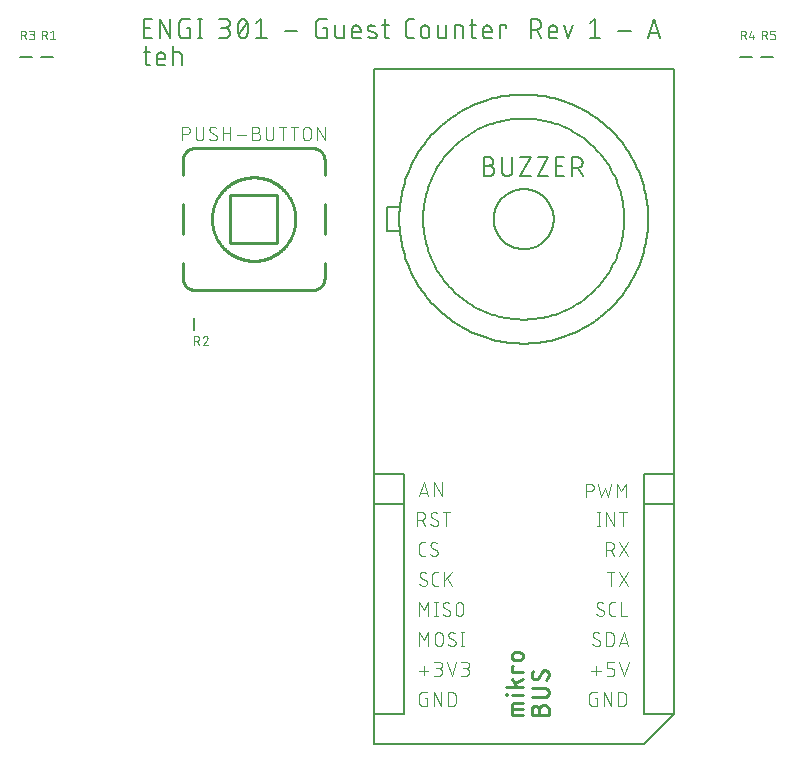
<source format=gbr>
G04 EAGLE Gerber RS-274X export*
G75*
%MOMM*%
%FSLAX34Y34*%
%LPD*%
%INSilkscreen Top*%
%IPPOS*%
%AMOC8*
5,1,8,0,0,1.08239X$1,22.5*%
G01*
%ADD10C,0.152400*%
%ADD11C,0.127000*%
%ADD12C,0.076200*%
%ADD13C,0.254000*%
%ADD14C,0.101600*%
%ADD15C,0.177800*%
%ADD16C,0.228600*%


D10*
X383907Y686562D02*
X376682Y686562D01*
X376682Y702818D01*
X383907Y702818D01*
X382101Y695593D02*
X376682Y695593D01*
X390199Y702818D02*
X390199Y686562D01*
X399230Y686562D02*
X390199Y702818D01*
X399230Y702818D02*
X399230Y686562D01*
X413194Y695593D02*
X415904Y695593D01*
X415904Y686562D01*
X410485Y686562D01*
X410367Y686564D01*
X410249Y686570D01*
X410131Y686579D01*
X410014Y686593D01*
X409897Y686610D01*
X409780Y686631D01*
X409665Y686656D01*
X409550Y686685D01*
X409436Y686718D01*
X409324Y686754D01*
X409213Y686794D01*
X409103Y686837D01*
X408994Y686884D01*
X408887Y686934D01*
X408782Y686989D01*
X408679Y687046D01*
X408578Y687107D01*
X408478Y687171D01*
X408381Y687238D01*
X408286Y687308D01*
X408194Y687382D01*
X408103Y687458D01*
X408016Y687538D01*
X407931Y687620D01*
X407849Y687705D01*
X407769Y687792D01*
X407693Y687883D01*
X407619Y687975D01*
X407549Y688070D01*
X407482Y688167D01*
X407418Y688267D01*
X407357Y688368D01*
X407300Y688471D01*
X407245Y688576D01*
X407195Y688683D01*
X407148Y688792D01*
X407105Y688902D01*
X407065Y689013D01*
X407029Y689125D01*
X406996Y689239D01*
X406967Y689354D01*
X406942Y689469D01*
X406921Y689586D01*
X406904Y689703D01*
X406890Y689820D01*
X406881Y689938D01*
X406875Y690056D01*
X406873Y690174D01*
X406873Y699206D01*
X406875Y699324D01*
X406881Y699442D01*
X406890Y699560D01*
X406904Y699677D01*
X406921Y699794D01*
X406942Y699911D01*
X406967Y700026D01*
X406996Y700141D01*
X407029Y700255D01*
X407065Y700367D01*
X407105Y700478D01*
X407148Y700588D01*
X407195Y700697D01*
X407245Y700804D01*
X407299Y700909D01*
X407357Y701012D01*
X407418Y701113D01*
X407482Y701213D01*
X407549Y701310D01*
X407619Y701405D01*
X407693Y701497D01*
X407769Y701588D01*
X407849Y701675D01*
X407931Y701760D01*
X408016Y701842D01*
X408103Y701922D01*
X408194Y701998D01*
X408286Y702072D01*
X408381Y702142D01*
X408478Y702209D01*
X408578Y702273D01*
X408679Y702334D01*
X408782Y702391D01*
X408887Y702445D01*
X408994Y702496D01*
X409103Y702543D01*
X409213Y702586D01*
X409324Y702626D01*
X409436Y702662D01*
X409550Y702695D01*
X409665Y702724D01*
X409780Y702749D01*
X409897Y702770D01*
X410014Y702787D01*
X410131Y702801D01*
X410249Y702810D01*
X410367Y702816D01*
X410485Y702818D01*
X415904Y702818D01*
X424414Y702818D02*
X424414Y686562D01*
X422608Y686562D02*
X426220Y686562D01*
X426220Y702818D02*
X422608Y702818D01*
X440740Y686562D02*
X445256Y686562D01*
X445389Y686564D01*
X445521Y686570D01*
X445653Y686580D01*
X445785Y686593D01*
X445917Y686611D01*
X446047Y686632D01*
X446178Y686657D01*
X446307Y686686D01*
X446435Y686719D01*
X446563Y686755D01*
X446689Y686795D01*
X446814Y686839D01*
X446938Y686887D01*
X447060Y686938D01*
X447181Y686993D01*
X447300Y687051D01*
X447418Y687113D01*
X447533Y687178D01*
X447647Y687247D01*
X447758Y687318D01*
X447867Y687394D01*
X447974Y687472D01*
X448079Y687553D01*
X448181Y687638D01*
X448281Y687725D01*
X448378Y687815D01*
X448473Y687908D01*
X448564Y688004D01*
X448653Y688102D01*
X448739Y688203D01*
X448822Y688307D01*
X448902Y688413D01*
X448978Y688521D01*
X449052Y688631D01*
X449122Y688744D01*
X449189Y688858D01*
X449252Y688975D01*
X449312Y689093D01*
X449369Y689213D01*
X449422Y689335D01*
X449471Y689458D01*
X449517Y689582D01*
X449559Y689708D01*
X449597Y689835D01*
X449632Y689963D01*
X449663Y690092D01*
X449690Y690221D01*
X449713Y690352D01*
X449733Y690483D01*
X449748Y690615D01*
X449760Y690747D01*
X449768Y690879D01*
X449772Y691012D01*
X449772Y691144D01*
X449768Y691277D01*
X449760Y691409D01*
X449748Y691541D01*
X449733Y691673D01*
X449713Y691804D01*
X449690Y691935D01*
X449663Y692064D01*
X449632Y692193D01*
X449597Y692321D01*
X449559Y692448D01*
X449517Y692574D01*
X449471Y692698D01*
X449422Y692821D01*
X449369Y692943D01*
X449312Y693063D01*
X449252Y693181D01*
X449189Y693298D01*
X449122Y693412D01*
X449052Y693525D01*
X448978Y693635D01*
X448902Y693743D01*
X448822Y693849D01*
X448739Y693953D01*
X448653Y694054D01*
X448564Y694152D01*
X448473Y694248D01*
X448378Y694341D01*
X448281Y694431D01*
X448181Y694518D01*
X448079Y694603D01*
X447974Y694684D01*
X447867Y694762D01*
X447758Y694838D01*
X447647Y694909D01*
X447533Y694978D01*
X447418Y695043D01*
X447300Y695105D01*
X447181Y695163D01*
X447060Y695218D01*
X446938Y695269D01*
X446814Y695317D01*
X446689Y695361D01*
X446563Y695401D01*
X446435Y695437D01*
X446307Y695470D01*
X446178Y695499D01*
X446047Y695524D01*
X445917Y695545D01*
X445785Y695563D01*
X445653Y695576D01*
X445521Y695586D01*
X445389Y695592D01*
X445256Y695594D01*
X446159Y702818D02*
X440740Y702818D01*
X446159Y702818D02*
X446278Y702816D01*
X446398Y702810D01*
X446517Y702800D01*
X446635Y702786D01*
X446754Y702769D01*
X446871Y702747D01*
X446988Y702722D01*
X447103Y702692D01*
X447218Y702659D01*
X447332Y702622D01*
X447444Y702582D01*
X447555Y702537D01*
X447664Y702489D01*
X447772Y702438D01*
X447878Y702383D01*
X447982Y702324D01*
X448084Y702262D01*
X448184Y702197D01*
X448282Y702128D01*
X448378Y702056D01*
X448471Y701981D01*
X448561Y701904D01*
X448649Y701823D01*
X448734Y701739D01*
X448816Y701652D01*
X448896Y701563D01*
X448972Y701471D01*
X449046Y701377D01*
X449116Y701280D01*
X449183Y701182D01*
X449247Y701081D01*
X449307Y700977D01*
X449364Y700872D01*
X449417Y700765D01*
X449467Y700657D01*
X449513Y700547D01*
X449555Y700435D01*
X449594Y700322D01*
X449629Y700208D01*
X449660Y700093D01*
X449688Y699976D01*
X449711Y699859D01*
X449731Y699742D01*
X449747Y699623D01*
X449759Y699504D01*
X449767Y699385D01*
X449771Y699266D01*
X449771Y699146D01*
X449767Y699027D01*
X449759Y698908D01*
X449747Y698789D01*
X449731Y698670D01*
X449711Y698553D01*
X449688Y698436D01*
X449660Y698319D01*
X449629Y698204D01*
X449594Y698090D01*
X449555Y697977D01*
X449513Y697865D01*
X449467Y697755D01*
X449417Y697647D01*
X449364Y697540D01*
X449307Y697435D01*
X449247Y697331D01*
X449183Y697230D01*
X449116Y697132D01*
X449046Y697035D01*
X448972Y696941D01*
X448896Y696849D01*
X448816Y696760D01*
X448734Y696673D01*
X448649Y696589D01*
X448561Y696508D01*
X448471Y696431D01*
X448378Y696356D01*
X448282Y696284D01*
X448184Y696215D01*
X448084Y696150D01*
X447982Y696088D01*
X447878Y696029D01*
X447772Y695974D01*
X447664Y695923D01*
X447555Y695875D01*
X447444Y695830D01*
X447332Y695790D01*
X447218Y695753D01*
X447103Y695720D01*
X446988Y695690D01*
X446871Y695665D01*
X446754Y695643D01*
X446635Y695626D01*
X446517Y695612D01*
X446398Y695602D01*
X446278Y695596D01*
X446159Y695594D01*
X446159Y695593D02*
X442546Y695593D01*
X456372Y694690D02*
X456376Y695010D01*
X456387Y695329D01*
X456406Y695649D01*
X456433Y695967D01*
X456467Y696285D01*
X456509Y696602D01*
X456559Y696918D01*
X456616Y697233D01*
X456680Y697546D01*
X456752Y697858D01*
X456831Y698168D01*
X456918Y698475D01*
X457012Y698781D01*
X457113Y699084D01*
X457222Y699385D01*
X457337Y699683D01*
X457460Y699979D01*
X457590Y700271D01*
X457727Y700560D01*
X457726Y700561D02*
X457765Y700669D01*
X457808Y700776D01*
X457854Y700881D01*
X457905Y700985D01*
X457958Y701087D01*
X458015Y701187D01*
X458076Y701285D01*
X458140Y701380D01*
X458207Y701474D01*
X458278Y701565D01*
X458351Y701654D01*
X458428Y701740D01*
X458507Y701823D01*
X458589Y701904D01*
X458674Y701982D01*
X458762Y702056D01*
X458852Y702128D01*
X458944Y702196D01*
X459039Y702262D01*
X459136Y702324D01*
X459235Y702382D01*
X459337Y702438D01*
X459439Y702489D01*
X459544Y702537D01*
X459650Y702582D01*
X459758Y702623D01*
X459867Y702660D01*
X459977Y702693D01*
X460089Y702722D01*
X460201Y702748D01*
X460314Y702770D01*
X460428Y702787D01*
X460542Y702801D01*
X460657Y702811D01*
X460772Y702817D01*
X460887Y702819D01*
X460887Y702818D02*
X461002Y702816D01*
X461117Y702810D01*
X461232Y702800D01*
X461346Y702786D01*
X461460Y702769D01*
X461573Y702747D01*
X461685Y702721D01*
X461797Y702692D01*
X461907Y702659D01*
X462016Y702622D01*
X462124Y702581D01*
X462230Y702536D01*
X462335Y702488D01*
X462437Y702437D01*
X462538Y702381D01*
X462638Y702323D01*
X462735Y702261D01*
X462829Y702196D01*
X462922Y702127D01*
X463012Y702055D01*
X463100Y701981D01*
X463185Y701903D01*
X463267Y701822D01*
X463346Y701739D01*
X463423Y701653D01*
X463496Y701564D01*
X463567Y701473D01*
X463634Y701379D01*
X463698Y701284D01*
X463759Y701186D01*
X463816Y701086D01*
X463869Y700984D01*
X463920Y700880D01*
X463966Y700775D01*
X464009Y700668D01*
X464048Y700560D01*
X464047Y700560D02*
X464184Y700271D01*
X464314Y699979D01*
X464437Y699683D01*
X464552Y699385D01*
X464661Y699084D01*
X464762Y698781D01*
X464856Y698475D01*
X464943Y698168D01*
X465022Y697858D01*
X465094Y697546D01*
X465158Y697233D01*
X465215Y696918D01*
X465265Y696602D01*
X465307Y696285D01*
X465341Y695967D01*
X465368Y695649D01*
X465387Y695329D01*
X465398Y695010D01*
X465402Y694690D01*
X456372Y694690D02*
X456376Y694370D01*
X456387Y694051D01*
X456406Y693731D01*
X456433Y693413D01*
X456467Y693095D01*
X456509Y692778D01*
X456559Y692462D01*
X456616Y692147D01*
X456680Y691834D01*
X456752Y691522D01*
X456831Y691212D01*
X456918Y690905D01*
X457012Y690599D01*
X457113Y690296D01*
X457222Y689995D01*
X457337Y689697D01*
X457460Y689401D01*
X457590Y689109D01*
X457727Y688820D01*
X457726Y688820D02*
X457765Y688712D01*
X457808Y688605D01*
X457854Y688500D01*
X457905Y688396D01*
X457958Y688294D01*
X458015Y688194D01*
X458076Y688096D01*
X458140Y688001D01*
X458207Y687907D01*
X458278Y687816D01*
X458351Y687727D01*
X458428Y687641D01*
X458507Y687558D01*
X458589Y687477D01*
X458674Y687399D01*
X458762Y687325D01*
X458852Y687253D01*
X458945Y687184D01*
X459039Y687119D01*
X459136Y687057D01*
X459236Y686999D01*
X459337Y686943D01*
X459439Y686892D01*
X459544Y686844D01*
X459650Y686799D01*
X459758Y686758D01*
X459867Y686721D01*
X459977Y686688D01*
X460089Y686659D01*
X460201Y686633D01*
X460314Y686611D01*
X460428Y686594D01*
X460542Y686580D01*
X460657Y686570D01*
X460772Y686564D01*
X460887Y686562D01*
X464047Y688820D02*
X464184Y689109D01*
X464314Y689401D01*
X464437Y689697D01*
X464552Y689995D01*
X464661Y690296D01*
X464762Y690599D01*
X464856Y690905D01*
X464943Y691212D01*
X465022Y691522D01*
X465094Y691834D01*
X465158Y692147D01*
X465215Y692462D01*
X465265Y692778D01*
X465307Y693095D01*
X465341Y693413D01*
X465368Y693731D01*
X465387Y694051D01*
X465398Y694370D01*
X465402Y694690D01*
X464048Y688820D02*
X464009Y688712D01*
X463966Y688605D01*
X463920Y688500D01*
X463869Y688396D01*
X463816Y688294D01*
X463759Y688194D01*
X463698Y688096D01*
X463634Y688001D01*
X463567Y687907D01*
X463496Y687816D01*
X463423Y687727D01*
X463346Y687641D01*
X463267Y687558D01*
X463185Y687477D01*
X463100Y687399D01*
X463012Y687325D01*
X462922Y687253D01*
X462829Y687184D01*
X462735Y687119D01*
X462638Y687057D01*
X462538Y686999D01*
X462437Y686943D01*
X462334Y686892D01*
X462230Y686844D01*
X462124Y686799D01*
X462016Y686758D01*
X461907Y686721D01*
X461797Y686688D01*
X461685Y686659D01*
X461573Y686633D01*
X461460Y686611D01*
X461346Y686594D01*
X461232Y686580D01*
X461117Y686570D01*
X461002Y686564D01*
X460887Y686562D01*
X457275Y690174D02*
X464499Y699206D01*
X472003Y699206D02*
X476518Y702818D01*
X476518Y686562D01*
X472003Y686562D02*
X481034Y686562D01*
X496109Y692884D02*
X506947Y692884D01*
X528865Y695593D02*
X531575Y695593D01*
X531575Y686562D01*
X526156Y686562D01*
X526038Y686564D01*
X525920Y686570D01*
X525802Y686579D01*
X525685Y686593D01*
X525568Y686610D01*
X525451Y686631D01*
X525336Y686656D01*
X525221Y686685D01*
X525107Y686718D01*
X524995Y686754D01*
X524884Y686794D01*
X524774Y686837D01*
X524665Y686884D01*
X524558Y686934D01*
X524453Y686989D01*
X524350Y687046D01*
X524249Y687107D01*
X524149Y687171D01*
X524052Y687238D01*
X523957Y687308D01*
X523865Y687382D01*
X523774Y687458D01*
X523687Y687538D01*
X523602Y687620D01*
X523520Y687705D01*
X523440Y687792D01*
X523364Y687883D01*
X523290Y687975D01*
X523220Y688070D01*
X523153Y688167D01*
X523089Y688267D01*
X523028Y688368D01*
X522971Y688471D01*
X522916Y688576D01*
X522866Y688683D01*
X522819Y688792D01*
X522776Y688902D01*
X522736Y689013D01*
X522700Y689125D01*
X522667Y689239D01*
X522638Y689354D01*
X522613Y689469D01*
X522592Y689586D01*
X522575Y689703D01*
X522561Y689820D01*
X522552Y689938D01*
X522546Y690056D01*
X522544Y690174D01*
X522544Y699206D01*
X522546Y699324D01*
X522552Y699442D01*
X522561Y699560D01*
X522575Y699677D01*
X522592Y699794D01*
X522613Y699911D01*
X522638Y700026D01*
X522667Y700141D01*
X522700Y700255D01*
X522736Y700367D01*
X522776Y700478D01*
X522819Y700588D01*
X522866Y700697D01*
X522916Y700804D01*
X522970Y700909D01*
X523028Y701012D01*
X523089Y701113D01*
X523153Y701213D01*
X523220Y701310D01*
X523290Y701405D01*
X523364Y701497D01*
X523440Y701588D01*
X523520Y701675D01*
X523602Y701760D01*
X523687Y701842D01*
X523774Y701922D01*
X523865Y701998D01*
X523957Y702072D01*
X524052Y702142D01*
X524149Y702209D01*
X524249Y702273D01*
X524350Y702334D01*
X524453Y702391D01*
X524558Y702445D01*
X524665Y702496D01*
X524774Y702543D01*
X524884Y702586D01*
X524995Y702626D01*
X525107Y702662D01*
X525221Y702695D01*
X525336Y702724D01*
X525451Y702749D01*
X525568Y702770D01*
X525685Y702787D01*
X525802Y702801D01*
X525920Y702810D01*
X526038Y702816D01*
X526156Y702818D01*
X531575Y702818D01*
X539078Y697399D02*
X539078Y689271D01*
X539080Y689170D01*
X539086Y689069D01*
X539095Y688968D01*
X539108Y688867D01*
X539125Y688767D01*
X539146Y688668D01*
X539170Y688570D01*
X539198Y688473D01*
X539230Y688376D01*
X539265Y688281D01*
X539304Y688188D01*
X539346Y688096D01*
X539392Y688005D01*
X539441Y687917D01*
X539493Y687830D01*
X539549Y687745D01*
X539607Y687662D01*
X539669Y687582D01*
X539734Y687504D01*
X539801Y687428D01*
X539871Y687355D01*
X539944Y687285D01*
X540020Y687218D01*
X540098Y687153D01*
X540178Y687091D01*
X540261Y687033D01*
X540346Y686977D01*
X540433Y686925D01*
X540521Y686876D01*
X540612Y686830D01*
X540704Y686788D01*
X540797Y686749D01*
X540892Y686714D01*
X540989Y686682D01*
X541086Y686654D01*
X541184Y686630D01*
X541283Y686609D01*
X541383Y686592D01*
X541484Y686579D01*
X541585Y686570D01*
X541686Y686564D01*
X541787Y686562D01*
X546303Y686562D01*
X546303Y697399D01*
X555855Y686562D02*
X560371Y686562D01*
X555855Y686562D02*
X555754Y686564D01*
X555653Y686570D01*
X555552Y686579D01*
X555451Y686592D01*
X555351Y686609D01*
X555252Y686630D01*
X555154Y686654D01*
X555057Y686682D01*
X554960Y686714D01*
X554865Y686749D01*
X554772Y686788D01*
X554680Y686830D01*
X554589Y686876D01*
X554501Y686925D01*
X554414Y686977D01*
X554329Y687033D01*
X554246Y687091D01*
X554166Y687153D01*
X554088Y687218D01*
X554012Y687285D01*
X553939Y687355D01*
X553869Y687428D01*
X553802Y687504D01*
X553737Y687582D01*
X553675Y687662D01*
X553617Y687745D01*
X553561Y687830D01*
X553509Y687917D01*
X553460Y688005D01*
X553414Y688096D01*
X553372Y688188D01*
X553333Y688281D01*
X553298Y688376D01*
X553266Y688473D01*
X553238Y688570D01*
X553214Y688668D01*
X553193Y688767D01*
X553176Y688867D01*
X553163Y688968D01*
X553154Y689069D01*
X553148Y689170D01*
X553146Y689271D01*
X553146Y693787D01*
X553148Y693906D01*
X553154Y694026D01*
X553164Y694145D01*
X553178Y694263D01*
X553195Y694382D01*
X553217Y694499D01*
X553242Y694616D01*
X553272Y694731D01*
X553305Y694846D01*
X553342Y694960D01*
X553382Y695072D01*
X553427Y695183D01*
X553475Y695292D01*
X553526Y695400D01*
X553581Y695506D01*
X553640Y695610D01*
X553702Y695712D01*
X553767Y695812D01*
X553836Y695910D01*
X553908Y696006D01*
X553983Y696099D01*
X554060Y696189D01*
X554141Y696277D01*
X554225Y696362D01*
X554312Y696444D01*
X554401Y696524D01*
X554493Y696600D01*
X554587Y696674D01*
X554684Y696744D01*
X554782Y696811D01*
X554883Y696875D01*
X554987Y696935D01*
X555092Y696992D01*
X555199Y697045D01*
X555307Y697095D01*
X555417Y697141D01*
X555529Y697183D01*
X555642Y697222D01*
X555756Y697257D01*
X555871Y697288D01*
X555988Y697316D01*
X556105Y697339D01*
X556222Y697359D01*
X556341Y697375D01*
X556460Y697387D01*
X556579Y697395D01*
X556698Y697399D01*
X556818Y697399D01*
X556937Y697395D01*
X557056Y697387D01*
X557175Y697375D01*
X557294Y697359D01*
X557411Y697339D01*
X557528Y697316D01*
X557645Y697288D01*
X557760Y697257D01*
X557874Y697222D01*
X557987Y697183D01*
X558099Y697141D01*
X558209Y697095D01*
X558317Y697045D01*
X558424Y696992D01*
X558529Y696935D01*
X558633Y696875D01*
X558734Y696811D01*
X558832Y696744D01*
X558929Y696674D01*
X559023Y696600D01*
X559115Y696524D01*
X559204Y696444D01*
X559291Y696362D01*
X559375Y696277D01*
X559456Y696189D01*
X559533Y696099D01*
X559608Y696006D01*
X559680Y695910D01*
X559749Y695812D01*
X559814Y695712D01*
X559876Y695610D01*
X559935Y695506D01*
X559990Y695400D01*
X560041Y695292D01*
X560089Y695183D01*
X560134Y695072D01*
X560174Y694960D01*
X560211Y694846D01*
X560244Y694731D01*
X560274Y694616D01*
X560299Y694499D01*
X560321Y694382D01*
X560338Y694263D01*
X560352Y694145D01*
X560362Y694026D01*
X560368Y693906D01*
X560370Y693787D01*
X560371Y693787D02*
X560371Y691981D01*
X553146Y691981D01*
X568048Y692884D02*
X572563Y691078D01*
X568047Y692884D02*
X567959Y692921D01*
X567873Y692962D01*
X567788Y693006D01*
X567705Y693054D01*
X567625Y693105D01*
X567546Y693159D01*
X567470Y693217D01*
X567396Y693277D01*
X567324Y693341D01*
X567256Y693407D01*
X567190Y693477D01*
X567127Y693548D01*
X567066Y693623D01*
X567009Y693699D01*
X566956Y693778D01*
X566905Y693859D01*
X566858Y693942D01*
X566814Y694027D01*
X566774Y694114D01*
X566737Y694202D01*
X566704Y694292D01*
X566674Y694383D01*
X566649Y694475D01*
X566627Y694568D01*
X566609Y694662D01*
X566594Y694756D01*
X566584Y694851D01*
X566578Y694947D01*
X566575Y695042D01*
X566576Y695138D01*
X566582Y695233D01*
X566591Y695329D01*
X566604Y695423D01*
X566620Y695517D01*
X566641Y695611D01*
X566666Y695703D01*
X566694Y695794D01*
X566726Y695884D01*
X566761Y695973D01*
X566800Y696060D01*
X566843Y696146D01*
X566889Y696230D01*
X566939Y696311D01*
X566991Y696391D01*
X567047Y696469D01*
X567107Y696544D01*
X567169Y696616D01*
X567234Y696686D01*
X567302Y696754D01*
X567372Y696818D01*
X567445Y696880D01*
X567521Y696938D01*
X567599Y696994D01*
X567679Y697046D01*
X567761Y697095D01*
X567845Y697140D01*
X567931Y697182D01*
X568018Y697221D01*
X568107Y697256D01*
X568198Y697287D01*
X568289Y697314D01*
X568382Y697338D01*
X568475Y697358D01*
X568569Y697374D01*
X568664Y697386D01*
X568759Y697395D01*
X568855Y697399D01*
X568950Y697400D01*
X569197Y697393D01*
X569443Y697381D01*
X569689Y697363D01*
X569935Y697338D01*
X570179Y697308D01*
X570423Y697272D01*
X570666Y697231D01*
X570908Y697183D01*
X571149Y697129D01*
X571388Y697070D01*
X571626Y697005D01*
X571862Y696934D01*
X572097Y696858D01*
X572330Y696776D01*
X572560Y696688D01*
X572788Y696595D01*
X573015Y696497D01*
X572564Y691077D02*
X572652Y691040D01*
X572738Y690999D01*
X572823Y690955D01*
X572906Y690907D01*
X572986Y690856D01*
X573065Y690802D01*
X573141Y690744D01*
X573215Y690684D01*
X573287Y690620D01*
X573355Y690554D01*
X573421Y690484D01*
X573484Y690413D01*
X573545Y690338D01*
X573602Y690262D01*
X573655Y690183D01*
X573706Y690102D01*
X573753Y690019D01*
X573797Y689934D01*
X573837Y689847D01*
X573874Y689759D01*
X573907Y689669D01*
X573937Y689578D01*
X573962Y689486D01*
X573984Y689393D01*
X574002Y689299D01*
X574017Y689205D01*
X574027Y689110D01*
X574033Y689014D01*
X574036Y688919D01*
X574035Y688823D01*
X574029Y688728D01*
X574020Y688632D01*
X574007Y688538D01*
X573991Y688444D01*
X573970Y688350D01*
X573945Y688258D01*
X573917Y688167D01*
X573885Y688077D01*
X573850Y687988D01*
X573811Y687901D01*
X573768Y687815D01*
X573722Y687731D01*
X573672Y687650D01*
X573620Y687570D01*
X573564Y687492D01*
X573504Y687417D01*
X573442Y687345D01*
X573377Y687275D01*
X573309Y687207D01*
X573239Y687143D01*
X573166Y687081D01*
X573090Y687023D01*
X573012Y686967D01*
X572932Y686915D01*
X572850Y686866D01*
X572766Y686821D01*
X572680Y686779D01*
X572593Y686740D01*
X572504Y686705D01*
X572413Y686674D01*
X572322Y686647D01*
X572229Y686623D01*
X572136Y686603D01*
X572042Y686587D01*
X571947Y686575D01*
X571852Y686566D01*
X571756Y686562D01*
X571661Y686561D01*
X571660Y686562D02*
X571298Y686571D01*
X570936Y686589D01*
X570575Y686616D01*
X570215Y686651D01*
X569855Y686694D01*
X569496Y686746D01*
X569139Y686807D01*
X568784Y686876D01*
X568430Y686953D01*
X568078Y687039D01*
X567728Y687133D01*
X567380Y687236D01*
X567035Y687346D01*
X566693Y687465D01*
X578943Y697399D02*
X584362Y697399D01*
X580749Y702818D02*
X580749Y689271D01*
X580751Y689170D01*
X580757Y689069D01*
X580766Y688968D01*
X580779Y688867D01*
X580796Y688767D01*
X580817Y688668D01*
X580841Y688570D01*
X580869Y688473D01*
X580901Y688376D01*
X580936Y688281D01*
X580975Y688188D01*
X581017Y688096D01*
X581063Y688005D01*
X581112Y687917D01*
X581164Y687830D01*
X581220Y687745D01*
X581278Y687662D01*
X581340Y687582D01*
X581405Y687504D01*
X581472Y687428D01*
X581542Y687355D01*
X581615Y687285D01*
X581691Y687218D01*
X581769Y687153D01*
X581849Y687091D01*
X581932Y687033D01*
X582017Y686977D01*
X582104Y686925D01*
X582192Y686876D01*
X582283Y686830D01*
X582375Y686788D01*
X582468Y686749D01*
X582563Y686714D01*
X582660Y686682D01*
X582757Y686654D01*
X582855Y686630D01*
X582954Y686609D01*
X583054Y686592D01*
X583155Y686579D01*
X583256Y686570D01*
X583357Y686564D01*
X583458Y686562D01*
X584362Y686562D01*
X602188Y686562D02*
X605801Y686562D01*
X602188Y686562D02*
X602070Y686564D01*
X601952Y686570D01*
X601834Y686579D01*
X601717Y686593D01*
X601600Y686610D01*
X601483Y686631D01*
X601368Y686656D01*
X601253Y686685D01*
X601139Y686718D01*
X601027Y686754D01*
X600916Y686794D01*
X600806Y686837D01*
X600697Y686884D01*
X600590Y686934D01*
X600485Y686989D01*
X600382Y687046D01*
X600281Y687107D01*
X600181Y687171D01*
X600084Y687238D01*
X599989Y687308D01*
X599897Y687382D01*
X599806Y687458D01*
X599719Y687538D01*
X599634Y687620D01*
X599552Y687705D01*
X599472Y687792D01*
X599396Y687883D01*
X599322Y687975D01*
X599252Y688070D01*
X599185Y688167D01*
X599121Y688267D01*
X599060Y688368D01*
X599003Y688471D01*
X598948Y688576D01*
X598898Y688683D01*
X598851Y688792D01*
X598808Y688902D01*
X598768Y689013D01*
X598732Y689125D01*
X598699Y689239D01*
X598670Y689354D01*
X598645Y689469D01*
X598624Y689586D01*
X598607Y689703D01*
X598593Y689820D01*
X598584Y689938D01*
X598578Y690056D01*
X598576Y690174D01*
X598576Y699206D01*
X598578Y699324D01*
X598584Y699442D01*
X598593Y699560D01*
X598607Y699677D01*
X598624Y699794D01*
X598645Y699911D01*
X598670Y700026D01*
X598699Y700141D01*
X598732Y700255D01*
X598768Y700367D01*
X598808Y700478D01*
X598851Y700588D01*
X598898Y700697D01*
X598948Y700804D01*
X599002Y700909D01*
X599060Y701012D01*
X599121Y701113D01*
X599185Y701213D01*
X599252Y701310D01*
X599322Y701405D01*
X599396Y701497D01*
X599472Y701588D01*
X599552Y701675D01*
X599634Y701760D01*
X599719Y701842D01*
X599806Y701922D01*
X599897Y701998D01*
X599989Y702072D01*
X600084Y702142D01*
X600181Y702209D01*
X600281Y702273D01*
X600382Y702334D01*
X600485Y702391D01*
X600590Y702445D01*
X600697Y702496D01*
X600806Y702543D01*
X600916Y702586D01*
X601027Y702626D01*
X601139Y702662D01*
X601253Y702695D01*
X601368Y702724D01*
X601483Y702749D01*
X601600Y702770D01*
X601717Y702787D01*
X601834Y702801D01*
X601952Y702810D01*
X602070Y702816D01*
X602188Y702818D01*
X605801Y702818D01*
X611503Y693787D02*
X611503Y690174D01*
X611503Y693787D02*
X611505Y693906D01*
X611511Y694026D01*
X611521Y694145D01*
X611535Y694263D01*
X611552Y694382D01*
X611574Y694499D01*
X611599Y694616D01*
X611629Y694731D01*
X611662Y694846D01*
X611699Y694960D01*
X611739Y695072D01*
X611784Y695183D01*
X611832Y695292D01*
X611883Y695400D01*
X611938Y695506D01*
X611997Y695610D01*
X612059Y695712D01*
X612124Y695812D01*
X612193Y695910D01*
X612265Y696006D01*
X612340Y696099D01*
X612417Y696189D01*
X612498Y696277D01*
X612582Y696362D01*
X612669Y696444D01*
X612758Y696524D01*
X612850Y696600D01*
X612944Y696674D01*
X613041Y696744D01*
X613139Y696811D01*
X613240Y696875D01*
X613344Y696935D01*
X613449Y696992D01*
X613556Y697045D01*
X613664Y697095D01*
X613774Y697141D01*
X613886Y697183D01*
X613999Y697222D01*
X614113Y697257D01*
X614228Y697288D01*
X614345Y697316D01*
X614462Y697339D01*
X614579Y697359D01*
X614698Y697375D01*
X614817Y697387D01*
X614936Y697395D01*
X615055Y697399D01*
X615175Y697399D01*
X615294Y697395D01*
X615413Y697387D01*
X615532Y697375D01*
X615651Y697359D01*
X615768Y697339D01*
X615885Y697316D01*
X616002Y697288D01*
X616117Y697257D01*
X616231Y697222D01*
X616344Y697183D01*
X616456Y697141D01*
X616566Y697095D01*
X616674Y697045D01*
X616781Y696992D01*
X616886Y696935D01*
X616990Y696875D01*
X617091Y696811D01*
X617189Y696744D01*
X617286Y696674D01*
X617380Y696600D01*
X617472Y696524D01*
X617561Y696444D01*
X617648Y696362D01*
X617732Y696277D01*
X617813Y696189D01*
X617890Y696099D01*
X617965Y696006D01*
X618037Y695910D01*
X618106Y695812D01*
X618171Y695712D01*
X618233Y695610D01*
X618292Y695506D01*
X618347Y695400D01*
X618398Y695292D01*
X618446Y695183D01*
X618491Y695072D01*
X618531Y694960D01*
X618568Y694846D01*
X618601Y694731D01*
X618631Y694616D01*
X618656Y694499D01*
X618678Y694382D01*
X618695Y694263D01*
X618709Y694145D01*
X618719Y694026D01*
X618725Y693906D01*
X618727Y693787D01*
X618727Y690174D01*
X618725Y690055D01*
X618719Y689935D01*
X618709Y689816D01*
X618695Y689698D01*
X618678Y689579D01*
X618656Y689462D01*
X618631Y689345D01*
X618601Y689230D01*
X618568Y689115D01*
X618531Y689001D01*
X618491Y688889D01*
X618446Y688778D01*
X618398Y688669D01*
X618347Y688561D01*
X618292Y688455D01*
X618233Y688351D01*
X618171Y688249D01*
X618106Y688149D01*
X618037Y688051D01*
X617965Y687955D01*
X617890Y687862D01*
X617813Y687772D01*
X617732Y687684D01*
X617648Y687599D01*
X617561Y687517D01*
X617472Y687437D01*
X617380Y687361D01*
X617286Y687287D01*
X617189Y687217D01*
X617091Y687150D01*
X616990Y687086D01*
X616886Y687026D01*
X616781Y686969D01*
X616674Y686916D01*
X616566Y686866D01*
X616456Y686820D01*
X616344Y686778D01*
X616231Y686739D01*
X616117Y686704D01*
X616002Y686673D01*
X615885Y686645D01*
X615768Y686622D01*
X615651Y686602D01*
X615532Y686586D01*
X615413Y686574D01*
X615294Y686566D01*
X615175Y686562D01*
X615055Y686562D01*
X614936Y686566D01*
X614817Y686574D01*
X614698Y686586D01*
X614579Y686602D01*
X614462Y686622D01*
X614345Y686645D01*
X614228Y686673D01*
X614113Y686704D01*
X613999Y686739D01*
X613886Y686778D01*
X613774Y686820D01*
X613664Y686866D01*
X613556Y686916D01*
X613449Y686969D01*
X613344Y687026D01*
X613240Y687086D01*
X613139Y687150D01*
X613041Y687217D01*
X612944Y687287D01*
X612850Y687361D01*
X612758Y687437D01*
X612669Y687517D01*
X612582Y687599D01*
X612498Y687684D01*
X612417Y687772D01*
X612340Y687862D01*
X612265Y687955D01*
X612193Y688051D01*
X612124Y688149D01*
X612059Y688249D01*
X611997Y688351D01*
X611938Y688455D01*
X611883Y688561D01*
X611832Y688669D01*
X611784Y688778D01*
X611739Y688889D01*
X611699Y689001D01*
X611662Y689115D01*
X611629Y689230D01*
X611599Y689345D01*
X611574Y689462D01*
X611552Y689579D01*
X611535Y689698D01*
X611521Y689816D01*
X611511Y689935D01*
X611505Y690055D01*
X611503Y690174D01*
X625571Y689271D02*
X625571Y697399D01*
X625571Y689271D02*
X625573Y689170D01*
X625579Y689069D01*
X625588Y688968D01*
X625601Y688867D01*
X625618Y688767D01*
X625639Y688668D01*
X625663Y688570D01*
X625691Y688473D01*
X625723Y688376D01*
X625758Y688281D01*
X625797Y688188D01*
X625839Y688096D01*
X625885Y688005D01*
X625934Y687917D01*
X625986Y687830D01*
X626042Y687745D01*
X626100Y687662D01*
X626162Y687582D01*
X626227Y687504D01*
X626294Y687428D01*
X626364Y687355D01*
X626437Y687285D01*
X626513Y687218D01*
X626591Y687153D01*
X626671Y687091D01*
X626754Y687033D01*
X626839Y686977D01*
X626926Y686925D01*
X627014Y686876D01*
X627105Y686830D01*
X627197Y686788D01*
X627290Y686749D01*
X627385Y686714D01*
X627482Y686682D01*
X627579Y686654D01*
X627677Y686630D01*
X627776Y686609D01*
X627876Y686592D01*
X627977Y686579D01*
X628078Y686570D01*
X628179Y686564D01*
X628280Y686562D01*
X632795Y686562D01*
X632795Y697399D01*
X640160Y697399D02*
X640160Y686562D01*
X640160Y697399D02*
X644675Y697399D01*
X644779Y697397D01*
X644882Y697391D01*
X644986Y697381D01*
X645089Y697367D01*
X645191Y697349D01*
X645292Y697328D01*
X645393Y697302D01*
X645492Y697273D01*
X645591Y697240D01*
X645688Y697203D01*
X645783Y697162D01*
X645877Y697118D01*
X645969Y697070D01*
X646059Y697019D01*
X646148Y696964D01*
X646234Y696906D01*
X646317Y696844D01*
X646399Y696780D01*
X646477Y696712D01*
X646553Y696642D01*
X646627Y696569D01*
X646697Y696492D01*
X646765Y696414D01*
X646829Y696332D01*
X646891Y696249D01*
X646949Y696163D01*
X647004Y696074D01*
X647055Y695984D01*
X647103Y695892D01*
X647147Y695798D01*
X647188Y695703D01*
X647225Y695606D01*
X647258Y695507D01*
X647287Y695408D01*
X647313Y695307D01*
X647334Y695206D01*
X647352Y695104D01*
X647366Y695001D01*
X647376Y694897D01*
X647382Y694794D01*
X647384Y694690D01*
X647385Y694690D02*
X647385Y686562D01*
X652931Y697399D02*
X658349Y697399D01*
X654737Y702818D02*
X654737Y689271D01*
X654739Y689170D01*
X654745Y689069D01*
X654754Y688968D01*
X654767Y688867D01*
X654784Y688767D01*
X654805Y688668D01*
X654829Y688570D01*
X654857Y688473D01*
X654889Y688376D01*
X654924Y688281D01*
X654963Y688188D01*
X655005Y688096D01*
X655051Y688005D01*
X655100Y687917D01*
X655152Y687830D01*
X655208Y687745D01*
X655266Y687662D01*
X655328Y687582D01*
X655393Y687504D01*
X655460Y687428D01*
X655530Y687355D01*
X655603Y687285D01*
X655679Y687218D01*
X655757Y687153D01*
X655837Y687091D01*
X655920Y687033D01*
X656005Y686977D01*
X656092Y686925D01*
X656180Y686876D01*
X656271Y686830D01*
X656363Y686788D01*
X656456Y686749D01*
X656551Y686714D01*
X656648Y686682D01*
X656745Y686654D01*
X656843Y686630D01*
X656942Y686609D01*
X657042Y686592D01*
X657143Y686579D01*
X657244Y686570D01*
X657345Y686564D01*
X657446Y686562D01*
X658349Y686562D01*
X666837Y686562D02*
X671352Y686562D01*
X666837Y686562D02*
X666736Y686564D01*
X666635Y686570D01*
X666534Y686579D01*
X666433Y686592D01*
X666333Y686609D01*
X666234Y686630D01*
X666136Y686654D01*
X666039Y686682D01*
X665942Y686714D01*
X665847Y686749D01*
X665754Y686788D01*
X665662Y686830D01*
X665571Y686876D01*
X665483Y686925D01*
X665396Y686977D01*
X665311Y687033D01*
X665228Y687091D01*
X665148Y687153D01*
X665070Y687218D01*
X664994Y687285D01*
X664921Y687355D01*
X664851Y687428D01*
X664784Y687504D01*
X664719Y687582D01*
X664657Y687662D01*
X664599Y687745D01*
X664543Y687830D01*
X664491Y687917D01*
X664442Y688005D01*
X664396Y688096D01*
X664354Y688188D01*
X664315Y688281D01*
X664280Y688376D01*
X664248Y688473D01*
X664220Y688570D01*
X664196Y688668D01*
X664175Y688767D01*
X664158Y688867D01*
X664145Y688968D01*
X664136Y689069D01*
X664130Y689170D01*
X664128Y689271D01*
X664128Y693787D01*
X664130Y693906D01*
X664136Y694026D01*
X664146Y694145D01*
X664160Y694263D01*
X664177Y694382D01*
X664199Y694499D01*
X664224Y694616D01*
X664254Y694731D01*
X664287Y694846D01*
X664324Y694960D01*
X664364Y695072D01*
X664409Y695183D01*
X664457Y695292D01*
X664508Y695400D01*
X664563Y695506D01*
X664622Y695610D01*
X664684Y695712D01*
X664749Y695812D01*
X664818Y695910D01*
X664890Y696006D01*
X664965Y696099D01*
X665042Y696189D01*
X665123Y696277D01*
X665207Y696362D01*
X665294Y696444D01*
X665383Y696524D01*
X665475Y696600D01*
X665569Y696674D01*
X665666Y696744D01*
X665764Y696811D01*
X665865Y696875D01*
X665969Y696935D01*
X666074Y696992D01*
X666181Y697045D01*
X666289Y697095D01*
X666399Y697141D01*
X666511Y697183D01*
X666624Y697222D01*
X666738Y697257D01*
X666853Y697288D01*
X666970Y697316D01*
X667087Y697339D01*
X667204Y697359D01*
X667323Y697375D01*
X667442Y697387D01*
X667561Y697395D01*
X667680Y697399D01*
X667800Y697399D01*
X667919Y697395D01*
X668038Y697387D01*
X668157Y697375D01*
X668276Y697359D01*
X668393Y697339D01*
X668510Y697316D01*
X668627Y697288D01*
X668742Y697257D01*
X668856Y697222D01*
X668969Y697183D01*
X669081Y697141D01*
X669191Y697095D01*
X669299Y697045D01*
X669406Y696992D01*
X669511Y696935D01*
X669615Y696875D01*
X669716Y696811D01*
X669814Y696744D01*
X669911Y696674D01*
X670005Y696600D01*
X670097Y696524D01*
X670186Y696444D01*
X670273Y696362D01*
X670357Y696277D01*
X670438Y696189D01*
X670515Y696099D01*
X670590Y696006D01*
X670662Y695910D01*
X670731Y695812D01*
X670796Y695712D01*
X670858Y695610D01*
X670917Y695506D01*
X670972Y695400D01*
X671023Y695292D01*
X671071Y695183D01*
X671116Y695072D01*
X671156Y694960D01*
X671193Y694846D01*
X671226Y694731D01*
X671256Y694616D01*
X671281Y694499D01*
X671303Y694382D01*
X671320Y694263D01*
X671334Y694145D01*
X671344Y694026D01*
X671350Y693906D01*
X671352Y693787D01*
X671352Y691981D01*
X664128Y691981D01*
X678281Y686562D02*
X678281Y697399D01*
X683699Y697399D01*
X683699Y695593D01*
X704342Y702818D02*
X704342Y686562D01*
X704342Y702818D02*
X708858Y702818D01*
X708991Y702816D01*
X709123Y702810D01*
X709255Y702800D01*
X709387Y702787D01*
X709519Y702769D01*
X709649Y702748D01*
X709780Y702723D01*
X709909Y702694D01*
X710037Y702661D01*
X710165Y702625D01*
X710291Y702585D01*
X710416Y702541D01*
X710540Y702493D01*
X710662Y702442D01*
X710783Y702387D01*
X710902Y702329D01*
X711020Y702267D01*
X711135Y702202D01*
X711249Y702133D01*
X711360Y702062D01*
X711469Y701986D01*
X711576Y701908D01*
X711681Y701827D01*
X711783Y701742D01*
X711883Y701655D01*
X711980Y701565D01*
X712075Y701472D01*
X712166Y701376D01*
X712255Y701278D01*
X712341Y701177D01*
X712424Y701073D01*
X712504Y700967D01*
X712580Y700859D01*
X712654Y700749D01*
X712724Y700636D01*
X712791Y700522D01*
X712854Y700405D01*
X712914Y700287D01*
X712971Y700167D01*
X713024Y700045D01*
X713073Y699922D01*
X713119Y699798D01*
X713161Y699672D01*
X713199Y699545D01*
X713234Y699417D01*
X713265Y699288D01*
X713292Y699159D01*
X713315Y699028D01*
X713335Y698897D01*
X713350Y698765D01*
X713362Y698633D01*
X713370Y698501D01*
X713374Y698368D01*
X713374Y698236D01*
X713370Y698103D01*
X713362Y697971D01*
X713350Y697839D01*
X713335Y697707D01*
X713315Y697576D01*
X713292Y697445D01*
X713265Y697316D01*
X713234Y697187D01*
X713199Y697059D01*
X713161Y696932D01*
X713119Y696806D01*
X713073Y696682D01*
X713024Y696559D01*
X712971Y696437D01*
X712914Y696317D01*
X712854Y696199D01*
X712791Y696082D01*
X712724Y695968D01*
X712654Y695855D01*
X712580Y695745D01*
X712504Y695637D01*
X712424Y695531D01*
X712341Y695427D01*
X712255Y695326D01*
X712166Y695228D01*
X712075Y695132D01*
X711980Y695039D01*
X711883Y694949D01*
X711783Y694862D01*
X711681Y694777D01*
X711576Y694696D01*
X711469Y694618D01*
X711360Y694542D01*
X711249Y694471D01*
X711135Y694402D01*
X711020Y694337D01*
X710902Y694275D01*
X710783Y694217D01*
X710662Y694162D01*
X710540Y694111D01*
X710416Y694063D01*
X710291Y694019D01*
X710165Y693979D01*
X710037Y693943D01*
X709909Y693910D01*
X709780Y693881D01*
X709649Y693856D01*
X709519Y693835D01*
X709387Y693817D01*
X709255Y693804D01*
X709123Y693794D01*
X708991Y693788D01*
X708858Y693786D01*
X708858Y693787D02*
X704342Y693787D01*
X709761Y693787D02*
X713373Y686562D01*
X722452Y686562D02*
X726968Y686562D01*
X722452Y686562D02*
X722351Y686564D01*
X722250Y686570D01*
X722149Y686579D01*
X722048Y686592D01*
X721948Y686609D01*
X721849Y686630D01*
X721751Y686654D01*
X721654Y686682D01*
X721557Y686714D01*
X721462Y686749D01*
X721369Y686788D01*
X721277Y686830D01*
X721186Y686876D01*
X721098Y686925D01*
X721011Y686977D01*
X720926Y687033D01*
X720843Y687091D01*
X720763Y687153D01*
X720685Y687218D01*
X720609Y687285D01*
X720536Y687355D01*
X720466Y687428D01*
X720399Y687504D01*
X720334Y687582D01*
X720272Y687662D01*
X720214Y687745D01*
X720158Y687830D01*
X720106Y687917D01*
X720057Y688005D01*
X720011Y688096D01*
X719969Y688188D01*
X719930Y688281D01*
X719895Y688376D01*
X719863Y688473D01*
X719835Y688570D01*
X719811Y688668D01*
X719790Y688767D01*
X719773Y688867D01*
X719760Y688968D01*
X719751Y689069D01*
X719745Y689170D01*
X719743Y689271D01*
X719743Y693787D01*
X719745Y693906D01*
X719751Y694026D01*
X719761Y694145D01*
X719775Y694263D01*
X719792Y694382D01*
X719814Y694499D01*
X719839Y694616D01*
X719869Y694731D01*
X719902Y694846D01*
X719939Y694960D01*
X719979Y695072D01*
X720024Y695183D01*
X720072Y695292D01*
X720123Y695400D01*
X720178Y695506D01*
X720237Y695610D01*
X720299Y695712D01*
X720364Y695812D01*
X720433Y695910D01*
X720505Y696006D01*
X720580Y696099D01*
X720657Y696189D01*
X720738Y696277D01*
X720822Y696362D01*
X720909Y696444D01*
X720998Y696524D01*
X721090Y696600D01*
X721184Y696674D01*
X721281Y696744D01*
X721379Y696811D01*
X721480Y696875D01*
X721584Y696935D01*
X721689Y696992D01*
X721796Y697045D01*
X721904Y697095D01*
X722014Y697141D01*
X722126Y697183D01*
X722239Y697222D01*
X722353Y697257D01*
X722468Y697288D01*
X722585Y697316D01*
X722702Y697339D01*
X722819Y697359D01*
X722938Y697375D01*
X723057Y697387D01*
X723176Y697395D01*
X723295Y697399D01*
X723415Y697399D01*
X723534Y697395D01*
X723653Y697387D01*
X723772Y697375D01*
X723891Y697359D01*
X724008Y697339D01*
X724125Y697316D01*
X724242Y697288D01*
X724357Y697257D01*
X724471Y697222D01*
X724584Y697183D01*
X724696Y697141D01*
X724806Y697095D01*
X724914Y697045D01*
X725021Y696992D01*
X725126Y696935D01*
X725230Y696875D01*
X725331Y696811D01*
X725429Y696744D01*
X725526Y696674D01*
X725620Y696600D01*
X725712Y696524D01*
X725801Y696444D01*
X725888Y696362D01*
X725972Y696277D01*
X726053Y696189D01*
X726130Y696099D01*
X726205Y696006D01*
X726277Y695910D01*
X726346Y695812D01*
X726411Y695712D01*
X726473Y695610D01*
X726532Y695506D01*
X726587Y695400D01*
X726638Y695292D01*
X726686Y695183D01*
X726731Y695072D01*
X726771Y694960D01*
X726808Y694846D01*
X726841Y694731D01*
X726871Y694616D01*
X726896Y694499D01*
X726918Y694382D01*
X726935Y694263D01*
X726949Y694145D01*
X726959Y694026D01*
X726965Y693906D01*
X726967Y693787D01*
X726968Y693787D02*
X726968Y691981D01*
X719743Y691981D01*
X732769Y697399D02*
X736381Y686562D01*
X739994Y697399D01*
X754270Y699206D02*
X758786Y702818D01*
X758786Y686562D01*
X763301Y686562D02*
X754270Y686562D01*
X778377Y692884D02*
X789214Y692884D01*
X803387Y686562D02*
X808806Y702818D01*
X814224Y686562D01*
X812870Y690626D02*
X804742Y690626D01*
X382101Y674539D02*
X376682Y674539D01*
X378488Y679958D02*
X378488Y666411D01*
X378489Y666411D02*
X378491Y666310D01*
X378497Y666209D01*
X378506Y666108D01*
X378519Y666007D01*
X378536Y665907D01*
X378557Y665808D01*
X378581Y665710D01*
X378609Y665613D01*
X378641Y665516D01*
X378676Y665421D01*
X378715Y665328D01*
X378757Y665236D01*
X378803Y665145D01*
X378852Y665057D01*
X378904Y664970D01*
X378960Y664885D01*
X379018Y664802D01*
X379080Y664722D01*
X379145Y664644D01*
X379212Y664568D01*
X379282Y664495D01*
X379355Y664425D01*
X379431Y664358D01*
X379509Y664293D01*
X379589Y664231D01*
X379672Y664173D01*
X379757Y664117D01*
X379844Y664065D01*
X379932Y664016D01*
X380023Y663970D01*
X380115Y663928D01*
X380208Y663889D01*
X380303Y663854D01*
X380400Y663822D01*
X380497Y663794D01*
X380595Y663770D01*
X380694Y663749D01*
X380794Y663732D01*
X380895Y663719D01*
X380996Y663710D01*
X381097Y663704D01*
X381198Y663702D01*
X382101Y663702D01*
X390588Y663702D02*
X395104Y663702D01*
X390588Y663702D02*
X390487Y663704D01*
X390386Y663710D01*
X390285Y663719D01*
X390184Y663732D01*
X390084Y663749D01*
X389985Y663770D01*
X389887Y663794D01*
X389790Y663822D01*
X389693Y663854D01*
X389598Y663889D01*
X389505Y663928D01*
X389413Y663970D01*
X389322Y664016D01*
X389234Y664065D01*
X389147Y664117D01*
X389062Y664173D01*
X388979Y664231D01*
X388899Y664293D01*
X388821Y664358D01*
X388745Y664425D01*
X388672Y664495D01*
X388602Y664568D01*
X388535Y664644D01*
X388470Y664722D01*
X388408Y664802D01*
X388350Y664885D01*
X388294Y664970D01*
X388242Y665057D01*
X388193Y665145D01*
X388147Y665236D01*
X388105Y665328D01*
X388066Y665421D01*
X388031Y665516D01*
X387999Y665613D01*
X387971Y665710D01*
X387947Y665808D01*
X387926Y665907D01*
X387909Y666007D01*
X387896Y666108D01*
X387887Y666209D01*
X387881Y666310D01*
X387879Y666411D01*
X387879Y670927D01*
X387881Y671046D01*
X387887Y671166D01*
X387897Y671285D01*
X387911Y671403D01*
X387928Y671522D01*
X387950Y671639D01*
X387975Y671756D01*
X388005Y671871D01*
X388038Y671986D01*
X388075Y672100D01*
X388115Y672212D01*
X388160Y672323D01*
X388208Y672432D01*
X388259Y672540D01*
X388314Y672646D01*
X388373Y672750D01*
X388435Y672852D01*
X388500Y672952D01*
X388569Y673050D01*
X388641Y673146D01*
X388716Y673239D01*
X388793Y673329D01*
X388874Y673417D01*
X388958Y673502D01*
X389045Y673584D01*
X389134Y673664D01*
X389226Y673740D01*
X389320Y673814D01*
X389417Y673884D01*
X389515Y673951D01*
X389616Y674015D01*
X389720Y674075D01*
X389825Y674132D01*
X389932Y674185D01*
X390040Y674235D01*
X390150Y674281D01*
X390262Y674323D01*
X390375Y674362D01*
X390489Y674397D01*
X390604Y674428D01*
X390721Y674456D01*
X390838Y674479D01*
X390955Y674499D01*
X391074Y674515D01*
X391193Y674527D01*
X391312Y674535D01*
X391431Y674539D01*
X391551Y674539D01*
X391670Y674535D01*
X391789Y674527D01*
X391908Y674515D01*
X392027Y674499D01*
X392144Y674479D01*
X392261Y674456D01*
X392378Y674428D01*
X392493Y674397D01*
X392607Y674362D01*
X392720Y674323D01*
X392832Y674281D01*
X392942Y674235D01*
X393050Y674185D01*
X393157Y674132D01*
X393262Y674075D01*
X393366Y674015D01*
X393467Y673951D01*
X393565Y673884D01*
X393662Y673814D01*
X393756Y673740D01*
X393848Y673664D01*
X393937Y673584D01*
X394024Y673502D01*
X394108Y673417D01*
X394189Y673329D01*
X394266Y673239D01*
X394341Y673146D01*
X394413Y673050D01*
X394482Y672952D01*
X394547Y672852D01*
X394609Y672750D01*
X394668Y672646D01*
X394723Y672540D01*
X394774Y672432D01*
X394822Y672323D01*
X394867Y672212D01*
X394907Y672100D01*
X394944Y671986D01*
X394977Y671871D01*
X395007Y671756D01*
X395032Y671639D01*
X395054Y671522D01*
X395071Y671403D01*
X395085Y671285D01*
X395095Y671166D01*
X395101Y671046D01*
X395103Y670927D01*
X395104Y670927D02*
X395104Y669121D01*
X387879Y669121D01*
X401947Y663702D02*
X401947Y679958D01*
X401947Y674539D02*
X406463Y674539D01*
X406567Y674537D01*
X406670Y674531D01*
X406774Y674521D01*
X406877Y674507D01*
X406979Y674489D01*
X407080Y674468D01*
X407181Y674442D01*
X407280Y674413D01*
X407379Y674380D01*
X407476Y674343D01*
X407571Y674302D01*
X407665Y674258D01*
X407757Y674210D01*
X407847Y674159D01*
X407936Y674104D01*
X408022Y674046D01*
X408105Y673984D01*
X408187Y673920D01*
X408265Y673852D01*
X408341Y673782D01*
X408415Y673709D01*
X408485Y673632D01*
X408553Y673554D01*
X408617Y673472D01*
X408679Y673389D01*
X408737Y673303D01*
X408792Y673214D01*
X408843Y673124D01*
X408891Y673032D01*
X408935Y672938D01*
X408976Y672843D01*
X409013Y672746D01*
X409046Y672647D01*
X409075Y672548D01*
X409101Y672447D01*
X409122Y672346D01*
X409140Y672244D01*
X409154Y672141D01*
X409164Y672037D01*
X409170Y671934D01*
X409172Y671830D01*
X409172Y663702D01*
D11*
X299720Y670560D02*
X289560Y670560D01*
D12*
X290523Y685673D02*
X290523Y693039D01*
X292569Y693039D01*
X292658Y693037D01*
X292747Y693031D01*
X292836Y693021D01*
X292924Y693008D01*
X293012Y692991D01*
X293099Y692969D01*
X293184Y692944D01*
X293269Y692916D01*
X293352Y692883D01*
X293434Y692847D01*
X293514Y692808D01*
X293592Y692765D01*
X293668Y692719D01*
X293743Y692669D01*
X293815Y692616D01*
X293884Y692560D01*
X293951Y692501D01*
X294016Y692440D01*
X294077Y692375D01*
X294136Y692308D01*
X294192Y692239D01*
X294245Y692167D01*
X294295Y692092D01*
X294341Y692016D01*
X294384Y691938D01*
X294423Y691858D01*
X294459Y691776D01*
X294492Y691693D01*
X294520Y691608D01*
X294545Y691523D01*
X294567Y691436D01*
X294584Y691348D01*
X294597Y691260D01*
X294607Y691171D01*
X294613Y691082D01*
X294615Y690993D01*
X294613Y690904D01*
X294607Y690815D01*
X294597Y690726D01*
X294584Y690638D01*
X294567Y690550D01*
X294545Y690463D01*
X294520Y690378D01*
X294492Y690293D01*
X294459Y690210D01*
X294423Y690128D01*
X294384Y690048D01*
X294341Y689970D01*
X294295Y689894D01*
X294245Y689819D01*
X294192Y689747D01*
X294136Y689678D01*
X294077Y689611D01*
X294016Y689546D01*
X293951Y689485D01*
X293884Y689426D01*
X293815Y689370D01*
X293743Y689317D01*
X293668Y689267D01*
X293592Y689221D01*
X293514Y689178D01*
X293434Y689139D01*
X293352Y689103D01*
X293269Y689070D01*
X293184Y689042D01*
X293099Y689017D01*
X293012Y688995D01*
X292924Y688978D01*
X292836Y688965D01*
X292747Y688955D01*
X292658Y688949D01*
X292569Y688947D01*
X290523Y688947D01*
X292978Y688947D02*
X294615Y685673D01*
X297787Y691402D02*
X299833Y693039D01*
X299833Y685673D01*
X297787Y685673D02*
X301879Y685673D01*
D11*
X419100Y449580D02*
X419100Y439420D01*
D12*
X419481Y434467D02*
X419481Y427101D01*
X419481Y434467D02*
X421527Y434467D01*
X421616Y434465D01*
X421705Y434459D01*
X421794Y434449D01*
X421882Y434436D01*
X421970Y434419D01*
X422057Y434397D01*
X422142Y434372D01*
X422227Y434344D01*
X422310Y434311D01*
X422392Y434275D01*
X422472Y434236D01*
X422550Y434193D01*
X422626Y434147D01*
X422701Y434097D01*
X422773Y434044D01*
X422842Y433988D01*
X422909Y433929D01*
X422974Y433868D01*
X423035Y433803D01*
X423094Y433736D01*
X423150Y433667D01*
X423203Y433595D01*
X423253Y433520D01*
X423299Y433444D01*
X423342Y433366D01*
X423381Y433286D01*
X423417Y433204D01*
X423450Y433121D01*
X423478Y433036D01*
X423503Y432951D01*
X423525Y432864D01*
X423542Y432776D01*
X423555Y432688D01*
X423565Y432599D01*
X423571Y432510D01*
X423573Y432421D01*
X423571Y432332D01*
X423565Y432243D01*
X423555Y432154D01*
X423542Y432066D01*
X423525Y431978D01*
X423503Y431891D01*
X423478Y431806D01*
X423450Y431721D01*
X423417Y431638D01*
X423381Y431556D01*
X423342Y431476D01*
X423299Y431398D01*
X423253Y431322D01*
X423203Y431247D01*
X423150Y431175D01*
X423094Y431106D01*
X423035Y431039D01*
X422974Y430974D01*
X422909Y430913D01*
X422842Y430854D01*
X422773Y430798D01*
X422701Y430745D01*
X422626Y430695D01*
X422550Y430649D01*
X422472Y430606D01*
X422392Y430567D01*
X422310Y430531D01*
X422227Y430498D01*
X422142Y430470D01*
X422057Y430445D01*
X421970Y430423D01*
X421882Y430406D01*
X421794Y430393D01*
X421705Y430383D01*
X421616Y430377D01*
X421527Y430375D01*
X419481Y430375D01*
X421936Y430375D02*
X423573Y427101D01*
X430838Y432626D02*
X430836Y432711D01*
X430830Y432796D01*
X430820Y432880D01*
X430807Y432964D01*
X430789Y433048D01*
X430768Y433130D01*
X430743Y433211D01*
X430714Y433291D01*
X430681Y433370D01*
X430645Y433447D01*
X430605Y433522D01*
X430562Y433596D01*
X430516Y433667D01*
X430466Y433736D01*
X430413Y433803D01*
X430357Y433867D01*
X430298Y433928D01*
X430237Y433987D01*
X430173Y434043D01*
X430106Y434096D01*
X430037Y434146D01*
X429966Y434192D01*
X429892Y434235D01*
X429817Y434275D01*
X429740Y434311D01*
X429661Y434344D01*
X429581Y434373D01*
X429500Y434398D01*
X429418Y434419D01*
X429334Y434437D01*
X429250Y434450D01*
X429166Y434460D01*
X429081Y434466D01*
X428996Y434468D01*
X428996Y434467D02*
X428900Y434465D01*
X428804Y434459D01*
X428709Y434449D01*
X428614Y434436D01*
X428519Y434418D01*
X428426Y434397D01*
X428333Y434372D01*
X428242Y434343D01*
X428151Y434311D01*
X428062Y434275D01*
X427975Y434235D01*
X427889Y434192D01*
X427805Y434146D01*
X427723Y434096D01*
X427643Y434042D01*
X427566Y433986D01*
X427491Y433926D01*
X427418Y433864D01*
X427348Y433798D01*
X427280Y433730D01*
X427215Y433659D01*
X427154Y433586D01*
X427095Y433510D01*
X427039Y433431D01*
X426987Y433351D01*
X426938Y433268D01*
X426892Y433184D01*
X426850Y433098D01*
X426812Y433010D01*
X426777Y432921D01*
X426745Y432830D01*
X430223Y431194D02*
X430283Y431253D01*
X430340Y431315D01*
X430395Y431379D01*
X430446Y431446D01*
X430495Y431515D01*
X430541Y431585D01*
X430584Y431658D01*
X430624Y431732D01*
X430660Y431808D01*
X430693Y431886D01*
X430723Y431965D01*
X430750Y432045D01*
X430773Y432126D01*
X430792Y432208D01*
X430808Y432290D01*
X430821Y432374D01*
X430830Y432458D01*
X430835Y432542D01*
X430837Y432626D01*
X430223Y431193D02*
X426745Y427101D01*
X430837Y427101D01*
D11*
X281940Y670560D02*
X271780Y670560D01*
D12*
X272743Y685673D02*
X272743Y693039D01*
X274789Y693039D01*
X274878Y693037D01*
X274967Y693031D01*
X275056Y693021D01*
X275144Y693008D01*
X275232Y692991D01*
X275319Y692969D01*
X275404Y692944D01*
X275489Y692916D01*
X275572Y692883D01*
X275654Y692847D01*
X275734Y692808D01*
X275812Y692765D01*
X275888Y692719D01*
X275963Y692669D01*
X276035Y692616D01*
X276104Y692560D01*
X276171Y692501D01*
X276236Y692440D01*
X276297Y692375D01*
X276356Y692308D01*
X276412Y692239D01*
X276465Y692167D01*
X276515Y692092D01*
X276561Y692016D01*
X276604Y691938D01*
X276643Y691858D01*
X276679Y691776D01*
X276712Y691693D01*
X276740Y691608D01*
X276765Y691523D01*
X276787Y691436D01*
X276804Y691348D01*
X276817Y691260D01*
X276827Y691171D01*
X276833Y691082D01*
X276835Y690993D01*
X276833Y690904D01*
X276827Y690815D01*
X276817Y690726D01*
X276804Y690638D01*
X276787Y690550D01*
X276765Y690463D01*
X276740Y690378D01*
X276712Y690293D01*
X276679Y690210D01*
X276643Y690128D01*
X276604Y690048D01*
X276561Y689970D01*
X276515Y689894D01*
X276465Y689819D01*
X276412Y689747D01*
X276356Y689678D01*
X276297Y689611D01*
X276236Y689546D01*
X276171Y689485D01*
X276104Y689426D01*
X276035Y689370D01*
X275963Y689317D01*
X275888Y689267D01*
X275812Y689221D01*
X275734Y689178D01*
X275654Y689139D01*
X275572Y689103D01*
X275489Y689070D01*
X275404Y689042D01*
X275319Y689017D01*
X275232Y688995D01*
X275144Y688978D01*
X275056Y688965D01*
X274967Y688955D01*
X274878Y688949D01*
X274789Y688947D01*
X272743Y688947D01*
X275198Y688947D02*
X276835Y685673D01*
X280007Y685673D02*
X282053Y685673D01*
X282142Y685675D01*
X282231Y685681D01*
X282320Y685691D01*
X282408Y685704D01*
X282496Y685721D01*
X282583Y685743D01*
X282668Y685768D01*
X282753Y685796D01*
X282836Y685829D01*
X282918Y685865D01*
X282998Y685904D01*
X283076Y685947D01*
X283152Y685993D01*
X283227Y686043D01*
X283299Y686096D01*
X283368Y686152D01*
X283435Y686211D01*
X283500Y686272D01*
X283561Y686337D01*
X283620Y686404D01*
X283676Y686473D01*
X283729Y686545D01*
X283779Y686620D01*
X283825Y686696D01*
X283868Y686774D01*
X283907Y686854D01*
X283943Y686936D01*
X283976Y687019D01*
X284004Y687104D01*
X284029Y687189D01*
X284051Y687276D01*
X284068Y687364D01*
X284081Y687452D01*
X284091Y687541D01*
X284097Y687630D01*
X284099Y687719D01*
X284097Y687808D01*
X284091Y687897D01*
X284081Y687986D01*
X284068Y688074D01*
X284051Y688162D01*
X284029Y688249D01*
X284004Y688334D01*
X283976Y688419D01*
X283943Y688502D01*
X283907Y688584D01*
X283868Y688664D01*
X283825Y688742D01*
X283779Y688818D01*
X283729Y688893D01*
X283676Y688965D01*
X283620Y689034D01*
X283561Y689101D01*
X283500Y689166D01*
X283435Y689227D01*
X283368Y689286D01*
X283299Y689342D01*
X283227Y689395D01*
X283152Y689445D01*
X283076Y689491D01*
X282998Y689534D01*
X282918Y689573D01*
X282836Y689609D01*
X282753Y689642D01*
X282668Y689670D01*
X282583Y689695D01*
X282496Y689717D01*
X282408Y689734D01*
X282320Y689747D01*
X282231Y689757D01*
X282142Y689763D01*
X282053Y689765D01*
X282462Y693039D02*
X280007Y693039D01*
X282462Y693039D02*
X282541Y693037D01*
X282620Y693031D01*
X282699Y693022D01*
X282777Y693009D01*
X282854Y692991D01*
X282930Y692971D01*
X283005Y692946D01*
X283079Y692918D01*
X283152Y692887D01*
X283223Y692851D01*
X283292Y692813D01*
X283359Y692771D01*
X283424Y692726D01*
X283487Y692678D01*
X283548Y692627D01*
X283605Y692573D01*
X283661Y692517D01*
X283713Y692458D01*
X283763Y692396D01*
X283809Y692332D01*
X283853Y692266D01*
X283893Y692198D01*
X283929Y692128D01*
X283963Y692056D01*
X283993Y691982D01*
X284019Y691908D01*
X284042Y691832D01*
X284060Y691755D01*
X284076Y691678D01*
X284087Y691599D01*
X284095Y691521D01*
X284099Y691442D01*
X284099Y691362D01*
X284095Y691283D01*
X284087Y691205D01*
X284076Y691126D01*
X284060Y691049D01*
X284042Y690972D01*
X284019Y690896D01*
X283993Y690822D01*
X283963Y690748D01*
X283929Y690676D01*
X283893Y690606D01*
X283853Y690538D01*
X283809Y690472D01*
X283763Y690408D01*
X283713Y690346D01*
X283661Y690287D01*
X283605Y690231D01*
X283548Y690177D01*
X283487Y690126D01*
X283424Y690078D01*
X283359Y690033D01*
X283292Y689991D01*
X283223Y689953D01*
X283152Y689917D01*
X283079Y689886D01*
X283005Y689858D01*
X282930Y689833D01*
X282854Y689813D01*
X282777Y689795D01*
X282699Y689782D01*
X282620Y689773D01*
X282541Y689767D01*
X282462Y689765D01*
X280825Y689765D01*
D11*
X881380Y670560D02*
X891540Y670560D01*
D12*
X882343Y685673D02*
X882343Y693039D01*
X884389Y693039D01*
X884478Y693037D01*
X884567Y693031D01*
X884656Y693021D01*
X884744Y693008D01*
X884832Y692991D01*
X884919Y692969D01*
X885004Y692944D01*
X885089Y692916D01*
X885172Y692883D01*
X885254Y692847D01*
X885334Y692808D01*
X885412Y692765D01*
X885488Y692719D01*
X885563Y692669D01*
X885635Y692616D01*
X885704Y692560D01*
X885771Y692501D01*
X885836Y692440D01*
X885897Y692375D01*
X885956Y692308D01*
X886012Y692239D01*
X886065Y692167D01*
X886115Y692092D01*
X886161Y692016D01*
X886204Y691938D01*
X886243Y691858D01*
X886279Y691776D01*
X886312Y691693D01*
X886340Y691608D01*
X886365Y691523D01*
X886387Y691436D01*
X886404Y691348D01*
X886417Y691260D01*
X886427Y691171D01*
X886433Y691082D01*
X886435Y690993D01*
X886433Y690904D01*
X886427Y690815D01*
X886417Y690726D01*
X886404Y690638D01*
X886387Y690550D01*
X886365Y690463D01*
X886340Y690378D01*
X886312Y690293D01*
X886279Y690210D01*
X886243Y690128D01*
X886204Y690048D01*
X886161Y689970D01*
X886115Y689894D01*
X886065Y689819D01*
X886012Y689747D01*
X885956Y689678D01*
X885897Y689611D01*
X885836Y689546D01*
X885771Y689485D01*
X885704Y689426D01*
X885635Y689370D01*
X885563Y689317D01*
X885488Y689267D01*
X885412Y689221D01*
X885334Y689178D01*
X885254Y689139D01*
X885172Y689103D01*
X885089Y689070D01*
X885004Y689042D01*
X884919Y689017D01*
X884832Y688995D01*
X884744Y688978D01*
X884656Y688965D01*
X884567Y688955D01*
X884478Y688949D01*
X884389Y688947D01*
X882343Y688947D01*
X884798Y688947D02*
X886435Y685673D01*
X889607Y687310D02*
X891244Y693039D01*
X889607Y687310D02*
X893699Y687310D01*
X892471Y688947D02*
X892471Y685673D01*
D11*
X899160Y670560D02*
X909320Y670560D01*
D12*
X900123Y685673D02*
X900123Y693039D01*
X902169Y693039D01*
X902258Y693037D01*
X902347Y693031D01*
X902436Y693021D01*
X902524Y693008D01*
X902612Y692991D01*
X902699Y692969D01*
X902784Y692944D01*
X902869Y692916D01*
X902952Y692883D01*
X903034Y692847D01*
X903114Y692808D01*
X903192Y692765D01*
X903268Y692719D01*
X903343Y692669D01*
X903415Y692616D01*
X903484Y692560D01*
X903551Y692501D01*
X903616Y692440D01*
X903677Y692375D01*
X903736Y692308D01*
X903792Y692239D01*
X903845Y692167D01*
X903895Y692092D01*
X903941Y692016D01*
X903984Y691938D01*
X904023Y691858D01*
X904059Y691776D01*
X904092Y691693D01*
X904120Y691608D01*
X904145Y691523D01*
X904167Y691436D01*
X904184Y691348D01*
X904197Y691260D01*
X904207Y691171D01*
X904213Y691082D01*
X904215Y690993D01*
X904213Y690904D01*
X904207Y690815D01*
X904197Y690726D01*
X904184Y690638D01*
X904167Y690550D01*
X904145Y690463D01*
X904120Y690378D01*
X904092Y690293D01*
X904059Y690210D01*
X904023Y690128D01*
X903984Y690048D01*
X903941Y689970D01*
X903895Y689894D01*
X903845Y689819D01*
X903792Y689747D01*
X903736Y689678D01*
X903677Y689611D01*
X903616Y689546D01*
X903551Y689485D01*
X903484Y689426D01*
X903415Y689370D01*
X903343Y689317D01*
X903268Y689267D01*
X903192Y689221D01*
X903114Y689178D01*
X903034Y689139D01*
X902952Y689103D01*
X902869Y689070D01*
X902784Y689042D01*
X902699Y689017D01*
X902612Y688995D01*
X902524Y688978D01*
X902436Y688965D01*
X902347Y688955D01*
X902258Y688949D01*
X902169Y688947D01*
X900123Y688947D01*
X902578Y688947D02*
X904215Y685673D01*
X907387Y685673D02*
X909842Y685673D01*
X909920Y685675D01*
X909998Y685680D01*
X910075Y685690D01*
X910152Y685703D01*
X910228Y685719D01*
X910303Y685739D01*
X910377Y685763D01*
X910450Y685790D01*
X910522Y685821D01*
X910592Y685855D01*
X910661Y685892D01*
X910727Y685933D01*
X910792Y685977D01*
X910854Y686023D01*
X910914Y686073D01*
X910972Y686125D01*
X911027Y686180D01*
X911079Y686238D01*
X911129Y686298D01*
X911175Y686360D01*
X911219Y686425D01*
X911260Y686492D01*
X911297Y686560D01*
X911331Y686630D01*
X911362Y686702D01*
X911389Y686775D01*
X911413Y686849D01*
X911433Y686924D01*
X911449Y687000D01*
X911462Y687077D01*
X911472Y687154D01*
X911477Y687232D01*
X911479Y687310D01*
X911479Y688128D01*
X911477Y688206D01*
X911472Y688284D01*
X911462Y688361D01*
X911449Y688438D01*
X911433Y688514D01*
X911413Y688589D01*
X911389Y688663D01*
X911362Y688736D01*
X911331Y688808D01*
X911297Y688878D01*
X911260Y688947D01*
X911219Y689013D01*
X911175Y689078D01*
X911129Y689140D01*
X911079Y689200D01*
X911027Y689258D01*
X910972Y689313D01*
X910914Y689365D01*
X910854Y689415D01*
X910792Y689461D01*
X910727Y689505D01*
X910661Y689546D01*
X910592Y689583D01*
X910522Y689617D01*
X910450Y689648D01*
X910377Y689675D01*
X910303Y689699D01*
X910228Y689719D01*
X910152Y689735D01*
X910075Y689748D01*
X909998Y689758D01*
X909920Y689763D01*
X909842Y689765D01*
X907387Y689765D01*
X907387Y693039D01*
X911479Y693039D01*
D13*
X529900Y483400D02*
X529897Y483158D01*
X529888Y482917D01*
X529874Y482676D01*
X529853Y482435D01*
X529827Y482195D01*
X529795Y481955D01*
X529757Y481716D01*
X529714Y481479D01*
X529664Y481242D01*
X529609Y481007D01*
X529549Y480773D01*
X529482Y480541D01*
X529411Y480310D01*
X529333Y480081D01*
X529250Y479854D01*
X529162Y479629D01*
X529068Y479406D01*
X528969Y479186D01*
X528864Y478968D01*
X528755Y478753D01*
X528640Y478540D01*
X528520Y478330D01*
X528395Y478124D01*
X528265Y477920D01*
X528130Y477719D01*
X527990Y477522D01*
X527846Y477328D01*
X527697Y477138D01*
X527543Y476952D01*
X527385Y476769D01*
X527223Y476590D01*
X527056Y476415D01*
X526885Y476244D01*
X526710Y476077D01*
X526531Y475915D01*
X526348Y475757D01*
X526162Y475603D01*
X525972Y475454D01*
X525778Y475310D01*
X525581Y475170D01*
X525380Y475035D01*
X525176Y474905D01*
X524970Y474780D01*
X524760Y474660D01*
X524547Y474545D01*
X524332Y474436D01*
X524114Y474331D01*
X523894Y474232D01*
X523671Y474138D01*
X523446Y474050D01*
X523219Y473967D01*
X522990Y473889D01*
X522759Y473818D01*
X522527Y473751D01*
X522293Y473691D01*
X522058Y473636D01*
X521821Y473586D01*
X521584Y473543D01*
X521345Y473505D01*
X521105Y473473D01*
X520865Y473447D01*
X520624Y473426D01*
X520383Y473412D01*
X520142Y473403D01*
X519900Y473400D01*
X419900Y473400D01*
X419658Y473403D01*
X419417Y473412D01*
X419176Y473426D01*
X418935Y473447D01*
X418695Y473473D01*
X418455Y473505D01*
X418216Y473543D01*
X417979Y473586D01*
X417742Y473636D01*
X417507Y473691D01*
X417273Y473751D01*
X417041Y473818D01*
X416810Y473889D01*
X416581Y473967D01*
X416354Y474050D01*
X416129Y474138D01*
X415906Y474232D01*
X415686Y474331D01*
X415468Y474436D01*
X415253Y474545D01*
X415040Y474660D01*
X414830Y474780D01*
X414624Y474905D01*
X414420Y475035D01*
X414219Y475170D01*
X414022Y475310D01*
X413828Y475454D01*
X413638Y475603D01*
X413452Y475757D01*
X413269Y475915D01*
X413090Y476077D01*
X412915Y476244D01*
X412744Y476415D01*
X412577Y476590D01*
X412415Y476769D01*
X412257Y476952D01*
X412103Y477138D01*
X411954Y477328D01*
X411810Y477522D01*
X411670Y477719D01*
X411535Y477920D01*
X411405Y478124D01*
X411280Y478330D01*
X411160Y478540D01*
X411045Y478753D01*
X410936Y478968D01*
X410831Y479186D01*
X410732Y479406D01*
X410638Y479629D01*
X410550Y479854D01*
X410467Y480081D01*
X410389Y480310D01*
X410318Y480541D01*
X410251Y480773D01*
X410191Y481007D01*
X410136Y481242D01*
X410086Y481479D01*
X410043Y481716D01*
X410005Y481955D01*
X409973Y482195D01*
X409947Y482435D01*
X409926Y482676D01*
X409912Y482917D01*
X409903Y483158D01*
X409900Y483400D01*
X409900Y583400D02*
X409903Y583642D01*
X409912Y583883D01*
X409926Y584124D01*
X409947Y584365D01*
X409973Y584605D01*
X410005Y584845D01*
X410043Y585084D01*
X410086Y585321D01*
X410136Y585558D01*
X410191Y585793D01*
X410251Y586027D01*
X410318Y586259D01*
X410389Y586490D01*
X410467Y586719D01*
X410550Y586946D01*
X410638Y587171D01*
X410732Y587394D01*
X410831Y587614D01*
X410936Y587832D01*
X411045Y588047D01*
X411160Y588260D01*
X411280Y588470D01*
X411405Y588676D01*
X411535Y588880D01*
X411670Y589081D01*
X411810Y589278D01*
X411954Y589472D01*
X412103Y589662D01*
X412257Y589848D01*
X412415Y590031D01*
X412577Y590210D01*
X412744Y590385D01*
X412915Y590556D01*
X413090Y590723D01*
X413269Y590885D01*
X413452Y591043D01*
X413638Y591197D01*
X413828Y591346D01*
X414022Y591490D01*
X414219Y591630D01*
X414420Y591765D01*
X414624Y591895D01*
X414830Y592020D01*
X415040Y592140D01*
X415253Y592255D01*
X415468Y592364D01*
X415686Y592469D01*
X415906Y592568D01*
X416129Y592662D01*
X416354Y592750D01*
X416581Y592833D01*
X416810Y592911D01*
X417041Y592982D01*
X417273Y593049D01*
X417507Y593109D01*
X417742Y593164D01*
X417979Y593214D01*
X418216Y593257D01*
X418455Y593295D01*
X418695Y593327D01*
X418935Y593353D01*
X419176Y593374D01*
X419417Y593388D01*
X419658Y593397D01*
X419900Y593400D01*
X519900Y593400D01*
X520142Y593397D01*
X520383Y593388D01*
X520624Y593374D01*
X520865Y593353D01*
X521105Y593327D01*
X521345Y593295D01*
X521584Y593257D01*
X521821Y593214D01*
X522058Y593164D01*
X522293Y593109D01*
X522527Y593049D01*
X522759Y592982D01*
X522990Y592911D01*
X523219Y592833D01*
X523446Y592750D01*
X523671Y592662D01*
X523894Y592568D01*
X524114Y592469D01*
X524332Y592364D01*
X524547Y592255D01*
X524760Y592140D01*
X524970Y592020D01*
X525176Y591895D01*
X525380Y591765D01*
X525581Y591630D01*
X525778Y591490D01*
X525972Y591346D01*
X526162Y591197D01*
X526348Y591043D01*
X526531Y590885D01*
X526710Y590723D01*
X526885Y590556D01*
X527056Y590385D01*
X527223Y590210D01*
X527385Y590031D01*
X527543Y589848D01*
X527697Y589662D01*
X527846Y589472D01*
X527990Y589278D01*
X528130Y589081D01*
X528265Y588880D01*
X528395Y588676D01*
X528520Y588470D01*
X528640Y588260D01*
X528755Y588047D01*
X528864Y587832D01*
X528969Y587614D01*
X529068Y587394D01*
X529162Y587171D01*
X529250Y586946D01*
X529333Y586719D01*
X529411Y586490D01*
X529482Y586259D01*
X529549Y586027D01*
X529609Y585793D01*
X529664Y585558D01*
X529714Y585321D01*
X529757Y585084D01*
X529795Y584845D01*
X529827Y584605D01*
X529853Y584365D01*
X529874Y584124D01*
X529888Y583883D01*
X529897Y583642D01*
X529900Y583400D01*
X434545Y533400D02*
X434556Y534268D01*
X434588Y535135D01*
X434641Y536001D01*
X434715Y536865D01*
X434811Y537728D01*
X434928Y538588D01*
X435066Y539444D01*
X435224Y540297D01*
X435404Y541146D01*
X435605Y541991D01*
X435826Y542830D01*
X436067Y543663D01*
X436329Y544490D01*
X436612Y545311D01*
X436914Y546124D01*
X437236Y546930D01*
X437578Y547727D01*
X437939Y548516D01*
X438320Y549296D01*
X438720Y550066D01*
X439138Y550826D01*
X439575Y551576D01*
X440030Y552315D01*
X440503Y553042D01*
X440994Y553758D01*
X441503Y554461D01*
X442028Y555152D01*
X442570Y555829D01*
X443129Y556493D01*
X443704Y557143D01*
X444294Y557779D01*
X444900Y558400D01*
X445521Y559006D01*
X446157Y559596D01*
X446807Y560171D01*
X447471Y560730D01*
X448148Y561272D01*
X448839Y561797D01*
X449542Y562306D01*
X450258Y562797D01*
X450985Y563270D01*
X451724Y563725D01*
X452474Y564162D01*
X453234Y564580D01*
X454004Y564980D01*
X454784Y565361D01*
X455573Y565722D01*
X456370Y566064D01*
X457176Y566386D01*
X457989Y566688D01*
X458810Y566971D01*
X459637Y567233D01*
X460470Y567474D01*
X461309Y567695D01*
X462154Y567896D01*
X463003Y568076D01*
X463856Y568234D01*
X464712Y568372D01*
X465572Y568489D01*
X466435Y568585D01*
X467299Y568659D01*
X468165Y568712D01*
X469032Y568744D01*
X469900Y568755D01*
X470768Y568744D01*
X471635Y568712D01*
X472501Y568659D01*
X473365Y568585D01*
X474228Y568489D01*
X475088Y568372D01*
X475944Y568234D01*
X476797Y568076D01*
X477646Y567896D01*
X478491Y567695D01*
X479330Y567474D01*
X480163Y567233D01*
X480990Y566971D01*
X481811Y566688D01*
X482624Y566386D01*
X483430Y566064D01*
X484227Y565722D01*
X485016Y565361D01*
X485796Y564980D01*
X486566Y564580D01*
X487326Y564162D01*
X488076Y563725D01*
X488815Y563270D01*
X489542Y562797D01*
X490258Y562306D01*
X490961Y561797D01*
X491652Y561272D01*
X492329Y560730D01*
X492993Y560171D01*
X493643Y559596D01*
X494279Y559006D01*
X494900Y558400D01*
X495506Y557779D01*
X496096Y557143D01*
X496671Y556493D01*
X497230Y555829D01*
X497772Y555152D01*
X498297Y554461D01*
X498806Y553758D01*
X499297Y553042D01*
X499770Y552315D01*
X500225Y551576D01*
X500662Y550826D01*
X501080Y550066D01*
X501480Y549296D01*
X501861Y548516D01*
X502222Y547727D01*
X502564Y546930D01*
X502886Y546124D01*
X503188Y545311D01*
X503471Y544490D01*
X503733Y543663D01*
X503974Y542830D01*
X504195Y541991D01*
X504396Y541146D01*
X504576Y540297D01*
X504734Y539444D01*
X504872Y538588D01*
X504989Y537728D01*
X505085Y536865D01*
X505159Y536001D01*
X505212Y535135D01*
X505244Y534268D01*
X505255Y533400D01*
X505244Y532532D01*
X505212Y531665D01*
X505159Y530799D01*
X505085Y529935D01*
X504989Y529072D01*
X504872Y528212D01*
X504734Y527356D01*
X504576Y526503D01*
X504396Y525654D01*
X504195Y524809D01*
X503974Y523970D01*
X503733Y523137D01*
X503471Y522310D01*
X503188Y521489D01*
X502886Y520676D01*
X502564Y519870D01*
X502222Y519073D01*
X501861Y518284D01*
X501480Y517504D01*
X501080Y516734D01*
X500662Y515974D01*
X500225Y515224D01*
X499770Y514485D01*
X499297Y513758D01*
X498806Y513042D01*
X498297Y512339D01*
X497772Y511648D01*
X497230Y510971D01*
X496671Y510307D01*
X496096Y509657D01*
X495506Y509021D01*
X494900Y508400D01*
X494279Y507794D01*
X493643Y507204D01*
X492993Y506629D01*
X492329Y506070D01*
X491652Y505528D01*
X490961Y505003D01*
X490258Y504494D01*
X489542Y504003D01*
X488815Y503530D01*
X488076Y503075D01*
X487326Y502638D01*
X486566Y502220D01*
X485796Y501820D01*
X485016Y501439D01*
X484227Y501078D01*
X483430Y500736D01*
X482624Y500414D01*
X481811Y500112D01*
X480990Y499829D01*
X480163Y499567D01*
X479330Y499326D01*
X478491Y499105D01*
X477646Y498904D01*
X476797Y498724D01*
X475944Y498566D01*
X475088Y498428D01*
X474228Y498311D01*
X473365Y498215D01*
X472501Y498141D01*
X471635Y498088D01*
X470768Y498056D01*
X469900Y498045D01*
X469032Y498056D01*
X468165Y498088D01*
X467299Y498141D01*
X466435Y498215D01*
X465572Y498311D01*
X464712Y498428D01*
X463856Y498566D01*
X463003Y498724D01*
X462154Y498904D01*
X461309Y499105D01*
X460470Y499326D01*
X459637Y499567D01*
X458810Y499829D01*
X457989Y500112D01*
X457176Y500414D01*
X456370Y500736D01*
X455573Y501078D01*
X454784Y501439D01*
X454004Y501820D01*
X453234Y502220D01*
X452474Y502638D01*
X451724Y503075D01*
X450985Y503530D01*
X450258Y504003D01*
X449542Y504494D01*
X448839Y505003D01*
X448148Y505528D01*
X447471Y506070D01*
X446807Y506629D01*
X446157Y507204D01*
X445521Y507794D01*
X444900Y508400D01*
X444294Y509021D01*
X443704Y509657D01*
X443129Y510307D01*
X442570Y510971D01*
X442028Y511648D01*
X441503Y512339D01*
X440994Y513042D01*
X440503Y513758D01*
X440030Y514485D01*
X439575Y515224D01*
X439138Y515974D01*
X438720Y516734D01*
X438320Y517504D01*
X437939Y518284D01*
X437578Y519073D01*
X437236Y519870D01*
X436914Y520676D01*
X436612Y521489D01*
X436329Y522310D01*
X436067Y523137D01*
X435826Y523970D01*
X435605Y524809D01*
X435404Y525654D01*
X435224Y526503D01*
X435066Y527356D01*
X434928Y528212D01*
X434811Y529072D01*
X434715Y529935D01*
X434641Y530799D01*
X434588Y531665D01*
X434556Y532532D01*
X434545Y533400D01*
X449900Y553400D02*
X489900Y553400D01*
X489900Y513400D01*
X449900Y513400D01*
X449900Y553400D01*
X409900Y570900D02*
X409900Y583400D01*
X409900Y545900D02*
X409900Y520900D01*
X409900Y495900D02*
X409900Y483400D01*
X529900Y570900D02*
X529900Y583400D01*
X529900Y545900D02*
X529900Y520900D01*
X529900Y495900D02*
X529900Y483400D01*
D14*
X409448Y599948D02*
X409448Y611632D01*
X412694Y611632D01*
X412807Y611630D01*
X412920Y611624D01*
X413033Y611614D01*
X413146Y611600D01*
X413258Y611583D01*
X413369Y611561D01*
X413479Y611536D01*
X413589Y611506D01*
X413697Y611473D01*
X413804Y611436D01*
X413910Y611396D01*
X414014Y611351D01*
X414117Y611303D01*
X414218Y611252D01*
X414317Y611197D01*
X414414Y611139D01*
X414509Y611077D01*
X414602Y611012D01*
X414692Y610944D01*
X414780Y610873D01*
X414866Y610798D01*
X414949Y610721D01*
X415029Y610641D01*
X415106Y610558D01*
X415181Y610472D01*
X415252Y610384D01*
X415320Y610294D01*
X415385Y610201D01*
X415447Y610106D01*
X415505Y610009D01*
X415560Y609910D01*
X415611Y609809D01*
X415659Y609706D01*
X415704Y609602D01*
X415744Y609496D01*
X415781Y609389D01*
X415814Y609281D01*
X415844Y609171D01*
X415869Y609061D01*
X415891Y608950D01*
X415908Y608838D01*
X415922Y608725D01*
X415932Y608612D01*
X415938Y608499D01*
X415940Y608386D01*
X415938Y608273D01*
X415932Y608160D01*
X415922Y608047D01*
X415908Y607934D01*
X415891Y607822D01*
X415869Y607711D01*
X415844Y607601D01*
X415814Y607491D01*
X415781Y607383D01*
X415744Y607276D01*
X415704Y607170D01*
X415659Y607066D01*
X415611Y606963D01*
X415560Y606862D01*
X415505Y606763D01*
X415447Y606666D01*
X415385Y606571D01*
X415320Y606478D01*
X415252Y606388D01*
X415181Y606300D01*
X415106Y606214D01*
X415029Y606131D01*
X414949Y606051D01*
X414866Y605974D01*
X414780Y605899D01*
X414692Y605828D01*
X414602Y605760D01*
X414509Y605695D01*
X414414Y605633D01*
X414317Y605575D01*
X414218Y605520D01*
X414117Y605469D01*
X414014Y605421D01*
X413910Y605376D01*
X413804Y605336D01*
X413697Y605299D01*
X413589Y605266D01*
X413479Y605236D01*
X413369Y605211D01*
X413258Y605189D01*
X413146Y605172D01*
X413033Y605158D01*
X412920Y605148D01*
X412807Y605142D01*
X412694Y605140D01*
X412694Y605141D02*
X409448Y605141D01*
X420709Y603194D02*
X420709Y611632D01*
X420708Y603194D02*
X420710Y603081D01*
X420716Y602968D01*
X420726Y602855D01*
X420740Y602742D01*
X420757Y602630D01*
X420779Y602519D01*
X420804Y602409D01*
X420834Y602299D01*
X420867Y602191D01*
X420904Y602084D01*
X420944Y601978D01*
X420989Y601874D01*
X421037Y601771D01*
X421088Y601670D01*
X421143Y601571D01*
X421201Y601474D01*
X421263Y601379D01*
X421328Y601286D01*
X421396Y601196D01*
X421467Y601108D01*
X421542Y601022D01*
X421619Y600939D01*
X421699Y600859D01*
X421782Y600782D01*
X421868Y600707D01*
X421956Y600636D01*
X422046Y600568D01*
X422139Y600503D01*
X422234Y600441D01*
X422331Y600383D01*
X422430Y600328D01*
X422531Y600277D01*
X422634Y600229D01*
X422738Y600184D01*
X422844Y600144D01*
X422951Y600107D01*
X423059Y600074D01*
X423169Y600044D01*
X423279Y600019D01*
X423390Y599997D01*
X423502Y599980D01*
X423615Y599966D01*
X423728Y599956D01*
X423841Y599950D01*
X423954Y599948D01*
X424067Y599950D01*
X424180Y599956D01*
X424293Y599966D01*
X424406Y599980D01*
X424518Y599997D01*
X424629Y600019D01*
X424739Y600044D01*
X424849Y600074D01*
X424957Y600107D01*
X425064Y600144D01*
X425170Y600184D01*
X425274Y600229D01*
X425377Y600277D01*
X425478Y600328D01*
X425577Y600383D01*
X425674Y600441D01*
X425769Y600503D01*
X425862Y600568D01*
X425952Y600636D01*
X426040Y600707D01*
X426126Y600782D01*
X426209Y600859D01*
X426289Y600939D01*
X426366Y601022D01*
X426441Y601108D01*
X426512Y601196D01*
X426580Y601286D01*
X426645Y601379D01*
X426707Y601474D01*
X426765Y601571D01*
X426820Y601670D01*
X426871Y601771D01*
X426919Y601874D01*
X426964Y601978D01*
X427004Y602084D01*
X427041Y602191D01*
X427074Y602299D01*
X427104Y602409D01*
X427129Y602519D01*
X427151Y602630D01*
X427168Y602742D01*
X427182Y602855D01*
X427192Y602968D01*
X427198Y603081D01*
X427200Y603194D01*
X427200Y611632D01*
X438629Y602544D02*
X438627Y602445D01*
X438621Y602345D01*
X438612Y602246D01*
X438599Y602148D01*
X438582Y602050D01*
X438561Y601952D01*
X438536Y601856D01*
X438508Y601761D01*
X438476Y601667D01*
X438441Y601574D01*
X438402Y601482D01*
X438359Y601392D01*
X438314Y601304D01*
X438264Y601217D01*
X438212Y601133D01*
X438156Y601050D01*
X438098Y600970D01*
X438036Y600892D01*
X437971Y600817D01*
X437903Y600744D01*
X437833Y600674D01*
X437760Y600606D01*
X437685Y600541D01*
X437607Y600479D01*
X437527Y600421D01*
X437444Y600365D01*
X437360Y600313D01*
X437273Y600263D01*
X437185Y600218D01*
X437095Y600175D01*
X437003Y600136D01*
X436910Y600101D01*
X436816Y600069D01*
X436721Y600041D01*
X436625Y600016D01*
X436527Y599995D01*
X436429Y599978D01*
X436331Y599965D01*
X436232Y599956D01*
X436132Y599950D01*
X436033Y599948D01*
X435889Y599950D01*
X435744Y599956D01*
X435600Y599965D01*
X435457Y599978D01*
X435313Y599995D01*
X435170Y600016D01*
X435028Y600041D01*
X434887Y600069D01*
X434746Y600101D01*
X434606Y600137D01*
X434467Y600176D01*
X434329Y600219D01*
X434193Y600266D01*
X434057Y600316D01*
X433923Y600370D01*
X433791Y600427D01*
X433660Y600488D01*
X433531Y600552D01*
X433403Y600620D01*
X433277Y600690D01*
X433153Y600765D01*
X433032Y600842D01*
X432912Y600923D01*
X432794Y601006D01*
X432679Y601093D01*
X432566Y601183D01*
X432455Y601276D01*
X432347Y601371D01*
X432241Y601470D01*
X432138Y601571D01*
X432464Y609036D02*
X432466Y609135D01*
X432472Y609235D01*
X432481Y609334D01*
X432494Y609432D01*
X432511Y609530D01*
X432532Y609628D01*
X432557Y609724D01*
X432585Y609819D01*
X432617Y609913D01*
X432652Y610006D01*
X432691Y610098D01*
X432734Y610188D01*
X432779Y610276D01*
X432829Y610363D01*
X432881Y610447D01*
X432937Y610530D01*
X432995Y610610D01*
X433057Y610688D01*
X433122Y610763D01*
X433190Y610836D01*
X433260Y610906D01*
X433333Y610974D01*
X433408Y611039D01*
X433486Y611101D01*
X433566Y611159D01*
X433649Y611215D01*
X433733Y611267D01*
X433820Y611317D01*
X433908Y611362D01*
X433998Y611405D01*
X434090Y611444D01*
X434183Y611479D01*
X434277Y611511D01*
X434372Y611539D01*
X434469Y611564D01*
X434566Y611585D01*
X434664Y611602D01*
X434762Y611615D01*
X434861Y611624D01*
X434961Y611630D01*
X435060Y611632D01*
X435196Y611630D01*
X435332Y611624D01*
X435468Y611615D01*
X435604Y611602D01*
X435739Y611584D01*
X435873Y611564D01*
X436007Y611539D01*
X436141Y611511D01*
X436273Y611478D01*
X436404Y611443D01*
X436535Y611403D01*
X436664Y611360D01*
X436792Y611314D01*
X436918Y611263D01*
X437044Y611210D01*
X437167Y611152D01*
X437289Y611092D01*
X437409Y611028D01*
X437528Y610960D01*
X437644Y610890D01*
X437758Y610816D01*
X437871Y610739D01*
X437981Y610658D01*
X433761Y606764D02*
X433675Y606817D01*
X433591Y606874D01*
X433509Y606933D01*
X433429Y606996D01*
X433352Y607062D01*
X433277Y607130D01*
X433205Y607202D01*
X433136Y607276D01*
X433070Y607353D01*
X433007Y607432D01*
X432947Y607514D01*
X432890Y607598D01*
X432836Y607684D01*
X432786Y607772D01*
X432739Y607862D01*
X432695Y607953D01*
X432656Y608047D01*
X432619Y608141D01*
X432587Y608237D01*
X432558Y608335D01*
X432533Y608433D01*
X432512Y608532D01*
X432494Y608632D01*
X432481Y608732D01*
X432471Y608833D01*
X432465Y608935D01*
X432463Y609036D01*
X437332Y604816D02*
X437418Y604763D01*
X437502Y604706D01*
X437584Y604647D01*
X437664Y604584D01*
X437741Y604518D01*
X437816Y604450D01*
X437888Y604378D01*
X437957Y604304D01*
X438023Y604227D01*
X438086Y604148D01*
X438146Y604066D01*
X438203Y603982D01*
X438257Y603896D01*
X438307Y603808D01*
X438354Y603718D01*
X438398Y603627D01*
X438437Y603533D01*
X438474Y603439D01*
X438506Y603343D01*
X438535Y603245D01*
X438560Y603147D01*
X438581Y603048D01*
X438599Y602948D01*
X438612Y602848D01*
X438622Y602747D01*
X438628Y602645D01*
X438630Y602544D01*
X437331Y604816D02*
X433761Y606764D01*
X443569Y611632D02*
X443569Y599948D01*
X443569Y606439D02*
X450060Y606439D01*
X450060Y611632D02*
X450060Y599948D01*
X455492Y604492D02*
X463282Y604492D01*
X468884Y606439D02*
X472129Y606439D01*
X472129Y606440D02*
X472242Y606438D01*
X472355Y606432D01*
X472468Y606422D01*
X472581Y606408D01*
X472693Y606391D01*
X472804Y606369D01*
X472914Y606344D01*
X473024Y606314D01*
X473132Y606281D01*
X473239Y606244D01*
X473345Y606204D01*
X473449Y606159D01*
X473552Y606111D01*
X473653Y606060D01*
X473752Y606005D01*
X473849Y605947D01*
X473944Y605885D01*
X474037Y605820D01*
X474127Y605752D01*
X474215Y605681D01*
X474301Y605606D01*
X474384Y605529D01*
X474464Y605449D01*
X474541Y605366D01*
X474616Y605280D01*
X474687Y605192D01*
X474755Y605102D01*
X474820Y605009D01*
X474882Y604914D01*
X474940Y604817D01*
X474995Y604718D01*
X475046Y604617D01*
X475094Y604514D01*
X475139Y604410D01*
X475179Y604304D01*
X475216Y604197D01*
X475249Y604089D01*
X475279Y603979D01*
X475304Y603869D01*
X475326Y603758D01*
X475343Y603646D01*
X475357Y603533D01*
X475367Y603420D01*
X475373Y603307D01*
X475375Y603194D01*
X475373Y603081D01*
X475367Y602968D01*
X475357Y602855D01*
X475343Y602742D01*
X475326Y602630D01*
X475304Y602519D01*
X475279Y602409D01*
X475249Y602299D01*
X475216Y602191D01*
X475179Y602084D01*
X475139Y601978D01*
X475094Y601874D01*
X475046Y601771D01*
X474995Y601670D01*
X474940Y601571D01*
X474882Y601474D01*
X474820Y601379D01*
X474755Y601286D01*
X474687Y601196D01*
X474616Y601108D01*
X474541Y601022D01*
X474464Y600939D01*
X474384Y600859D01*
X474301Y600782D01*
X474215Y600707D01*
X474127Y600636D01*
X474037Y600568D01*
X473944Y600503D01*
X473849Y600441D01*
X473752Y600383D01*
X473653Y600328D01*
X473552Y600277D01*
X473449Y600229D01*
X473345Y600184D01*
X473239Y600144D01*
X473132Y600107D01*
X473024Y600074D01*
X472914Y600044D01*
X472804Y600019D01*
X472693Y599997D01*
X472581Y599980D01*
X472468Y599966D01*
X472355Y599956D01*
X472242Y599950D01*
X472129Y599948D01*
X468884Y599948D01*
X468884Y611632D01*
X472129Y611632D01*
X472230Y611630D01*
X472330Y611624D01*
X472430Y611614D01*
X472530Y611601D01*
X472629Y611583D01*
X472728Y611562D01*
X472825Y611537D01*
X472922Y611508D01*
X473017Y611475D01*
X473111Y611439D01*
X473203Y611399D01*
X473294Y611356D01*
X473383Y611309D01*
X473470Y611259D01*
X473556Y611205D01*
X473639Y611148D01*
X473719Y611088D01*
X473798Y611025D01*
X473874Y610958D01*
X473947Y610889D01*
X474017Y610817D01*
X474085Y610743D01*
X474150Y610666D01*
X474211Y610586D01*
X474270Y610504D01*
X474325Y610420D01*
X474377Y610334D01*
X474426Y610246D01*
X474471Y610156D01*
X474513Y610064D01*
X474551Y609971D01*
X474585Y609876D01*
X474616Y609781D01*
X474643Y609684D01*
X474666Y609586D01*
X474686Y609487D01*
X474701Y609387D01*
X474713Y609287D01*
X474721Y609187D01*
X474725Y609086D01*
X474725Y608986D01*
X474721Y608885D01*
X474713Y608785D01*
X474701Y608685D01*
X474686Y608585D01*
X474666Y608486D01*
X474643Y608388D01*
X474616Y608291D01*
X474585Y608196D01*
X474551Y608101D01*
X474513Y608008D01*
X474471Y607916D01*
X474426Y607826D01*
X474377Y607738D01*
X474325Y607652D01*
X474270Y607568D01*
X474211Y607486D01*
X474150Y607406D01*
X474085Y607329D01*
X474017Y607255D01*
X473947Y607183D01*
X473874Y607114D01*
X473798Y607047D01*
X473719Y606984D01*
X473639Y606924D01*
X473556Y606867D01*
X473470Y606813D01*
X473383Y606763D01*
X473294Y606716D01*
X473203Y606673D01*
X473111Y606633D01*
X473017Y606597D01*
X472922Y606564D01*
X472825Y606535D01*
X472728Y606510D01*
X472629Y606489D01*
X472530Y606471D01*
X472430Y606458D01*
X472330Y606448D01*
X472230Y606442D01*
X472129Y606440D01*
X480145Y603194D02*
X480145Y611632D01*
X480144Y603194D02*
X480146Y603081D01*
X480152Y602968D01*
X480162Y602855D01*
X480176Y602742D01*
X480193Y602630D01*
X480215Y602519D01*
X480240Y602409D01*
X480270Y602299D01*
X480303Y602191D01*
X480340Y602084D01*
X480380Y601978D01*
X480425Y601874D01*
X480473Y601771D01*
X480524Y601670D01*
X480579Y601571D01*
X480637Y601474D01*
X480699Y601379D01*
X480764Y601286D01*
X480832Y601196D01*
X480903Y601108D01*
X480978Y601022D01*
X481055Y600939D01*
X481135Y600859D01*
X481218Y600782D01*
X481304Y600707D01*
X481392Y600636D01*
X481482Y600568D01*
X481575Y600503D01*
X481670Y600441D01*
X481767Y600383D01*
X481866Y600328D01*
X481967Y600277D01*
X482070Y600229D01*
X482174Y600184D01*
X482280Y600144D01*
X482387Y600107D01*
X482495Y600074D01*
X482605Y600044D01*
X482715Y600019D01*
X482826Y599997D01*
X482938Y599980D01*
X483051Y599966D01*
X483164Y599956D01*
X483277Y599950D01*
X483390Y599948D01*
X483503Y599950D01*
X483616Y599956D01*
X483729Y599966D01*
X483842Y599980D01*
X483954Y599997D01*
X484065Y600019D01*
X484175Y600044D01*
X484285Y600074D01*
X484393Y600107D01*
X484500Y600144D01*
X484606Y600184D01*
X484710Y600229D01*
X484813Y600277D01*
X484914Y600328D01*
X485013Y600383D01*
X485110Y600441D01*
X485205Y600503D01*
X485298Y600568D01*
X485388Y600636D01*
X485476Y600707D01*
X485562Y600782D01*
X485645Y600859D01*
X485725Y600939D01*
X485802Y601022D01*
X485877Y601108D01*
X485948Y601196D01*
X486016Y601286D01*
X486081Y601379D01*
X486143Y601474D01*
X486201Y601571D01*
X486256Y601670D01*
X486307Y601771D01*
X486355Y601874D01*
X486400Y601978D01*
X486440Y602084D01*
X486477Y602191D01*
X486510Y602299D01*
X486540Y602409D01*
X486565Y602519D01*
X486587Y602630D01*
X486604Y602742D01*
X486618Y602855D01*
X486628Y602968D01*
X486634Y603081D01*
X486636Y603194D01*
X486636Y611632D01*
X494439Y611632D02*
X494439Y599948D01*
X491193Y611632D02*
X497685Y611632D01*
X504345Y611632D02*
X504345Y599948D01*
X501099Y611632D02*
X507591Y611632D01*
X511767Y608386D02*
X511767Y603194D01*
X511767Y608386D02*
X511769Y608499D01*
X511775Y608612D01*
X511785Y608725D01*
X511799Y608838D01*
X511816Y608950D01*
X511838Y609061D01*
X511863Y609171D01*
X511893Y609281D01*
X511926Y609389D01*
X511963Y609496D01*
X512003Y609602D01*
X512048Y609706D01*
X512096Y609809D01*
X512147Y609910D01*
X512202Y610009D01*
X512260Y610106D01*
X512322Y610201D01*
X512387Y610294D01*
X512455Y610384D01*
X512526Y610472D01*
X512601Y610558D01*
X512678Y610641D01*
X512758Y610721D01*
X512841Y610798D01*
X512927Y610873D01*
X513015Y610944D01*
X513105Y611012D01*
X513198Y611077D01*
X513293Y611139D01*
X513390Y611197D01*
X513489Y611252D01*
X513590Y611303D01*
X513693Y611351D01*
X513797Y611396D01*
X513903Y611436D01*
X514010Y611473D01*
X514118Y611506D01*
X514228Y611536D01*
X514338Y611561D01*
X514449Y611583D01*
X514561Y611600D01*
X514674Y611614D01*
X514787Y611624D01*
X514900Y611630D01*
X515013Y611632D01*
X515126Y611630D01*
X515239Y611624D01*
X515352Y611614D01*
X515465Y611600D01*
X515577Y611583D01*
X515688Y611561D01*
X515798Y611536D01*
X515908Y611506D01*
X516016Y611473D01*
X516123Y611436D01*
X516229Y611396D01*
X516333Y611351D01*
X516436Y611303D01*
X516537Y611252D01*
X516636Y611197D01*
X516733Y611139D01*
X516828Y611077D01*
X516921Y611012D01*
X517011Y610944D01*
X517099Y610873D01*
X517185Y610798D01*
X517268Y610721D01*
X517348Y610641D01*
X517425Y610558D01*
X517500Y610472D01*
X517571Y610384D01*
X517639Y610294D01*
X517704Y610201D01*
X517766Y610106D01*
X517824Y610009D01*
X517879Y609910D01*
X517930Y609809D01*
X517978Y609706D01*
X518023Y609602D01*
X518063Y609496D01*
X518100Y609389D01*
X518133Y609281D01*
X518163Y609171D01*
X518188Y609061D01*
X518210Y608950D01*
X518227Y608838D01*
X518241Y608725D01*
X518251Y608612D01*
X518257Y608499D01*
X518259Y608386D01*
X518259Y603194D01*
X518257Y603081D01*
X518251Y602968D01*
X518241Y602855D01*
X518227Y602742D01*
X518210Y602630D01*
X518188Y602519D01*
X518163Y602409D01*
X518133Y602299D01*
X518100Y602191D01*
X518063Y602084D01*
X518023Y601978D01*
X517978Y601874D01*
X517930Y601771D01*
X517879Y601670D01*
X517824Y601571D01*
X517766Y601474D01*
X517704Y601379D01*
X517639Y601286D01*
X517571Y601196D01*
X517500Y601108D01*
X517425Y601022D01*
X517348Y600939D01*
X517268Y600859D01*
X517185Y600782D01*
X517099Y600707D01*
X517011Y600636D01*
X516921Y600568D01*
X516828Y600503D01*
X516733Y600441D01*
X516636Y600383D01*
X516537Y600328D01*
X516436Y600277D01*
X516333Y600229D01*
X516229Y600184D01*
X516123Y600144D01*
X516016Y600107D01*
X515908Y600074D01*
X515798Y600044D01*
X515688Y600019D01*
X515577Y599997D01*
X515465Y599980D01*
X515352Y599966D01*
X515239Y599956D01*
X515126Y599950D01*
X515013Y599948D01*
X514900Y599950D01*
X514787Y599956D01*
X514674Y599966D01*
X514561Y599980D01*
X514449Y599997D01*
X514338Y600019D01*
X514228Y600044D01*
X514118Y600074D01*
X514010Y600107D01*
X513903Y600144D01*
X513797Y600184D01*
X513693Y600229D01*
X513590Y600277D01*
X513489Y600328D01*
X513390Y600383D01*
X513293Y600441D01*
X513198Y600503D01*
X513105Y600568D01*
X513015Y600636D01*
X512927Y600707D01*
X512841Y600782D01*
X512758Y600859D01*
X512678Y600939D01*
X512601Y601022D01*
X512526Y601108D01*
X512455Y601196D01*
X512387Y601286D01*
X512322Y601379D01*
X512260Y601474D01*
X512202Y601571D01*
X512147Y601670D01*
X512096Y601771D01*
X512048Y601874D01*
X512003Y601978D01*
X511963Y602084D01*
X511926Y602191D01*
X511893Y602299D01*
X511863Y602409D01*
X511838Y602519D01*
X511816Y602630D01*
X511799Y602742D01*
X511785Y602855D01*
X511775Y602968D01*
X511769Y603081D01*
X511767Y603194D01*
X523578Y599948D02*
X523578Y611632D01*
X530069Y599948D01*
X530069Y611632D01*
D10*
X582930Y543560D02*
X582930Y523240D01*
X593580Y523240D01*
X593580Y543560D02*
X582930Y543560D01*
X613410Y533400D02*
X613436Y535488D01*
X613512Y537575D01*
X613641Y539660D01*
X613820Y541740D01*
X614050Y543816D01*
X614331Y545885D01*
X614663Y547947D01*
X615045Y550000D01*
X615478Y552043D01*
X615960Y554075D01*
X616492Y556095D01*
X617074Y558100D01*
X617705Y560091D01*
X618384Y562066D01*
X619112Y564023D01*
X619887Y565963D01*
X620710Y567882D01*
X621580Y569781D01*
X622496Y571657D01*
X623457Y573511D01*
X624464Y575341D01*
X625516Y577145D01*
X626611Y578923D01*
X627750Y580673D01*
X628932Y582396D01*
X630155Y584088D01*
X631420Y585750D01*
X632725Y587381D01*
X634069Y588978D01*
X635452Y590543D01*
X636874Y592073D01*
X638332Y593568D01*
X639827Y595026D01*
X641357Y596448D01*
X642922Y597831D01*
X644519Y599175D01*
X646150Y600480D01*
X647812Y601745D01*
X649504Y602968D01*
X651227Y604150D01*
X652977Y605289D01*
X654755Y606384D01*
X656559Y607436D01*
X658389Y608443D01*
X660243Y609404D01*
X662119Y610320D01*
X664018Y611190D01*
X665937Y612013D01*
X667877Y612788D01*
X669834Y613516D01*
X671809Y614195D01*
X673800Y614826D01*
X675805Y615408D01*
X677825Y615940D01*
X679857Y616422D01*
X681900Y616855D01*
X683953Y617237D01*
X686015Y617569D01*
X688084Y617850D01*
X690160Y618080D01*
X692240Y618259D01*
X694325Y618388D01*
X696412Y618464D01*
X698500Y618490D01*
X700588Y618464D01*
X702675Y618388D01*
X704760Y618259D01*
X706840Y618080D01*
X708916Y617850D01*
X710985Y617569D01*
X713047Y617237D01*
X715100Y616855D01*
X717143Y616422D01*
X719175Y615940D01*
X721195Y615408D01*
X723200Y614826D01*
X725191Y614195D01*
X727166Y613516D01*
X729123Y612788D01*
X731063Y612013D01*
X732982Y611190D01*
X734881Y610320D01*
X736757Y609404D01*
X738611Y608443D01*
X740441Y607436D01*
X742245Y606384D01*
X744023Y605289D01*
X745773Y604150D01*
X747496Y602968D01*
X749188Y601745D01*
X750850Y600480D01*
X752481Y599175D01*
X754078Y597831D01*
X755643Y596448D01*
X757173Y595026D01*
X758668Y593568D01*
X760126Y592073D01*
X761548Y590543D01*
X762931Y588978D01*
X764275Y587381D01*
X765580Y585750D01*
X766845Y584088D01*
X768068Y582396D01*
X769250Y580673D01*
X770389Y578923D01*
X771484Y577145D01*
X772536Y575341D01*
X773543Y573511D01*
X774504Y571657D01*
X775420Y569781D01*
X776290Y567882D01*
X777113Y565963D01*
X777888Y564023D01*
X778616Y562066D01*
X779295Y560091D01*
X779926Y558100D01*
X780508Y556095D01*
X781040Y554075D01*
X781522Y552043D01*
X781955Y550000D01*
X782337Y547947D01*
X782669Y545885D01*
X782950Y543816D01*
X783180Y541740D01*
X783359Y539660D01*
X783488Y537575D01*
X783564Y535488D01*
X783590Y533400D01*
X783564Y531312D01*
X783488Y529225D01*
X783359Y527140D01*
X783180Y525060D01*
X782950Y522984D01*
X782669Y520915D01*
X782337Y518853D01*
X781955Y516800D01*
X781522Y514757D01*
X781040Y512725D01*
X780508Y510705D01*
X779926Y508700D01*
X779295Y506709D01*
X778616Y504734D01*
X777888Y502777D01*
X777113Y500837D01*
X776290Y498918D01*
X775420Y497019D01*
X774504Y495143D01*
X773543Y493289D01*
X772536Y491459D01*
X771484Y489655D01*
X770389Y487877D01*
X769250Y486127D01*
X768068Y484404D01*
X766845Y482712D01*
X765580Y481050D01*
X764275Y479419D01*
X762931Y477822D01*
X761548Y476257D01*
X760126Y474727D01*
X758668Y473232D01*
X757173Y471774D01*
X755643Y470352D01*
X754078Y468969D01*
X752481Y467625D01*
X750850Y466320D01*
X749188Y465055D01*
X747496Y463832D01*
X745773Y462650D01*
X744023Y461511D01*
X742245Y460416D01*
X740441Y459364D01*
X738611Y458357D01*
X736757Y457396D01*
X734881Y456480D01*
X732982Y455610D01*
X731063Y454787D01*
X729123Y454012D01*
X727166Y453284D01*
X725191Y452605D01*
X723200Y451974D01*
X721195Y451392D01*
X719175Y450860D01*
X717143Y450378D01*
X715100Y449945D01*
X713047Y449563D01*
X710985Y449231D01*
X708916Y448950D01*
X706840Y448720D01*
X704760Y448541D01*
X702675Y448412D01*
X700588Y448336D01*
X698500Y448310D01*
X696412Y448336D01*
X694325Y448412D01*
X692240Y448541D01*
X690160Y448720D01*
X688084Y448950D01*
X686015Y449231D01*
X683953Y449563D01*
X681900Y449945D01*
X679857Y450378D01*
X677825Y450860D01*
X675805Y451392D01*
X673800Y451974D01*
X671809Y452605D01*
X669834Y453284D01*
X667877Y454012D01*
X665937Y454787D01*
X664018Y455610D01*
X662119Y456480D01*
X660243Y457396D01*
X658389Y458357D01*
X656559Y459364D01*
X654755Y460416D01*
X652977Y461511D01*
X651227Y462650D01*
X649504Y463832D01*
X647812Y465055D01*
X646150Y466320D01*
X644519Y467625D01*
X642922Y468969D01*
X641357Y470352D01*
X639827Y471774D01*
X638332Y473232D01*
X636874Y474727D01*
X635452Y476257D01*
X634069Y477822D01*
X632725Y479419D01*
X631420Y481050D01*
X630155Y482712D01*
X628932Y484404D01*
X627750Y486127D01*
X626611Y487877D01*
X625516Y489655D01*
X624464Y491459D01*
X623457Y493289D01*
X622496Y495143D01*
X621580Y497019D01*
X620710Y498918D01*
X619887Y500837D01*
X619112Y502777D01*
X618384Y504734D01*
X617705Y506709D01*
X617074Y508700D01*
X616492Y510705D01*
X615960Y512725D01*
X615478Y514757D01*
X615045Y516800D01*
X614663Y518853D01*
X614331Y520915D01*
X614050Y522984D01*
X613820Y525060D01*
X613641Y527140D01*
X613512Y529225D01*
X613436Y531312D01*
X613410Y533400D01*
X673100Y533400D02*
X673108Y534023D01*
X673131Y534646D01*
X673169Y535269D01*
X673222Y535890D01*
X673291Y536509D01*
X673375Y537127D01*
X673474Y537742D01*
X673588Y538355D01*
X673717Y538965D01*
X673861Y539572D01*
X674020Y540175D01*
X674194Y540773D01*
X674382Y541368D01*
X674585Y541957D01*
X674802Y542541D01*
X675033Y543120D01*
X675279Y543693D01*
X675539Y544260D01*
X675812Y544820D01*
X676099Y545373D01*
X676400Y545920D01*
X676714Y546458D01*
X677041Y546989D01*
X677381Y547511D01*
X677733Y548026D01*
X678099Y548531D01*
X678476Y549027D01*
X678866Y549514D01*
X679267Y549991D01*
X679680Y550458D01*
X680104Y550914D01*
X680539Y551361D01*
X680986Y551796D01*
X681442Y552220D01*
X681909Y552633D01*
X682386Y553034D01*
X682873Y553424D01*
X683369Y553801D01*
X683874Y554167D01*
X684389Y554519D01*
X684911Y554859D01*
X685442Y555186D01*
X685980Y555500D01*
X686527Y555801D01*
X687080Y556088D01*
X687640Y556361D01*
X688207Y556621D01*
X688780Y556867D01*
X689359Y557098D01*
X689943Y557315D01*
X690532Y557518D01*
X691127Y557706D01*
X691725Y557880D01*
X692328Y558039D01*
X692935Y558183D01*
X693545Y558312D01*
X694158Y558426D01*
X694773Y558525D01*
X695391Y558609D01*
X696010Y558678D01*
X696631Y558731D01*
X697254Y558769D01*
X697877Y558792D01*
X698500Y558800D01*
X699123Y558792D01*
X699746Y558769D01*
X700369Y558731D01*
X700990Y558678D01*
X701609Y558609D01*
X702227Y558525D01*
X702842Y558426D01*
X703455Y558312D01*
X704065Y558183D01*
X704672Y558039D01*
X705275Y557880D01*
X705873Y557706D01*
X706468Y557518D01*
X707057Y557315D01*
X707641Y557098D01*
X708220Y556867D01*
X708793Y556621D01*
X709360Y556361D01*
X709920Y556088D01*
X710473Y555801D01*
X711020Y555500D01*
X711558Y555186D01*
X712089Y554859D01*
X712611Y554519D01*
X713126Y554167D01*
X713631Y553801D01*
X714127Y553424D01*
X714614Y553034D01*
X715091Y552633D01*
X715558Y552220D01*
X716014Y551796D01*
X716461Y551361D01*
X716896Y550914D01*
X717320Y550458D01*
X717733Y549991D01*
X718134Y549514D01*
X718524Y549027D01*
X718901Y548531D01*
X719267Y548026D01*
X719619Y547511D01*
X719959Y546989D01*
X720286Y546458D01*
X720600Y545920D01*
X720901Y545373D01*
X721188Y544820D01*
X721461Y544260D01*
X721721Y543693D01*
X721967Y543120D01*
X722198Y542541D01*
X722415Y541957D01*
X722618Y541368D01*
X722806Y540773D01*
X722980Y540175D01*
X723139Y539572D01*
X723283Y538965D01*
X723412Y538355D01*
X723526Y537742D01*
X723625Y537127D01*
X723709Y536509D01*
X723778Y535890D01*
X723831Y535269D01*
X723869Y534646D01*
X723892Y534023D01*
X723900Y533400D01*
X723892Y532777D01*
X723869Y532154D01*
X723831Y531531D01*
X723778Y530910D01*
X723709Y530291D01*
X723625Y529673D01*
X723526Y529058D01*
X723412Y528445D01*
X723283Y527835D01*
X723139Y527228D01*
X722980Y526625D01*
X722806Y526027D01*
X722618Y525432D01*
X722415Y524843D01*
X722198Y524259D01*
X721967Y523680D01*
X721721Y523107D01*
X721461Y522540D01*
X721188Y521980D01*
X720901Y521427D01*
X720600Y520880D01*
X720286Y520342D01*
X719959Y519811D01*
X719619Y519289D01*
X719267Y518774D01*
X718901Y518269D01*
X718524Y517773D01*
X718134Y517286D01*
X717733Y516809D01*
X717320Y516342D01*
X716896Y515886D01*
X716461Y515439D01*
X716014Y515004D01*
X715558Y514580D01*
X715091Y514167D01*
X714614Y513766D01*
X714127Y513376D01*
X713631Y512999D01*
X713126Y512633D01*
X712611Y512281D01*
X712089Y511941D01*
X711558Y511614D01*
X711020Y511300D01*
X710473Y510999D01*
X709920Y510712D01*
X709360Y510439D01*
X708793Y510179D01*
X708220Y509933D01*
X707641Y509702D01*
X707057Y509485D01*
X706468Y509282D01*
X705873Y509094D01*
X705275Y508920D01*
X704672Y508761D01*
X704065Y508617D01*
X703455Y508488D01*
X702842Y508374D01*
X702227Y508275D01*
X701609Y508191D01*
X700990Y508122D01*
X700369Y508069D01*
X699746Y508031D01*
X699123Y508008D01*
X698500Y508000D01*
X697877Y508008D01*
X697254Y508031D01*
X696631Y508069D01*
X696010Y508122D01*
X695391Y508191D01*
X694773Y508275D01*
X694158Y508374D01*
X693545Y508488D01*
X692935Y508617D01*
X692328Y508761D01*
X691725Y508920D01*
X691127Y509094D01*
X690532Y509282D01*
X689943Y509485D01*
X689359Y509702D01*
X688780Y509933D01*
X688207Y510179D01*
X687640Y510439D01*
X687080Y510712D01*
X686527Y510999D01*
X685980Y511300D01*
X685442Y511614D01*
X684911Y511941D01*
X684389Y512281D01*
X683874Y512633D01*
X683369Y512999D01*
X682873Y513376D01*
X682386Y513766D01*
X681909Y514167D01*
X681442Y514580D01*
X680986Y515004D01*
X680539Y515439D01*
X680104Y515886D01*
X679680Y516342D01*
X679267Y516809D01*
X678866Y517286D01*
X678476Y517773D01*
X678099Y518269D01*
X677733Y518774D01*
X677381Y519289D01*
X677041Y519811D01*
X676714Y520342D01*
X676400Y520880D01*
X676099Y521427D01*
X675812Y521980D01*
X675539Y522540D01*
X675279Y523107D01*
X675033Y523680D01*
X674802Y524259D01*
X674585Y524843D01*
X674382Y525432D01*
X674194Y526027D01*
X674020Y526625D01*
X673861Y527228D01*
X673717Y527835D01*
X673588Y528445D01*
X673474Y529058D01*
X673375Y529673D01*
X673291Y530291D01*
X673222Y530910D01*
X673169Y531531D01*
X673131Y532154D01*
X673108Y532777D01*
X673100Y533400D01*
X593090Y533400D02*
X593122Y535987D01*
X593217Y538572D01*
X593376Y541154D01*
X593598Y543732D01*
X593883Y546303D01*
X594231Y548867D01*
X594642Y551421D01*
X595115Y553964D01*
X595651Y556495D01*
X596249Y559013D01*
X596908Y561514D01*
X597629Y563999D01*
X598410Y566465D01*
X599252Y568912D01*
X600153Y571337D01*
X601114Y573739D01*
X602133Y576116D01*
X603210Y578469D01*
X604345Y580794D01*
X605537Y583090D01*
X606784Y585356D01*
X608087Y587592D01*
X609444Y589794D01*
X610855Y591963D01*
X612318Y594096D01*
X613834Y596193D01*
X615400Y598252D01*
X617017Y600271D01*
X618683Y602251D01*
X620396Y604189D01*
X622157Y606084D01*
X623964Y607936D01*
X625816Y609743D01*
X627711Y611504D01*
X629649Y613217D01*
X631629Y614883D01*
X633648Y616500D01*
X635707Y618066D01*
X637804Y619582D01*
X639937Y621045D01*
X642106Y622456D01*
X644308Y623813D01*
X646544Y625116D01*
X648810Y626363D01*
X651106Y627555D01*
X653431Y628690D01*
X655784Y629767D01*
X658161Y630786D01*
X660563Y631747D01*
X662988Y632648D01*
X665435Y633490D01*
X667901Y634271D01*
X670386Y634992D01*
X672887Y635651D01*
X675405Y636249D01*
X677936Y636785D01*
X680479Y637258D01*
X683033Y637669D01*
X685597Y638017D01*
X688168Y638302D01*
X690746Y638524D01*
X693328Y638683D01*
X695913Y638778D01*
X698500Y638810D01*
X701087Y638778D01*
X703672Y638683D01*
X706254Y638524D01*
X708832Y638302D01*
X711403Y638017D01*
X713967Y637669D01*
X716521Y637258D01*
X719064Y636785D01*
X721595Y636249D01*
X724113Y635651D01*
X726614Y634992D01*
X729099Y634271D01*
X731565Y633490D01*
X734012Y632648D01*
X736437Y631747D01*
X738839Y630786D01*
X741216Y629767D01*
X743569Y628690D01*
X745894Y627555D01*
X748190Y626363D01*
X750456Y625116D01*
X752692Y623813D01*
X754894Y622456D01*
X757063Y621045D01*
X759196Y619582D01*
X761293Y618066D01*
X763352Y616500D01*
X765371Y614883D01*
X767351Y613217D01*
X769289Y611504D01*
X771184Y609743D01*
X773036Y607936D01*
X774843Y606084D01*
X776604Y604189D01*
X778317Y602251D01*
X779983Y600271D01*
X781600Y598252D01*
X783166Y596193D01*
X784682Y594096D01*
X786145Y591963D01*
X787556Y589794D01*
X788913Y587592D01*
X790216Y585356D01*
X791463Y583090D01*
X792655Y580794D01*
X793790Y578469D01*
X794867Y576116D01*
X795886Y573739D01*
X796847Y571337D01*
X797748Y568912D01*
X798590Y566465D01*
X799371Y563999D01*
X800092Y561514D01*
X800751Y559013D01*
X801349Y556495D01*
X801885Y553964D01*
X802358Y551421D01*
X802769Y548867D01*
X803117Y546303D01*
X803402Y543732D01*
X803624Y541154D01*
X803783Y538572D01*
X803878Y535987D01*
X803910Y533400D01*
X803878Y530813D01*
X803783Y528228D01*
X803624Y525646D01*
X803402Y523068D01*
X803117Y520497D01*
X802769Y517933D01*
X802358Y515379D01*
X801885Y512836D01*
X801349Y510305D01*
X800751Y507787D01*
X800092Y505286D01*
X799371Y502801D01*
X798590Y500335D01*
X797748Y497888D01*
X796847Y495463D01*
X795886Y493061D01*
X794867Y490684D01*
X793790Y488331D01*
X792655Y486006D01*
X791463Y483710D01*
X790216Y481444D01*
X788913Y479208D01*
X787556Y477006D01*
X786145Y474837D01*
X784682Y472704D01*
X783166Y470607D01*
X781600Y468548D01*
X779983Y466529D01*
X778317Y464549D01*
X776604Y462611D01*
X774843Y460716D01*
X773036Y458864D01*
X771184Y457057D01*
X769289Y455296D01*
X767351Y453583D01*
X765371Y451917D01*
X763352Y450300D01*
X761293Y448734D01*
X759196Y447218D01*
X757063Y445755D01*
X754894Y444344D01*
X752692Y442987D01*
X750456Y441684D01*
X748190Y440437D01*
X745894Y439245D01*
X743569Y438110D01*
X741216Y437033D01*
X738839Y436014D01*
X736437Y435053D01*
X734012Y434152D01*
X731565Y433310D01*
X729099Y432529D01*
X726614Y431808D01*
X724113Y431149D01*
X721595Y430551D01*
X719064Y430015D01*
X716521Y429542D01*
X713967Y429131D01*
X711403Y428783D01*
X708832Y428498D01*
X706254Y428276D01*
X703672Y428117D01*
X701087Y428022D01*
X698500Y427990D01*
X695913Y428022D01*
X693328Y428117D01*
X690746Y428276D01*
X688168Y428498D01*
X685597Y428783D01*
X683033Y429131D01*
X680479Y429542D01*
X677936Y430015D01*
X675405Y430551D01*
X672887Y431149D01*
X670386Y431808D01*
X667901Y432529D01*
X665435Y433310D01*
X662988Y434152D01*
X660563Y435053D01*
X658161Y436014D01*
X655784Y437033D01*
X653431Y438110D01*
X651106Y439245D01*
X648810Y440437D01*
X646544Y441684D01*
X644308Y442987D01*
X642106Y444344D01*
X639937Y445755D01*
X637804Y447218D01*
X635707Y448734D01*
X633648Y450300D01*
X631629Y451917D01*
X629649Y453583D01*
X627711Y455296D01*
X625816Y457057D01*
X623964Y458864D01*
X622157Y460716D01*
X620396Y462611D01*
X618683Y464549D01*
X617017Y466529D01*
X615400Y468548D01*
X613834Y470607D01*
X612318Y472704D01*
X610855Y474837D01*
X609444Y477006D01*
X608087Y479208D01*
X606784Y481444D01*
X605537Y483710D01*
X604345Y486006D01*
X603210Y488331D01*
X602133Y490684D01*
X601114Y493061D01*
X600153Y495463D01*
X599252Y497888D01*
X598410Y500335D01*
X597629Y502801D01*
X596908Y505286D01*
X596249Y507787D01*
X595651Y510305D01*
X595115Y512836D01*
X594642Y515379D01*
X594231Y517933D01*
X593883Y520497D01*
X593598Y523068D01*
X593376Y525646D01*
X593217Y528228D01*
X593122Y530813D01*
X593090Y533400D01*
D15*
X664623Y578739D02*
X669068Y578739D01*
X669200Y578737D01*
X669331Y578731D01*
X669463Y578721D01*
X669594Y578708D01*
X669724Y578690D01*
X669854Y578669D01*
X669984Y578644D01*
X670112Y578615D01*
X670240Y578582D01*
X670366Y578545D01*
X670492Y578505D01*
X670616Y578461D01*
X670739Y578413D01*
X670860Y578362D01*
X670980Y578307D01*
X671098Y578249D01*
X671214Y578187D01*
X671328Y578121D01*
X671441Y578053D01*
X671551Y577981D01*
X671659Y577906D01*
X671765Y577827D01*
X671869Y577746D01*
X671970Y577661D01*
X672068Y577574D01*
X672164Y577483D01*
X672257Y577390D01*
X672348Y577294D01*
X672435Y577196D01*
X672520Y577095D01*
X672601Y576991D01*
X672680Y576885D01*
X672755Y576777D01*
X672827Y576667D01*
X672895Y576554D01*
X672961Y576440D01*
X673023Y576324D01*
X673081Y576206D01*
X673136Y576086D01*
X673187Y575965D01*
X673235Y575842D01*
X673279Y575718D01*
X673319Y575592D01*
X673356Y575466D01*
X673389Y575338D01*
X673418Y575210D01*
X673443Y575080D01*
X673464Y574950D01*
X673482Y574820D01*
X673495Y574689D01*
X673505Y574557D01*
X673511Y574426D01*
X673513Y574294D01*
X673511Y574162D01*
X673505Y574031D01*
X673495Y573899D01*
X673482Y573768D01*
X673464Y573638D01*
X673443Y573508D01*
X673418Y573378D01*
X673389Y573250D01*
X673356Y573122D01*
X673319Y572996D01*
X673279Y572870D01*
X673235Y572746D01*
X673187Y572623D01*
X673136Y572502D01*
X673081Y572382D01*
X673023Y572264D01*
X672961Y572148D01*
X672895Y572034D01*
X672827Y571921D01*
X672755Y571811D01*
X672680Y571703D01*
X672601Y571597D01*
X672520Y571493D01*
X672435Y571392D01*
X672348Y571294D01*
X672257Y571198D01*
X672164Y571105D01*
X672068Y571014D01*
X671970Y570927D01*
X671869Y570842D01*
X671765Y570761D01*
X671659Y570682D01*
X671551Y570607D01*
X671441Y570535D01*
X671328Y570467D01*
X671214Y570401D01*
X671098Y570339D01*
X670980Y570281D01*
X670860Y570226D01*
X670739Y570175D01*
X670616Y570127D01*
X670492Y570083D01*
X670366Y570043D01*
X670240Y570006D01*
X670112Y569973D01*
X669984Y569944D01*
X669854Y569919D01*
X669724Y569898D01*
X669594Y569880D01*
X669463Y569867D01*
X669331Y569857D01*
X669200Y569851D01*
X669068Y569849D01*
X664623Y569849D01*
X664623Y585851D01*
X669068Y585851D01*
X669186Y585849D01*
X669303Y585843D01*
X669420Y585834D01*
X669537Y585820D01*
X669653Y585803D01*
X669769Y585781D01*
X669884Y585756D01*
X669998Y585727D01*
X670111Y585695D01*
X670223Y585658D01*
X670333Y585618D01*
X670442Y585575D01*
X670550Y585527D01*
X670656Y585477D01*
X670760Y585422D01*
X670863Y585365D01*
X670963Y585304D01*
X671062Y585239D01*
X671158Y585172D01*
X671252Y585101D01*
X671344Y585027D01*
X671433Y584951D01*
X671519Y584871D01*
X671603Y584789D01*
X671684Y584703D01*
X671762Y584616D01*
X671838Y584525D01*
X671910Y584432D01*
X671979Y584337D01*
X672045Y584240D01*
X672108Y584140D01*
X672167Y584039D01*
X672223Y583936D01*
X672275Y583830D01*
X672324Y583723D01*
X672370Y583615D01*
X672412Y583505D01*
X672450Y583394D01*
X672484Y583281D01*
X672515Y583168D01*
X672542Y583053D01*
X672565Y582938D01*
X672585Y582822D01*
X672600Y582706D01*
X672612Y582589D01*
X672620Y582471D01*
X672624Y582354D01*
X672624Y582236D01*
X672620Y582119D01*
X672612Y582001D01*
X672600Y581884D01*
X672585Y581768D01*
X672565Y581652D01*
X672542Y581537D01*
X672515Y581422D01*
X672484Y581309D01*
X672450Y581196D01*
X672412Y581085D01*
X672370Y580975D01*
X672324Y580867D01*
X672275Y580760D01*
X672223Y580654D01*
X672167Y580551D01*
X672108Y580450D01*
X672045Y580350D01*
X671979Y580253D01*
X671910Y580158D01*
X671838Y580065D01*
X671762Y579974D01*
X671684Y579887D01*
X671603Y579801D01*
X671519Y579719D01*
X671433Y579639D01*
X671344Y579563D01*
X671252Y579489D01*
X671158Y579418D01*
X671062Y579351D01*
X670963Y579286D01*
X670863Y579225D01*
X670760Y579168D01*
X670656Y579113D01*
X670550Y579063D01*
X670442Y579015D01*
X670333Y578972D01*
X670223Y578932D01*
X670111Y578895D01*
X669998Y578863D01*
X669884Y578834D01*
X669769Y578809D01*
X669653Y578787D01*
X669537Y578770D01*
X669420Y578756D01*
X669303Y578747D01*
X669186Y578741D01*
X669068Y578739D01*
X680022Y574294D02*
X680022Y585851D01*
X680022Y574294D02*
X680024Y574162D01*
X680030Y574031D01*
X680040Y573899D01*
X680053Y573768D01*
X680071Y573638D01*
X680092Y573508D01*
X680117Y573378D01*
X680146Y573250D01*
X680179Y573122D01*
X680216Y572996D01*
X680256Y572870D01*
X680300Y572746D01*
X680348Y572623D01*
X680399Y572502D01*
X680454Y572382D01*
X680512Y572264D01*
X680574Y572148D01*
X680640Y572034D01*
X680708Y571921D01*
X680780Y571811D01*
X680855Y571703D01*
X680934Y571597D01*
X681015Y571493D01*
X681100Y571392D01*
X681187Y571294D01*
X681278Y571198D01*
X681371Y571105D01*
X681467Y571014D01*
X681565Y570927D01*
X681666Y570842D01*
X681770Y570761D01*
X681876Y570682D01*
X681984Y570607D01*
X682094Y570535D01*
X682207Y570467D01*
X682321Y570401D01*
X682437Y570339D01*
X682555Y570281D01*
X682675Y570226D01*
X682796Y570175D01*
X682919Y570127D01*
X683043Y570083D01*
X683169Y570043D01*
X683295Y570006D01*
X683423Y569973D01*
X683551Y569944D01*
X683681Y569919D01*
X683811Y569898D01*
X683941Y569880D01*
X684072Y569867D01*
X684204Y569857D01*
X684335Y569851D01*
X684467Y569849D01*
X684599Y569851D01*
X684730Y569857D01*
X684862Y569867D01*
X684993Y569880D01*
X685123Y569898D01*
X685253Y569919D01*
X685383Y569944D01*
X685511Y569973D01*
X685639Y570006D01*
X685765Y570043D01*
X685891Y570083D01*
X686015Y570127D01*
X686138Y570175D01*
X686259Y570226D01*
X686379Y570281D01*
X686497Y570339D01*
X686613Y570401D01*
X686727Y570467D01*
X686840Y570535D01*
X686950Y570607D01*
X687058Y570682D01*
X687164Y570761D01*
X687268Y570842D01*
X687369Y570927D01*
X687467Y571014D01*
X687563Y571105D01*
X687656Y571198D01*
X687747Y571294D01*
X687834Y571392D01*
X687919Y571493D01*
X688000Y571597D01*
X688079Y571703D01*
X688154Y571811D01*
X688226Y571921D01*
X688294Y572034D01*
X688360Y572148D01*
X688422Y572264D01*
X688480Y572382D01*
X688535Y572502D01*
X688586Y572623D01*
X688634Y572746D01*
X688678Y572870D01*
X688718Y572996D01*
X688755Y573122D01*
X688788Y573250D01*
X688817Y573378D01*
X688842Y573508D01*
X688863Y573638D01*
X688881Y573768D01*
X688894Y573899D01*
X688904Y574031D01*
X688910Y574162D01*
X688912Y574294D01*
X688912Y585851D01*
X695653Y585851D02*
X704543Y585851D01*
X695653Y569849D01*
X704543Y569849D01*
X710242Y585851D02*
X719132Y585851D01*
X710242Y569849D01*
X719132Y569849D01*
X725906Y569849D02*
X733018Y569849D01*
X725906Y569849D02*
X725906Y585851D01*
X733018Y585851D01*
X731240Y578739D02*
X725906Y578739D01*
X739521Y585851D02*
X739521Y569849D01*
X739521Y585851D02*
X743966Y585851D01*
X744098Y585849D01*
X744229Y585843D01*
X744361Y585833D01*
X744492Y585820D01*
X744622Y585802D01*
X744752Y585781D01*
X744882Y585756D01*
X745010Y585727D01*
X745138Y585694D01*
X745264Y585657D01*
X745390Y585617D01*
X745514Y585573D01*
X745637Y585525D01*
X745758Y585474D01*
X745878Y585419D01*
X745996Y585361D01*
X746112Y585299D01*
X746226Y585233D01*
X746339Y585165D01*
X746449Y585093D01*
X746557Y585018D01*
X746663Y584939D01*
X746767Y584858D01*
X746868Y584773D01*
X746966Y584686D01*
X747062Y584595D01*
X747155Y584502D01*
X747246Y584406D01*
X747333Y584308D01*
X747418Y584207D01*
X747499Y584103D01*
X747578Y583997D01*
X747653Y583889D01*
X747725Y583779D01*
X747793Y583666D01*
X747859Y583552D01*
X747921Y583436D01*
X747979Y583318D01*
X748034Y583198D01*
X748085Y583077D01*
X748133Y582954D01*
X748177Y582830D01*
X748217Y582704D01*
X748254Y582578D01*
X748287Y582450D01*
X748316Y582322D01*
X748341Y582192D01*
X748362Y582062D01*
X748380Y581932D01*
X748393Y581801D01*
X748403Y581669D01*
X748409Y581538D01*
X748411Y581406D01*
X748409Y581274D01*
X748403Y581143D01*
X748393Y581011D01*
X748380Y580880D01*
X748362Y580750D01*
X748341Y580620D01*
X748316Y580490D01*
X748287Y580362D01*
X748254Y580234D01*
X748217Y580108D01*
X748177Y579982D01*
X748133Y579858D01*
X748085Y579735D01*
X748034Y579614D01*
X747979Y579494D01*
X747921Y579376D01*
X747859Y579260D01*
X747793Y579146D01*
X747725Y579033D01*
X747653Y578923D01*
X747578Y578815D01*
X747499Y578709D01*
X747418Y578605D01*
X747333Y578504D01*
X747246Y578406D01*
X747155Y578310D01*
X747062Y578217D01*
X746966Y578126D01*
X746868Y578039D01*
X746767Y577954D01*
X746663Y577873D01*
X746557Y577794D01*
X746449Y577719D01*
X746339Y577647D01*
X746226Y577579D01*
X746112Y577513D01*
X745996Y577451D01*
X745878Y577393D01*
X745758Y577338D01*
X745637Y577287D01*
X745514Y577239D01*
X745390Y577195D01*
X745264Y577155D01*
X745138Y577118D01*
X745010Y577085D01*
X744882Y577056D01*
X744752Y577031D01*
X744622Y577010D01*
X744492Y576992D01*
X744361Y576979D01*
X744229Y576969D01*
X744098Y576963D01*
X743966Y576961D01*
X739521Y576961D01*
X744855Y576961D02*
X748411Y569849D01*
D11*
X596900Y114300D02*
X571500Y114300D01*
X596900Y114300D02*
X596900Y292100D01*
X596900Y317500D01*
X571500Y317500D01*
X800100Y292100D02*
X825500Y292100D01*
X800100Y292100D02*
X800100Y317500D01*
X800100Y292100D02*
X800100Y114300D01*
X825500Y114300D01*
X825500Y317500D02*
X800100Y317500D01*
X596900Y292100D02*
X571500Y292100D01*
X571500Y88900D02*
X800100Y88900D01*
D14*
X610108Y298958D02*
X614003Y310642D01*
X617897Y298958D01*
X616924Y301879D02*
X611082Y301879D01*
X622568Y298958D02*
X622568Y310642D01*
X629059Y298958D01*
X629059Y310642D01*
X608584Y285242D02*
X608584Y273558D01*
X608584Y285242D02*
X611830Y285242D01*
X611943Y285240D01*
X612056Y285234D01*
X612169Y285224D01*
X612282Y285210D01*
X612394Y285193D01*
X612505Y285171D01*
X612615Y285146D01*
X612725Y285116D01*
X612833Y285083D01*
X612940Y285046D01*
X613046Y285006D01*
X613150Y284961D01*
X613253Y284913D01*
X613354Y284862D01*
X613453Y284807D01*
X613550Y284749D01*
X613645Y284687D01*
X613738Y284622D01*
X613828Y284554D01*
X613916Y284483D01*
X614002Y284408D01*
X614085Y284331D01*
X614165Y284251D01*
X614242Y284168D01*
X614317Y284082D01*
X614388Y283994D01*
X614456Y283904D01*
X614521Y283811D01*
X614583Y283716D01*
X614641Y283619D01*
X614696Y283520D01*
X614747Y283419D01*
X614795Y283316D01*
X614840Y283212D01*
X614880Y283106D01*
X614917Y282999D01*
X614950Y282891D01*
X614980Y282781D01*
X615005Y282671D01*
X615027Y282560D01*
X615044Y282448D01*
X615058Y282335D01*
X615068Y282222D01*
X615074Y282109D01*
X615076Y281996D01*
X615074Y281883D01*
X615068Y281770D01*
X615058Y281657D01*
X615044Y281544D01*
X615027Y281432D01*
X615005Y281321D01*
X614980Y281211D01*
X614950Y281101D01*
X614917Y280993D01*
X614880Y280886D01*
X614840Y280780D01*
X614795Y280676D01*
X614747Y280573D01*
X614696Y280472D01*
X614641Y280373D01*
X614583Y280276D01*
X614521Y280181D01*
X614456Y280088D01*
X614388Y279998D01*
X614317Y279910D01*
X614242Y279824D01*
X614165Y279741D01*
X614085Y279661D01*
X614002Y279584D01*
X613916Y279509D01*
X613828Y279438D01*
X613738Y279370D01*
X613645Y279305D01*
X613550Y279243D01*
X613453Y279185D01*
X613354Y279130D01*
X613253Y279079D01*
X613150Y279031D01*
X613046Y278986D01*
X612940Y278946D01*
X612833Y278909D01*
X612725Y278876D01*
X612615Y278846D01*
X612505Y278821D01*
X612394Y278799D01*
X612282Y278782D01*
X612169Y278768D01*
X612056Y278758D01*
X611943Y278752D01*
X611830Y278750D01*
X611830Y278751D02*
X608584Y278751D01*
X612479Y278751D02*
X615075Y273558D01*
X623454Y273558D02*
X623553Y273560D01*
X623653Y273566D01*
X623752Y273575D01*
X623850Y273588D01*
X623948Y273605D01*
X624046Y273626D01*
X624142Y273651D01*
X624237Y273679D01*
X624331Y273711D01*
X624424Y273746D01*
X624516Y273785D01*
X624606Y273828D01*
X624694Y273873D01*
X624781Y273923D01*
X624865Y273975D01*
X624948Y274031D01*
X625028Y274089D01*
X625106Y274151D01*
X625181Y274216D01*
X625254Y274284D01*
X625324Y274354D01*
X625392Y274427D01*
X625457Y274502D01*
X625519Y274580D01*
X625577Y274660D01*
X625633Y274743D01*
X625685Y274827D01*
X625735Y274914D01*
X625780Y275002D01*
X625823Y275092D01*
X625862Y275184D01*
X625897Y275277D01*
X625929Y275371D01*
X625957Y275466D01*
X625982Y275562D01*
X626003Y275660D01*
X626020Y275758D01*
X626033Y275856D01*
X626042Y275955D01*
X626048Y276055D01*
X626050Y276154D01*
X623454Y273558D02*
X623310Y273560D01*
X623165Y273566D01*
X623021Y273575D01*
X622878Y273588D01*
X622734Y273605D01*
X622591Y273626D01*
X622449Y273651D01*
X622308Y273679D01*
X622167Y273711D01*
X622027Y273747D01*
X621888Y273786D01*
X621750Y273829D01*
X621614Y273876D01*
X621478Y273926D01*
X621344Y273980D01*
X621212Y274037D01*
X621081Y274098D01*
X620952Y274162D01*
X620824Y274230D01*
X620698Y274300D01*
X620574Y274375D01*
X620453Y274452D01*
X620333Y274533D01*
X620215Y274616D01*
X620100Y274703D01*
X619987Y274793D01*
X619876Y274886D01*
X619768Y274981D01*
X619662Y275080D01*
X619559Y275181D01*
X619884Y282646D02*
X619886Y282745D01*
X619892Y282845D01*
X619901Y282944D01*
X619914Y283042D01*
X619931Y283140D01*
X619952Y283238D01*
X619977Y283334D01*
X620005Y283429D01*
X620037Y283523D01*
X620072Y283616D01*
X620111Y283708D01*
X620154Y283798D01*
X620199Y283886D01*
X620249Y283973D01*
X620301Y284057D01*
X620357Y284140D01*
X620415Y284220D01*
X620477Y284298D01*
X620542Y284373D01*
X620610Y284446D01*
X620680Y284516D01*
X620753Y284584D01*
X620828Y284649D01*
X620906Y284711D01*
X620986Y284769D01*
X621069Y284825D01*
X621153Y284877D01*
X621240Y284927D01*
X621328Y284972D01*
X621418Y285015D01*
X621510Y285054D01*
X621603Y285089D01*
X621697Y285121D01*
X621792Y285149D01*
X621889Y285174D01*
X621986Y285195D01*
X622084Y285212D01*
X622182Y285225D01*
X622281Y285234D01*
X622381Y285240D01*
X622480Y285242D01*
X622616Y285240D01*
X622752Y285234D01*
X622888Y285225D01*
X623024Y285212D01*
X623159Y285194D01*
X623293Y285174D01*
X623427Y285149D01*
X623561Y285121D01*
X623693Y285088D01*
X623824Y285053D01*
X623955Y285013D01*
X624084Y284970D01*
X624212Y284924D01*
X624338Y284873D01*
X624464Y284820D01*
X624587Y284762D01*
X624709Y284702D01*
X624829Y284638D01*
X624948Y284570D01*
X625064Y284500D01*
X625178Y284426D01*
X625291Y284349D01*
X625401Y284268D01*
X621182Y280374D02*
X621096Y280427D01*
X621012Y280484D01*
X620930Y280543D01*
X620850Y280606D01*
X620773Y280672D01*
X620698Y280740D01*
X620626Y280812D01*
X620557Y280886D01*
X620491Y280963D01*
X620428Y281042D01*
X620368Y281124D01*
X620311Y281208D01*
X620257Y281294D01*
X620207Y281382D01*
X620160Y281472D01*
X620116Y281563D01*
X620077Y281657D01*
X620040Y281751D01*
X620008Y281847D01*
X619979Y281945D01*
X619954Y282043D01*
X619933Y282142D01*
X619915Y282242D01*
X619902Y282342D01*
X619892Y282443D01*
X619886Y282545D01*
X619884Y282646D01*
X624752Y278426D02*
X624838Y278373D01*
X624922Y278316D01*
X625004Y278257D01*
X625084Y278194D01*
X625161Y278128D01*
X625236Y278060D01*
X625308Y277988D01*
X625377Y277914D01*
X625443Y277837D01*
X625506Y277758D01*
X625566Y277676D01*
X625623Y277592D01*
X625677Y277506D01*
X625727Y277418D01*
X625774Y277328D01*
X625818Y277237D01*
X625857Y277143D01*
X625894Y277049D01*
X625926Y276953D01*
X625955Y276855D01*
X625980Y276757D01*
X626001Y276658D01*
X626019Y276558D01*
X626032Y276458D01*
X626042Y276357D01*
X626048Y276255D01*
X626050Y276154D01*
X624752Y278426D02*
X621182Y280374D01*
X633092Y285242D02*
X633092Y273558D01*
X629846Y285242D02*
X636337Y285242D01*
X615301Y248158D02*
X612704Y248158D01*
X612605Y248160D01*
X612505Y248166D01*
X612406Y248175D01*
X612308Y248188D01*
X612210Y248205D01*
X612112Y248226D01*
X612016Y248251D01*
X611921Y248279D01*
X611827Y248311D01*
X611734Y248346D01*
X611642Y248385D01*
X611552Y248428D01*
X611464Y248473D01*
X611377Y248523D01*
X611293Y248575D01*
X611210Y248631D01*
X611130Y248689D01*
X611052Y248751D01*
X610977Y248816D01*
X610904Y248884D01*
X610834Y248954D01*
X610766Y249027D01*
X610701Y249102D01*
X610639Y249180D01*
X610581Y249260D01*
X610525Y249343D01*
X610473Y249427D01*
X610423Y249514D01*
X610378Y249602D01*
X610335Y249692D01*
X610296Y249784D01*
X610261Y249877D01*
X610229Y249971D01*
X610201Y250066D01*
X610176Y250162D01*
X610155Y250260D01*
X610138Y250358D01*
X610125Y250456D01*
X610116Y250555D01*
X610110Y250655D01*
X610108Y250754D01*
X610108Y257246D01*
X610110Y257345D01*
X610116Y257445D01*
X610125Y257544D01*
X610138Y257642D01*
X610155Y257740D01*
X610176Y257838D01*
X610201Y257934D01*
X610229Y258029D01*
X610261Y258123D01*
X610296Y258216D01*
X610335Y258308D01*
X610378Y258398D01*
X610423Y258486D01*
X610473Y258573D01*
X610525Y258657D01*
X610581Y258740D01*
X610639Y258820D01*
X610701Y258898D01*
X610766Y258973D01*
X610834Y259046D01*
X610904Y259116D01*
X610977Y259184D01*
X611052Y259249D01*
X611130Y259311D01*
X611210Y259369D01*
X611293Y259425D01*
X611377Y259477D01*
X611464Y259527D01*
X611552Y259572D01*
X611642Y259615D01*
X611734Y259654D01*
X611826Y259689D01*
X611921Y259721D01*
X612016Y259749D01*
X612112Y259774D01*
X612210Y259795D01*
X612308Y259812D01*
X612406Y259825D01*
X612505Y259834D01*
X612605Y259840D01*
X612704Y259842D01*
X615301Y259842D01*
X625776Y250754D02*
X625774Y250655D01*
X625768Y250555D01*
X625759Y250456D01*
X625746Y250358D01*
X625729Y250260D01*
X625708Y250162D01*
X625683Y250066D01*
X625655Y249971D01*
X625623Y249877D01*
X625588Y249784D01*
X625549Y249692D01*
X625506Y249602D01*
X625461Y249514D01*
X625411Y249427D01*
X625359Y249343D01*
X625303Y249260D01*
X625245Y249180D01*
X625183Y249102D01*
X625118Y249027D01*
X625050Y248954D01*
X624980Y248884D01*
X624907Y248816D01*
X624832Y248751D01*
X624754Y248689D01*
X624674Y248631D01*
X624591Y248575D01*
X624507Y248523D01*
X624420Y248473D01*
X624332Y248428D01*
X624242Y248385D01*
X624150Y248346D01*
X624057Y248311D01*
X623963Y248279D01*
X623868Y248251D01*
X623772Y248226D01*
X623674Y248205D01*
X623576Y248188D01*
X623478Y248175D01*
X623379Y248166D01*
X623279Y248160D01*
X623180Y248158D01*
X623036Y248160D01*
X622891Y248166D01*
X622747Y248175D01*
X622604Y248188D01*
X622460Y248205D01*
X622317Y248226D01*
X622175Y248251D01*
X622034Y248279D01*
X621893Y248311D01*
X621753Y248347D01*
X621614Y248386D01*
X621476Y248429D01*
X621340Y248476D01*
X621204Y248526D01*
X621070Y248580D01*
X620938Y248637D01*
X620807Y248698D01*
X620678Y248762D01*
X620550Y248830D01*
X620424Y248900D01*
X620300Y248975D01*
X620179Y249052D01*
X620059Y249133D01*
X619941Y249216D01*
X619826Y249303D01*
X619713Y249393D01*
X619602Y249486D01*
X619494Y249581D01*
X619388Y249680D01*
X619285Y249781D01*
X619610Y257246D02*
X619612Y257345D01*
X619618Y257445D01*
X619627Y257544D01*
X619640Y257642D01*
X619657Y257740D01*
X619678Y257838D01*
X619703Y257934D01*
X619731Y258029D01*
X619763Y258123D01*
X619798Y258216D01*
X619837Y258308D01*
X619880Y258398D01*
X619925Y258486D01*
X619975Y258573D01*
X620027Y258657D01*
X620083Y258740D01*
X620141Y258820D01*
X620203Y258898D01*
X620268Y258973D01*
X620336Y259046D01*
X620406Y259116D01*
X620479Y259184D01*
X620554Y259249D01*
X620632Y259311D01*
X620712Y259369D01*
X620795Y259425D01*
X620879Y259477D01*
X620966Y259527D01*
X621054Y259572D01*
X621144Y259615D01*
X621236Y259654D01*
X621329Y259689D01*
X621423Y259721D01*
X621518Y259749D01*
X621615Y259774D01*
X621712Y259795D01*
X621810Y259812D01*
X621908Y259825D01*
X622007Y259834D01*
X622107Y259840D01*
X622206Y259842D01*
X622342Y259840D01*
X622478Y259834D01*
X622614Y259825D01*
X622750Y259812D01*
X622885Y259794D01*
X623019Y259774D01*
X623153Y259749D01*
X623287Y259721D01*
X623419Y259688D01*
X623550Y259653D01*
X623681Y259613D01*
X623810Y259570D01*
X623938Y259524D01*
X624064Y259473D01*
X624190Y259420D01*
X624313Y259362D01*
X624435Y259302D01*
X624555Y259238D01*
X624674Y259170D01*
X624790Y259100D01*
X624904Y259026D01*
X625017Y258949D01*
X625127Y258868D01*
X620908Y254974D02*
X620822Y255027D01*
X620738Y255084D01*
X620656Y255143D01*
X620576Y255206D01*
X620499Y255272D01*
X620424Y255340D01*
X620352Y255412D01*
X620283Y255486D01*
X620217Y255563D01*
X620154Y255642D01*
X620094Y255724D01*
X620037Y255808D01*
X619983Y255894D01*
X619933Y255982D01*
X619886Y256072D01*
X619842Y256163D01*
X619803Y256257D01*
X619766Y256351D01*
X619734Y256447D01*
X619705Y256545D01*
X619680Y256643D01*
X619659Y256742D01*
X619641Y256842D01*
X619628Y256942D01*
X619618Y257043D01*
X619612Y257145D01*
X619610Y257246D01*
X624478Y253026D02*
X624564Y252973D01*
X624648Y252916D01*
X624730Y252857D01*
X624810Y252794D01*
X624887Y252728D01*
X624962Y252660D01*
X625034Y252588D01*
X625103Y252514D01*
X625169Y252437D01*
X625232Y252358D01*
X625292Y252276D01*
X625349Y252192D01*
X625403Y252106D01*
X625453Y252018D01*
X625500Y251928D01*
X625544Y251837D01*
X625583Y251743D01*
X625620Y251649D01*
X625652Y251553D01*
X625681Y251455D01*
X625706Y251357D01*
X625727Y251258D01*
X625745Y251158D01*
X625758Y251058D01*
X625768Y250957D01*
X625774Y250855D01*
X625776Y250754D01*
X624478Y253026D02*
X620908Y254974D01*
X616599Y225354D02*
X616597Y225255D01*
X616591Y225155D01*
X616582Y225056D01*
X616569Y224958D01*
X616552Y224860D01*
X616531Y224762D01*
X616506Y224666D01*
X616478Y224571D01*
X616446Y224477D01*
X616411Y224384D01*
X616372Y224292D01*
X616329Y224202D01*
X616284Y224114D01*
X616234Y224027D01*
X616182Y223943D01*
X616126Y223860D01*
X616068Y223780D01*
X616006Y223702D01*
X615941Y223627D01*
X615873Y223554D01*
X615803Y223484D01*
X615730Y223416D01*
X615655Y223351D01*
X615577Y223289D01*
X615497Y223231D01*
X615414Y223175D01*
X615330Y223123D01*
X615243Y223073D01*
X615155Y223028D01*
X615065Y222985D01*
X614973Y222946D01*
X614880Y222911D01*
X614786Y222879D01*
X614691Y222851D01*
X614595Y222826D01*
X614497Y222805D01*
X614399Y222788D01*
X614301Y222775D01*
X614202Y222766D01*
X614102Y222760D01*
X614003Y222758D01*
X613859Y222760D01*
X613714Y222766D01*
X613570Y222775D01*
X613427Y222788D01*
X613283Y222805D01*
X613140Y222826D01*
X612998Y222851D01*
X612857Y222879D01*
X612716Y222911D01*
X612576Y222947D01*
X612437Y222986D01*
X612299Y223029D01*
X612163Y223076D01*
X612027Y223126D01*
X611893Y223180D01*
X611761Y223237D01*
X611630Y223298D01*
X611501Y223362D01*
X611373Y223430D01*
X611247Y223500D01*
X611123Y223575D01*
X611002Y223652D01*
X610882Y223733D01*
X610764Y223816D01*
X610649Y223903D01*
X610536Y223993D01*
X610425Y224086D01*
X610317Y224181D01*
X610211Y224280D01*
X610108Y224381D01*
X610433Y231846D02*
X610435Y231945D01*
X610441Y232045D01*
X610450Y232144D01*
X610463Y232242D01*
X610480Y232340D01*
X610501Y232438D01*
X610526Y232534D01*
X610554Y232629D01*
X610586Y232723D01*
X610621Y232816D01*
X610660Y232908D01*
X610703Y232998D01*
X610748Y233086D01*
X610798Y233173D01*
X610850Y233257D01*
X610906Y233340D01*
X610964Y233420D01*
X611026Y233498D01*
X611091Y233573D01*
X611159Y233646D01*
X611229Y233716D01*
X611302Y233784D01*
X611377Y233849D01*
X611455Y233911D01*
X611535Y233969D01*
X611618Y234025D01*
X611702Y234077D01*
X611789Y234127D01*
X611877Y234172D01*
X611967Y234215D01*
X612059Y234254D01*
X612152Y234289D01*
X612246Y234321D01*
X612341Y234349D01*
X612438Y234374D01*
X612535Y234395D01*
X612633Y234412D01*
X612731Y234425D01*
X612830Y234434D01*
X612930Y234440D01*
X613029Y234442D01*
X613165Y234440D01*
X613301Y234434D01*
X613437Y234425D01*
X613573Y234412D01*
X613708Y234394D01*
X613842Y234374D01*
X613976Y234349D01*
X614110Y234321D01*
X614242Y234288D01*
X614373Y234253D01*
X614504Y234213D01*
X614633Y234170D01*
X614761Y234124D01*
X614887Y234073D01*
X615013Y234020D01*
X615136Y233962D01*
X615258Y233902D01*
X615378Y233838D01*
X615497Y233770D01*
X615613Y233700D01*
X615727Y233626D01*
X615840Y233549D01*
X615950Y233468D01*
X611731Y229574D02*
X611645Y229627D01*
X611561Y229684D01*
X611479Y229743D01*
X611399Y229806D01*
X611322Y229872D01*
X611247Y229940D01*
X611175Y230012D01*
X611106Y230086D01*
X611040Y230163D01*
X610977Y230242D01*
X610917Y230324D01*
X610860Y230408D01*
X610806Y230494D01*
X610756Y230582D01*
X610709Y230672D01*
X610665Y230763D01*
X610626Y230857D01*
X610589Y230951D01*
X610557Y231047D01*
X610528Y231145D01*
X610503Y231243D01*
X610482Y231342D01*
X610464Y231442D01*
X610451Y231542D01*
X610441Y231643D01*
X610435Y231745D01*
X610433Y231846D01*
X615301Y227626D02*
X615387Y227573D01*
X615471Y227516D01*
X615553Y227457D01*
X615633Y227394D01*
X615710Y227328D01*
X615785Y227260D01*
X615857Y227188D01*
X615926Y227114D01*
X615992Y227037D01*
X616055Y226958D01*
X616115Y226876D01*
X616172Y226792D01*
X616226Y226706D01*
X616276Y226618D01*
X616323Y226528D01*
X616367Y226437D01*
X616406Y226343D01*
X616443Y226249D01*
X616475Y226153D01*
X616504Y226055D01*
X616529Y225957D01*
X616550Y225858D01*
X616568Y225758D01*
X616581Y225658D01*
X616591Y225557D01*
X616597Y225455D01*
X616599Y225354D01*
X615301Y227626D02*
X611731Y229574D01*
X623720Y222758D02*
X626317Y222758D01*
X623720Y222758D02*
X623621Y222760D01*
X623521Y222766D01*
X623422Y222775D01*
X623324Y222788D01*
X623226Y222805D01*
X623128Y222826D01*
X623032Y222851D01*
X622937Y222879D01*
X622843Y222911D01*
X622750Y222946D01*
X622658Y222985D01*
X622568Y223028D01*
X622480Y223073D01*
X622393Y223123D01*
X622309Y223175D01*
X622226Y223231D01*
X622146Y223289D01*
X622068Y223351D01*
X621993Y223416D01*
X621920Y223484D01*
X621850Y223554D01*
X621782Y223627D01*
X621717Y223702D01*
X621655Y223780D01*
X621597Y223860D01*
X621541Y223943D01*
X621489Y224027D01*
X621439Y224114D01*
X621394Y224202D01*
X621351Y224292D01*
X621312Y224384D01*
X621277Y224477D01*
X621245Y224571D01*
X621217Y224666D01*
X621192Y224762D01*
X621171Y224860D01*
X621154Y224958D01*
X621141Y225056D01*
X621132Y225155D01*
X621126Y225255D01*
X621124Y225354D01*
X621124Y231846D01*
X621126Y231945D01*
X621132Y232045D01*
X621141Y232144D01*
X621154Y232242D01*
X621171Y232340D01*
X621192Y232438D01*
X621217Y232534D01*
X621245Y232629D01*
X621277Y232723D01*
X621312Y232816D01*
X621351Y232908D01*
X621394Y232998D01*
X621439Y233086D01*
X621489Y233173D01*
X621541Y233257D01*
X621597Y233340D01*
X621655Y233420D01*
X621717Y233498D01*
X621782Y233573D01*
X621850Y233646D01*
X621920Y233716D01*
X621993Y233784D01*
X622068Y233849D01*
X622146Y233911D01*
X622226Y233969D01*
X622309Y234025D01*
X622393Y234077D01*
X622480Y234127D01*
X622568Y234172D01*
X622658Y234215D01*
X622750Y234254D01*
X622842Y234289D01*
X622937Y234321D01*
X623032Y234349D01*
X623128Y234374D01*
X623226Y234395D01*
X623324Y234412D01*
X623422Y234425D01*
X623521Y234434D01*
X623621Y234440D01*
X623720Y234442D01*
X626317Y234442D01*
X631232Y234442D02*
X631232Y222758D01*
X631232Y227302D02*
X637723Y234442D01*
X633829Y229898D02*
X637723Y222758D01*
X610108Y209042D02*
X610108Y197358D01*
X614003Y202551D02*
X610108Y209042D01*
X614003Y202551D02*
X617897Y209042D01*
X617897Y197358D01*
X624290Y197358D02*
X624290Y209042D01*
X622991Y197358D02*
X625588Y197358D01*
X625588Y209042D02*
X622991Y209042D01*
X633702Y197358D02*
X633801Y197360D01*
X633901Y197366D01*
X634000Y197375D01*
X634098Y197388D01*
X634196Y197405D01*
X634294Y197426D01*
X634390Y197451D01*
X634485Y197479D01*
X634579Y197511D01*
X634672Y197546D01*
X634764Y197585D01*
X634854Y197628D01*
X634942Y197673D01*
X635029Y197723D01*
X635113Y197775D01*
X635196Y197831D01*
X635276Y197889D01*
X635354Y197951D01*
X635429Y198016D01*
X635502Y198084D01*
X635572Y198154D01*
X635640Y198227D01*
X635705Y198302D01*
X635767Y198380D01*
X635825Y198460D01*
X635881Y198543D01*
X635933Y198627D01*
X635983Y198714D01*
X636028Y198802D01*
X636071Y198892D01*
X636110Y198984D01*
X636145Y199077D01*
X636177Y199171D01*
X636205Y199266D01*
X636230Y199362D01*
X636251Y199460D01*
X636268Y199558D01*
X636281Y199656D01*
X636290Y199755D01*
X636296Y199855D01*
X636298Y199954D01*
X633702Y197358D02*
X633558Y197360D01*
X633413Y197366D01*
X633269Y197375D01*
X633126Y197388D01*
X632982Y197405D01*
X632839Y197426D01*
X632697Y197451D01*
X632556Y197479D01*
X632415Y197511D01*
X632275Y197547D01*
X632136Y197586D01*
X631998Y197629D01*
X631862Y197676D01*
X631726Y197726D01*
X631592Y197780D01*
X631460Y197837D01*
X631329Y197898D01*
X631200Y197962D01*
X631072Y198030D01*
X630946Y198100D01*
X630822Y198175D01*
X630701Y198252D01*
X630581Y198333D01*
X630463Y198416D01*
X630348Y198503D01*
X630235Y198593D01*
X630124Y198686D01*
X630016Y198781D01*
X629910Y198880D01*
X629807Y198981D01*
X630132Y206446D02*
X630134Y206545D01*
X630140Y206645D01*
X630149Y206744D01*
X630162Y206842D01*
X630179Y206940D01*
X630200Y207038D01*
X630225Y207134D01*
X630253Y207229D01*
X630285Y207323D01*
X630320Y207416D01*
X630359Y207508D01*
X630402Y207598D01*
X630447Y207686D01*
X630497Y207773D01*
X630549Y207857D01*
X630605Y207940D01*
X630663Y208020D01*
X630725Y208098D01*
X630790Y208173D01*
X630858Y208246D01*
X630928Y208316D01*
X631001Y208384D01*
X631076Y208449D01*
X631154Y208511D01*
X631234Y208569D01*
X631317Y208625D01*
X631401Y208677D01*
X631488Y208727D01*
X631576Y208772D01*
X631666Y208815D01*
X631758Y208854D01*
X631851Y208889D01*
X631945Y208921D01*
X632040Y208949D01*
X632137Y208974D01*
X632234Y208995D01*
X632332Y209012D01*
X632430Y209025D01*
X632529Y209034D01*
X632629Y209040D01*
X632728Y209042D01*
X632864Y209040D01*
X633000Y209034D01*
X633136Y209025D01*
X633272Y209012D01*
X633407Y208994D01*
X633541Y208974D01*
X633675Y208949D01*
X633809Y208921D01*
X633941Y208888D01*
X634072Y208853D01*
X634203Y208813D01*
X634332Y208770D01*
X634460Y208724D01*
X634586Y208673D01*
X634712Y208620D01*
X634835Y208562D01*
X634957Y208502D01*
X635077Y208438D01*
X635196Y208370D01*
X635312Y208300D01*
X635426Y208226D01*
X635539Y208149D01*
X635649Y208068D01*
X631430Y204174D02*
X631344Y204227D01*
X631260Y204284D01*
X631178Y204343D01*
X631098Y204406D01*
X631021Y204472D01*
X630946Y204540D01*
X630874Y204612D01*
X630805Y204686D01*
X630739Y204763D01*
X630676Y204842D01*
X630616Y204924D01*
X630559Y205008D01*
X630505Y205094D01*
X630455Y205182D01*
X630408Y205272D01*
X630364Y205363D01*
X630325Y205457D01*
X630288Y205551D01*
X630256Y205647D01*
X630227Y205745D01*
X630202Y205843D01*
X630181Y205942D01*
X630163Y206042D01*
X630150Y206142D01*
X630140Y206243D01*
X630134Y206345D01*
X630132Y206446D01*
X635000Y202226D02*
X635086Y202173D01*
X635170Y202116D01*
X635252Y202057D01*
X635332Y201994D01*
X635409Y201928D01*
X635484Y201860D01*
X635556Y201788D01*
X635625Y201714D01*
X635691Y201637D01*
X635754Y201558D01*
X635814Y201476D01*
X635871Y201392D01*
X635925Y201306D01*
X635975Y201218D01*
X636022Y201128D01*
X636066Y201037D01*
X636105Y200943D01*
X636142Y200849D01*
X636174Y200753D01*
X636203Y200655D01*
X636228Y200557D01*
X636249Y200458D01*
X636267Y200358D01*
X636280Y200258D01*
X636290Y200157D01*
X636296Y200055D01*
X636298Y199954D01*
X635000Y202226D02*
X631430Y204174D01*
X640856Y205796D02*
X640856Y200604D01*
X640856Y205796D02*
X640858Y205909D01*
X640864Y206022D01*
X640874Y206135D01*
X640888Y206248D01*
X640905Y206360D01*
X640927Y206471D01*
X640952Y206581D01*
X640982Y206691D01*
X641015Y206799D01*
X641052Y206906D01*
X641092Y207012D01*
X641137Y207116D01*
X641185Y207219D01*
X641236Y207320D01*
X641291Y207419D01*
X641349Y207516D01*
X641411Y207611D01*
X641476Y207704D01*
X641544Y207794D01*
X641615Y207882D01*
X641690Y207968D01*
X641767Y208051D01*
X641847Y208131D01*
X641930Y208208D01*
X642016Y208283D01*
X642104Y208354D01*
X642194Y208422D01*
X642287Y208487D01*
X642382Y208549D01*
X642479Y208607D01*
X642578Y208662D01*
X642679Y208713D01*
X642782Y208761D01*
X642886Y208806D01*
X642992Y208846D01*
X643099Y208883D01*
X643207Y208916D01*
X643317Y208946D01*
X643427Y208971D01*
X643538Y208993D01*
X643650Y209010D01*
X643763Y209024D01*
X643876Y209034D01*
X643989Y209040D01*
X644102Y209042D01*
X644215Y209040D01*
X644328Y209034D01*
X644441Y209024D01*
X644554Y209010D01*
X644666Y208993D01*
X644777Y208971D01*
X644887Y208946D01*
X644997Y208916D01*
X645105Y208883D01*
X645212Y208846D01*
X645318Y208806D01*
X645422Y208761D01*
X645525Y208713D01*
X645626Y208662D01*
X645725Y208607D01*
X645822Y208549D01*
X645917Y208487D01*
X646010Y208422D01*
X646100Y208354D01*
X646188Y208283D01*
X646274Y208208D01*
X646357Y208131D01*
X646437Y208051D01*
X646514Y207968D01*
X646589Y207882D01*
X646660Y207794D01*
X646728Y207704D01*
X646793Y207611D01*
X646855Y207516D01*
X646913Y207419D01*
X646968Y207320D01*
X647019Y207219D01*
X647067Y207116D01*
X647112Y207012D01*
X647152Y206906D01*
X647189Y206799D01*
X647222Y206691D01*
X647252Y206581D01*
X647277Y206471D01*
X647299Y206360D01*
X647316Y206248D01*
X647330Y206135D01*
X647340Y206022D01*
X647346Y205909D01*
X647348Y205796D01*
X647347Y205796D02*
X647347Y200604D01*
X647348Y200604D02*
X647346Y200491D01*
X647340Y200378D01*
X647330Y200265D01*
X647316Y200152D01*
X647299Y200040D01*
X647277Y199929D01*
X647252Y199819D01*
X647222Y199709D01*
X647189Y199601D01*
X647152Y199494D01*
X647112Y199388D01*
X647067Y199284D01*
X647019Y199181D01*
X646968Y199080D01*
X646913Y198981D01*
X646855Y198884D01*
X646793Y198789D01*
X646728Y198696D01*
X646660Y198606D01*
X646589Y198518D01*
X646514Y198432D01*
X646437Y198349D01*
X646357Y198269D01*
X646274Y198192D01*
X646188Y198117D01*
X646100Y198046D01*
X646010Y197978D01*
X645917Y197913D01*
X645822Y197851D01*
X645725Y197793D01*
X645626Y197738D01*
X645525Y197687D01*
X645422Y197639D01*
X645318Y197594D01*
X645212Y197554D01*
X645105Y197517D01*
X644997Y197484D01*
X644887Y197454D01*
X644777Y197429D01*
X644666Y197407D01*
X644554Y197390D01*
X644441Y197376D01*
X644328Y197366D01*
X644215Y197360D01*
X644102Y197358D01*
X643989Y197360D01*
X643876Y197366D01*
X643763Y197376D01*
X643650Y197390D01*
X643538Y197407D01*
X643427Y197429D01*
X643317Y197454D01*
X643207Y197484D01*
X643099Y197517D01*
X642992Y197554D01*
X642886Y197594D01*
X642782Y197639D01*
X642679Y197687D01*
X642578Y197738D01*
X642479Y197793D01*
X642382Y197851D01*
X642287Y197913D01*
X642194Y197978D01*
X642104Y198046D01*
X642016Y198117D01*
X641930Y198192D01*
X641847Y198269D01*
X641767Y198349D01*
X641690Y198432D01*
X641615Y198518D01*
X641544Y198606D01*
X641476Y198696D01*
X641411Y198789D01*
X641349Y198884D01*
X641291Y198981D01*
X641236Y199080D01*
X641185Y199181D01*
X641137Y199284D01*
X641092Y199388D01*
X641052Y199494D01*
X641015Y199601D01*
X640982Y199709D01*
X640952Y199819D01*
X640927Y199929D01*
X640905Y200040D01*
X640888Y200152D01*
X640874Y200265D01*
X640864Y200378D01*
X640858Y200491D01*
X640856Y200604D01*
X610108Y183642D02*
X610108Y171958D01*
X614003Y177151D02*
X610108Y183642D01*
X614003Y177151D02*
X617897Y183642D01*
X617897Y171958D01*
X623330Y175204D02*
X623330Y180396D01*
X623332Y180509D01*
X623338Y180622D01*
X623348Y180735D01*
X623362Y180848D01*
X623379Y180960D01*
X623401Y181071D01*
X623426Y181181D01*
X623456Y181291D01*
X623489Y181399D01*
X623526Y181506D01*
X623566Y181612D01*
X623611Y181716D01*
X623659Y181819D01*
X623710Y181920D01*
X623765Y182019D01*
X623823Y182116D01*
X623885Y182211D01*
X623950Y182304D01*
X624018Y182394D01*
X624089Y182482D01*
X624164Y182568D01*
X624241Y182651D01*
X624321Y182731D01*
X624404Y182808D01*
X624490Y182883D01*
X624578Y182954D01*
X624668Y183022D01*
X624761Y183087D01*
X624856Y183149D01*
X624953Y183207D01*
X625052Y183262D01*
X625153Y183313D01*
X625256Y183361D01*
X625360Y183406D01*
X625466Y183446D01*
X625573Y183483D01*
X625681Y183516D01*
X625791Y183546D01*
X625901Y183571D01*
X626012Y183593D01*
X626124Y183610D01*
X626237Y183624D01*
X626350Y183634D01*
X626463Y183640D01*
X626576Y183642D01*
X626689Y183640D01*
X626802Y183634D01*
X626915Y183624D01*
X627028Y183610D01*
X627140Y183593D01*
X627251Y183571D01*
X627361Y183546D01*
X627471Y183516D01*
X627579Y183483D01*
X627686Y183446D01*
X627792Y183406D01*
X627896Y183361D01*
X627999Y183313D01*
X628100Y183262D01*
X628199Y183207D01*
X628296Y183149D01*
X628391Y183087D01*
X628484Y183022D01*
X628574Y182954D01*
X628662Y182883D01*
X628748Y182808D01*
X628831Y182731D01*
X628911Y182651D01*
X628988Y182568D01*
X629063Y182482D01*
X629134Y182394D01*
X629202Y182304D01*
X629267Y182211D01*
X629329Y182116D01*
X629387Y182019D01*
X629442Y181920D01*
X629493Y181819D01*
X629541Y181716D01*
X629586Y181612D01*
X629626Y181506D01*
X629663Y181399D01*
X629696Y181291D01*
X629726Y181181D01*
X629751Y181071D01*
X629773Y180960D01*
X629790Y180848D01*
X629804Y180735D01*
X629814Y180622D01*
X629820Y180509D01*
X629822Y180396D01*
X629821Y180396D02*
X629821Y175204D01*
X629822Y175204D02*
X629820Y175091D01*
X629814Y174978D01*
X629804Y174865D01*
X629790Y174752D01*
X629773Y174640D01*
X629751Y174529D01*
X629726Y174419D01*
X629696Y174309D01*
X629663Y174201D01*
X629626Y174094D01*
X629586Y173988D01*
X629541Y173884D01*
X629493Y173781D01*
X629442Y173680D01*
X629387Y173581D01*
X629329Y173484D01*
X629267Y173389D01*
X629202Y173296D01*
X629134Y173206D01*
X629063Y173118D01*
X628988Y173032D01*
X628911Y172949D01*
X628831Y172869D01*
X628748Y172792D01*
X628662Y172717D01*
X628574Y172646D01*
X628484Y172578D01*
X628391Y172513D01*
X628296Y172451D01*
X628199Y172393D01*
X628100Y172338D01*
X627999Y172287D01*
X627896Y172239D01*
X627792Y172194D01*
X627686Y172154D01*
X627579Y172117D01*
X627471Y172084D01*
X627361Y172054D01*
X627251Y172029D01*
X627140Y172007D01*
X627028Y171990D01*
X626915Y171976D01*
X626802Y171966D01*
X626689Y171960D01*
X626576Y171958D01*
X626463Y171960D01*
X626350Y171966D01*
X626237Y171976D01*
X626124Y171990D01*
X626012Y172007D01*
X625901Y172029D01*
X625791Y172054D01*
X625681Y172084D01*
X625573Y172117D01*
X625466Y172154D01*
X625360Y172194D01*
X625256Y172239D01*
X625153Y172287D01*
X625052Y172338D01*
X624953Y172393D01*
X624856Y172451D01*
X624761Y172513D01*
X624668Y172578D01*
X624578Y172646D01*
X624490Y172717D01*
X624404Y172792D01*
X624321Y172869D01*
X624241Y172949D01*
X624164Y173032D01*
X624089Y173118D01*
X624018Y173206D01*
X623950Y173296D01*
X623885Y173389D01*
X623823Y173484D01*
X623765Y173581D01*
X623710Y173680D01*
X623659Y173781D01*
X623611Y173884D01*
X623566Y173988D01*
X623526Y174094D01*
X623489Y174201D01*
X623456Y174309D01*
X623426Y174419D01*
X623401Y174529D01*
X623379Y174640D01*
X623362Y174752D01*
X623348Y174865D01*
X623338Y174978D01*
X623332Y175091D01*
X623330Y175204D01*
X638274Y171958D02*
X638373Y171960D01*
X638473Y171966D01*
X638572Y171975D01*
X638670Y171988D01*
X638768Y172005D01*
X638866Y172026D01*
X638962Y172051D01*
X639057Y172079D01*
X639151Y172111D01*
X639244Y172146D01*
X639336Y172185D01*
X639426Y172228D01*
X639514Y172273D01*
X639601Y172323D01*
X639685Y172375D01*
X639768Y172431D01*
X639848Y172489D01*
X639926Y172551D01*
X640001Y172616D01*
X640074Y172684D01*
X640144Y172754D01*
X640212Y172827D01*
X640277Y172902D01*
X640339Y172980D01*
X640397Y173060D01*
X640453Y173143D01*
X640505Y173227D01*
X640555Y173314D01*
X640600Y173402D01*
X640643Y173492D01*
X640682Y173584D01*
X640717Y173677D01*
X640749Y173771D01*
X640777Y173866D01*
X640802Y173962D01*
X640823Y174060D01*
X640840Y174158D01*
X640853Y174256D01*
X640862Y174355D01*
X640868Y174455D01*
X640870Y174554D01*
X638274Y171958D02*
X638130Y171960D01*
X637985Y171966D01*
X637841Y171975D01*
X637698Y171988D01*
X637554Y172005D01*
X637411Y172026D01*
X637269Y172051D01*
X637128Y172079D01*
X636987Y172111D01*
X636847Y172147D01*
X636708Y172186D01*
X636570Y172229D01*
X636434Y172276D01*
X636298Y172326D01*
X636164Y172380D01*
X636032Y172437D01*
X635901Y172498D01*
X635772Y172562D01*
X635644Y172630D01*
X635518Y172700D01*
X635394Y172775D01*
X635273Y172852D01*
X635153Y172933D01*
X635035Y173016D01*
X634920Y173103D01*
X634807Y173193D01*
X634696Y173286D01*
X634588Y173381D01*
X634482Y173480D01*
X634379Y173581D01*
X634704Y181046D02*
X634706Y181145D01*
X634712Y181245D01*
X634721Y181344D01*
X634734Y181442D01*
X634751Y181540D01*
X634772Y181638D01*
X634797Y181734D01*
X634825Y181829D01*
X634857Y181923D01*
X634892Y182016D01*
X634931Y182108D01*
X634974Y182198D01*
X635019Y182286D01*
X635069Y182373D01*
X635121Y182457D01*
X635177Y182540D01*
X635235Y182620D01*
X635297Y182698D01*
X635362Y182773D01*
X635430Y182846D01*
X635500Y182916D01*
X635573Y182984D01*
X635648Y183049D01*
X635726Y183111D01*
X635806Y183169D01*
X635889Y183225D01*
X635973Y183277D01*
X636060Y183327D01*
X636148Y183372D01*
X636238Y183415D01*
X636330Y183454D01*
X636423Y183489D01*
X636517Y183521D01*
X636612Y183549D01*
X636709Y183574D01*
X636806Y183595D01*
X636904Y183612D01*
X637002Y183625D01*
X637101Y183634D01*
X637201Y183640D01*
X637300Y183642D01*
X637436Y183640D01*
X637572Y183634D01*
X637708Y183625D01*
X637844Y183612D01*
X637979Y183594D01*
X638113Y183574D01*
X638247Y183549D01*
X638381Y183521D01*
X638513Y183488D01*
X638644Y183453D01*
X638775Y183413D01*
X638904Y183370D01*
X639032Y183324D01*
X639158Y183273D01*
X639284Y183220D01*
X639407Y183162D01*
X639529Y183102D01*
X639649Y183038D01*
X639768Y182970D01*
X639884Y182900D01*
X639998Y182826D01*
X640111Y182749D01*
X640221Y182668D01*
X636002Y178774D02*
X635916Y178827D01*
X635832Y178884D01*
X635750Y178943D01*
X635670Y179006D01*
X635593Y179072D01*
X635518Y179140D01*
X635446Y179212D01*
X635377Y179286D01*
X635311Y179363D01*
X635248Y179442D01*
X635188Y179524D01*
X635131Y179608D01*
X635077Y179694D01*
X635027Y179782D01*
X634980Y179872D01*
X634936Y179963D01*
X634897Y180057D01*
X634860Y180151D01*
X634828Y180247D01*
X634799Y180345D01*
X634774Y180443D01*
X634753Y180542D01*
X634735Y180642D01*
X634722Y180742D01*
X634712Y180843D01*
X634706Y180945D01*
X634704Y181046D01*
X639572Y176826D02*
X639658Y176773D01*
X639742Y176716D01*
X639824Y176657D01*
X639904Y176594D01*
X639981Y176528D01*
X640056Y176460D01*
X640128Y176388D01*
X640197Y176314D01*
X640263Y176237D01*
X640326Y176158D01*
X640386Y176076D01*
X640443Y175992D01*
X640497Y175906D01*
X640547Y175818D01*
X640594Y175728D01*
X640638Y175637D01*
X640677Y175543D01*
X640714Y175449D01*
X640746Y175353D01*
X640775Y175255D01*
X640800Y175157D01*
X640821Y175058D01*
X640839Y174958D01*
X640852Y174858D01*
X640862Y174757D01*
X640868Y174655D01*
X640870Y174554D01*
X639572Y176826D02*
X636002Y178774D01*
X646388Y183642D02*
X646388Y171958D01*
X647686Y171958D02*
X645089Y171958D01*
X645089Y183642D02*
X647686Y183642D01*
X617897Y151102D02*
X610108Y151102D01*
X614003Y154996D02*
X614003Y147207D01*
X622949Y146558D02*
X626195Y146558D01*
X626308Y146560D01*
X626421Y146566D01*
X626534Y146576D01*
X626647Y146590D01*
X626759Y146607D01*
X626870Y146629D01*
X626980Y146654D01*
X627090Y146684D01*
X627198Y146717D01*
X627305Y146754D01*
X627411Y146794D01*
X627515Y146839D01*
X627618Y146887D01*
X627719Y146938D01*
X627818Y146993D01*
X627915Y147051D01*
X628010Y147113D01*
X628103Y147178D01*
X628193Y147246D01*
X628281Y147317D01*
X628367Y147392D01*
X628450Y147469D01*
X628530Y147549D01*
X628607Y147632D01*
X628682Y147718D01*
X628753Y147806D01*
X628821Y147896D01*
X628886Y147989D01*
X628948Y148084D01*
X629006Y148181D01*
X629061Y148280D01*
X629112Y148381D01*
X629160Y148484D01*
X629205Y148588D01*
X629245Y148694D01*
X629282Y148801D01*
X629315Y148909D01*
X629345Y149019D01*
X629370Y149129D01*
X629392Y149240D01*
X629409Y149352D01*
X629423Y149465D01*
X629433Y149578D01*
X629439Y149691D01*
X629441Y149804D01*
X629439Y149917D01*
X629433Y150030D01*
X629423Y150143D01*
X629409Y150256D01*
X629392Y150368D01*
X629370Y150479D01*
X629345Y150589D01*
X629315Y150699D01*
X629282Y150807D01*
X629245Y150914D01*
X629205Y151020D01*
X629160Y151124D01*
X629112Y151227D01*
X629061Y151328D01*
X629006Y151427D01*
X628948Y151524D01*
X628886Y151619D01*
X628821Y151712D01*
X628753Y151802D01*
X628682Y151890D01*
X628607Y151976D01*
X628530Y152059D01*
X628450Y152139D01*
X628367Y152216D01*
X628281Y152291D01*
X628193Y152362D01*
X628103Y152430D01*
X628010Y152495D01*
X627915Y152557D01*
X627818Y152615D01*
X627719Y152670D01*
X627618Y152721D01*
X627515Y152769D01*
X627411Y152814D01*
X627305Y152854D01*
X627198Y152891D01*
X627090Y152924D01*
X626980Y152954D01*
X626870Y152979D01*
X626759Y153001D01*
X626647Y153018D01*
X626534Y153032D01*
X626421Y153042D01*
X626308Y153048D01*
X626195Y153050D01*
X626844Y158242D02*
X622949Y158242D01*
X626844Y158242D02*
X626945Y158240D01*
X627045Y158234D01*
X627145Y158224D01*
X627245Y158211D01*
X627344Y158193D01*
X627443Y158172D01*
X627540Y158147D01*
X627637Y158118D01*
X627732Y158085D01*
X627826Y158049D01*
X627918Y158009D01*
X628009Y157966D01*
X628098Y157919D01*
X628185Y157869D01*
X628271Y157815D01*
X628354Y157758D01*
X628434Y157698D01*
X628513Y157635D01*
X628589Y157568D01*
X628662Y157499D01*
X628732Y157427D01*
X628800Y157353D01*
X628865Y157276D01*
X628926Y157196D01*
X628985Y157114D01*
X629040Y157030D01*
X629092Y156944D01*
X629141Y156856D01*
X629186Y156766D01*
X629228Y156674D01*
X629266Y156581D01*
X629300Y156486D01*
X629331Y156391D01*
X629358Y156294D01*
X629381Y156196D01*
X629401Y156097D01*
X629416Y155997D01*
X629428Y155897D01*
X629436Y155797D01*
X629440Y155696D01*
X629440Y155596D01*
X629436Y155495D01*
X629428Y155395D01*
X629416Y155295D01*
X629401Y155195D01*
X629381Y155096D01*
X629358Y154998D01*
X629331Y154901D01*
X629300Y154806D01*
X629266Y154711D01*
X629228Y154618D01*
X629186Y154526D01*
X629141Y154436D01*
X629092Y154348D01*
X629040Y154262D01*
X628985Y154178D01*
X628926Y154096D01*
X628865Y154016D01*
X628800Y153939D01*
X628732Y153865D01*
X628662Y153793D01*
X628589Y153724D01*
X628513Y153657D01*
X628434Y153594D01*
X628354Y153534D01*
X628271Y153477D01*
X628185Y153423D01*
X628098Y153373D01*
X628009Y153326D01*
X627918Y153283D01*
X627826Y153243D01*
X627732Y153207D01*
X627637Y153174D01*
X627540Y153145D01*
X627443Y153120D01*
X627344Y153099D01*
X627245Y153081D01*
X627145Y153068D01*
X627045Y153058D01*
X626945Y153052D01*
X626844Y153050D01*
X626844Y153049D02*
X624247Y153049D01*
X633730Y158242D02*
X637625Y146558D01*
X641519Y158242D01*
X645809Y146558D02*
X649055Y146558D01*
X649168Y146560D01*
X649281Y146566D01*
X649394Y146576D01*
X649507Y146590D01*
X649619Y146607D01*
X649730Y146629D01*
X649840Y146654D01*
X649950Y146684D01*
X650058Y146717D01*
X650165Y146754D01*
X650271Y146794D01*
X650375Y146839D01*
X650478Y146887D01*
X650579Y146938D01*
X650678Y146993D01*
X650775Y147051D01*
X650870Y147113D01*
X650963Y147178D01*
X651053Y147246D01*
X651141Y147317D01*
X651227Y147392D01*
X651310Y147469D01*
X651390Y147549D01*
X651467Y147632D01*
X651542Y147718D01*
X651613Y147806D01*
X651681Y147896D01*
X651746Y147989D01*
X651808Y148084D01*
X651866Y148181D01*
X651921Y148280D01*
X651972Y148381D01*
X652020Y148484D01*
X652065Y148588D01*
X652105Y148694D01*
X652142Y148801D01*
X652175Y148909D01*
X652205Y149019D01*
X652230Y149129D01*
X652252Y149240D01*
X652269Y149352D01*
X652283Y149465D01*
X652293Y149578D01*
X652299Y149691D01*
X652301Y149804D01*
X652299Y149917D01*
X652293Y150030D01*
X652283Y150143D01*
X652269Y150256D01*
X652252Y150368D01*
X652230Y150479D01*
X652205Y150589D01*
X652175Y150699D01*
X652142Y150807D01*
X652105Y150914D01*
X652065Y151020D01*
X652020Y151124D01*
X651972Y151227D01*
X651921Y151328D01*
X651866Y151427D01*
X651808Y151524D01*
X651746Y151619D01*
X651681Y151712D01*
X651613Y151802D01*
X651542Y151890D01*
X651467Y151976D01*
X651390Y152059D01*
X651310Y152139D01*
X651227Y152216D01*
X651141Y152291D01*
X651053Y152362D01*
X650963Y152430D01*
X650870Y152495D01*
X650775Y152557D01*
X650678Y152615D01*
X650579Y152670D01*
X650478Y152721D01*
X650375Y152769D01*
X650271Y152814D01*
X650165Y152854D01*
X650058Y152891D01*
X649950Y152924D01*
X649840Y152954D01*
X649730Y152979D01*
X649619Y153001D01*
X649507Y153018D01*
X649394Y153032D01*
X649281Y153042D01*
X649168Y153048D01*
X649055Y153050D01*
X649704Y158242D02*
X645809Y158242D01*
X649704Y158242D02*
X649805Y158240D01*
X649905Y158234D01*
X650005Y158224D01*
X650105Y158211D01*
X650204Y158193D01*
X650303Y158172D01*
X650400Y158147D01*
X650497Y158118D01*
X650592Y158085D01*
X650686Y158049D01*
X650778Y158009D01*
X650869Y157966D01*
X650958Y157919D01*
X651045Y157869D01*
X651131Y157815D01*
X651214Y157758D01*
X651294Y157698D01*
X651373Y157635D01*
X651449Y157568D01*
X651522Y157499D01*
X651592Y157427D01*
X651660Y157353D01*
X651725Y157276D01*
X651786Y157196D01*
X651845Y157114D01*
X651900Y157030D01*
X651952Y156944D01*
X652001Y156856D01*
X652046Y156766D01*
X652088Y156674D01*
X652126Y156581D01*
X652160Y156486D01*
X652191Y156391D01*
X652218Y156294D01*
X652241Y156196D01*
X652261Y156097D01*
X652276Y155997D01*
X652288Y155897D01*
X652296Y155797D01*
X652300Y155696D01*
X652300Y155596D01*
X652296Y155495D01*
X652288Y155395D01*
X652276Y155295D01*
X652261Y155195D01*
X652241Y155096D01*
X652218Y154998D01*
X652191Y154901D01*
X652160Y154806D01*
X652126Y154711D01*
X652088Y154618D01*
X652046Y154526D01*
X652001Y154436D01*
X651952Y154348D01*
X651900Y154262D01*
X651845Y154178D01*
X651786Y154096D01*
X651725Y154016D01*
X651660Y153939D01*
X651592Y153865D01*
X651522Y153793D01*
X651449Y153724D01*
X651373Y153657D01*
X651294Y153594D01*
X651214Y153534D01*
X651131Y153477D01*
X651045Y153423D01*
X650958Y153373D01*
X650869Y153326D01*
X650778Y153283D01*
X650686Y153243D01*
X650592Y153207D01*
X650497Y153174D01*
X650400Y153145D01*
X650303Y153120D01*
X650204Y153099D01*
X650105Y153081D01*
X650005Y153068D01*
X649905Y153058D01*
X649805Y153052D01*
X649704Y153050D01*
X649704Y153049D02*
X647107Y153049D01*
X616599Y127649D02*
X614652Y127649D01*
X616599Y127649D02*
X616599Y121158D01*
X612704Y121158D01*
X612605Y121160D01*
X612505Y121166D01*
X612406Y121175D01*
X612308Y121188D01*
X612210Y121205D01*
X612112Y121226D01*
X612016Y121251D01*
X611921Y121279D01*
X611827Y121311D01*
X611734Y121346D01*
X611642Y121385D01*
X611552Y121428D01*
X611464Y121473D01*
X611377Y121523D01*
X611293Y121575D01*
X611210Y121631D01*
X611130Y121689D01*
X611052Y121751D01*
X610977Y121816D01*
X610904Y121884D01*
X610834Y121954D01*
X610766Y122027D01*
X610701Y122102D01*
X610639Y122180D01*
X610581Y122260D01*
X610525Y122343D01*
X610473Y122427D01*
X610423Y122514D01*
X610378Y122602D01*
X610335Y122692D01*
X610296Y122784D01*
X610261Y122877D01*
X610229Y122971D01*
X610201Y123066D01*
X610176Y123162D01*
X610155Y123260D01*
X610138Y123358D01*
X610125Y123456D01*
X610116Y123555D01*
X610110Y123655D01*
X610108Y123754D01*
X610108Y130246D01*
X610110Y130345D01*
X610116Y130445D01*
X610125Y130544D01*
X610138Y130642D01*
X610155Y130740D01*
X610176Y130838D01*
X610201Y130934D01*
X610229Y131029D01*
X610261Y131123D01*
X610296Y131216D01*
X610335Y131308D01*
X610378Y131398D01*
X610423Y131486D01*
X610473Y131573D01*
X610525Y131657D01*
X610581Y131740D01*
X610639Y131820D01*
X610701Y131898D01*
X610766Y131973D01*
X610834Y132046D01*
X610904Y132116D01*
X610977Y132184D01*
X611052Y132249D01*
X611130Y132311D01*
X611210Y132369D01*
X611293Y132425D01*
X611377Y132477D01*
X611464Y132527D01*
X611552Y132572D01*
X611642Y132615D01*
X611734Y132654D01*
X611826Y132689D01*
X611921Y132721D01*
X612016Y132749D01*
X612112Y132774D01*
X612210Y132795D01*
X612308Y132812D01*
X612406Y132825D01*
X612505Y132834D01*
X612605Y132840D01*
X612704Y132842D01*
X616599Y132842D01*
X622300Y132842D02*
X622300Y121158D01*
X628791Y121158D02*
X622300Y132842D01*
X628791Y132842D02*
X628791Y121158D01*
X634492Y121158D02*
X634492Y132842D01*
X637737Y132842D01*
X637850Y132840D01*
X637963Y132834D01*
X638076Y132824D01*
X638189Y132810D01*
X638301Y132793D01*
X638412Y132771D01*
X638522Y132746D01*
X638632Y132716D01*
X638740Y132683D01*
X638847Y132646D01*
X638953Y132606D01*
X639057Y132561D01*
X639160Y132513D01*
X639261Y132462D01*
X639360Y132407D01*
X639457Y132349D01*
X639552Y132287D01*
X639645Y132222D01*
X639735Y132154D01*
X639823Y132083D01*
X639909Y132008D01*
X639992Y131931D01*
X640072Y131851D01*
X640149Y131768D01*
X640224Y131682D01*
X640295Y131594D01*
X640363Y131504D01*
X640428Y131411D01*
X640490Y131316D01*
X640548Y131219D01*
X640603Y131120D01*
X640654Y131019D01*
X640702Y130916D01*
X640747Y130812D01*
X640787Y130706D01*
X640824Y130599D01*
X640857Y130491D01*
X640887Y130381D01*
X640912Y130271D01*
X640934Y130160D01*
X640951Y130048D01*
X640965Y129935D01*
X640975Y129822D01*
X640981Y129709D01*
X640983Y129596D01*
X640983Y124404D01*
X640984Y124404D02*
X640982Y124291D01*
X640976Y124178D01*
X640966Y124065D01*
X640952Y123952D01*
X640935Y123840D01*
X640913Y123729D01*
X640888Y123619D01*
X640858Y123509D01*
X640825Y123401D01*
X640788Y123294D01*
X640748Y123188D01*
X640703Y123084D01*
X640655Y122981D01*
X640604Y122880D01*
X640549Y122781D01*
X640491Y122684D01*
X640429Y122589D01*
X640364Y122496D01*
X640296Y122406D01*
X640225Y122318D01*
X640150Y122232D01*
X640073Y122149D01*
X639993Y122069D01*
X639910Y121992D01*
X639824Y121917D01*
X639736Y121846D01*
X639646Y121778D01*
X639553Y121713D01*
X639458Y121651D01*
X639361Y121593D01*
X639262Y121538D01*
X639161Y121487D01*
X639058Y121439D01*
X638954Y121394D01*
X638848Y121354D01*
X638741Y121317D01*
X638633Y121284D01*
X638523Y121254D01*
X638413Y121229D01*
X638302Y121207D01*
X638190Y121190D01*
X638077Y121176D01*
X637964Y121166D01*
X637851Y121160D01*
X637738Y121158D01*
X637737Y121158D02*
X634492Y121158D01*
X758670Y127649D02*
X760617Y127649D01*
X760617Y121158D01*
X756722Y121158D01*
X756623Y121160D01*
X756523Y121166D01*
X756424Y121175D01*
X756326Y121188D01*
X756228Y121205D01*
X756130Y121226D01*
X756034Y121251D01*
X755939Y121279D01*
X755845Y121311D01*
X755752Y121346D01*
X755660Y121385D01*
X755570Y121428D01*
X755482Y121473D01*
X755395Y121523D01*
X755311Y121575D01*
X755228Y121631D01*
X755148Y121689D01*
X755070Y121751D01*
X754995Y121816D01*
X754922Y121884D01*
X754852Y121954D01*
X754784Y122027D01*
X754719Y122102D01*
X754657Y122180D01*
X754599Y122260D01*
X754543Y122343D01*
X754491Y122427D01*
X754441Y122514D01*
X754396Y122602D01*
X754353Y122692D01*
X754314Y122784D01*
X754279Y122877D01*
X754247Y122971D01*
X754219Y123066D01*
X754194Y123162D01*
X754173Y123260D01*
X754156Y123358D01*
X754143Y123456D01*
X754134Y123555D01*
X754128Y123655D01*
X754126Y123754D01*
X754126Y130246D01*
X754128Y130345D01*
X754134Y130445D01*
X754143Y130544D01*
X754156Y130642D01*
X754173Y130740D01*
X754194Y130838D01*
X754219Y130934D01*
X754247Y131029D01*
X754279Y131123D01*
X754314Y131216D01*
X754353Y131308D01*
X754396Y131398D01*
X754441Y131486D01*
X754491Y131573D01*
X754543Y131657D01*
X754599Y131740D01*
X754657Y131820D01*
X754719Y131898D01*
X754784Y131973D01*
X754852Y132046D01*
X754922Y132116D01*
X754995Y132184D01*
X755070Y132249D01*
X755148Y132311D01*
X755228Y132369D01*
X755311Y132425D01*
X755395Y132477D01*
X755482Y132527D01*
X755570Y132572D01*
X755660Y132615D01*
X755752Y132654D01*
X755844Y132689D01*
X755939Y132721D01*
X756034Y132749D01*
X756130Y132774D01*
X756228Y132795D01*
X756326Y132812D01*
X756424Y132825D01*
X756523Y132834D01*
X756623Y132840D01*
X756722Y132842D01*
X760617Y132842D01*
X766318Y132842D02*
X766318Y121158D01*
X772809Y121158D02*
X766318Y132842D01*
X772809Y132842D02*
X772809Y121158D01*
X778510Y121158D02*
X778510Y132842D01*
X781755Y132842D01*
X781868Y132840D01*
X781981Y132834D01*
X782094Y132824D01*
X782207Y132810D01*
X782319Y132793D01*
X782430Y132771D01*
X782540Y132746D01*
X782650Y132716D01*
X782758Y132683D01*
X782865Y132646D01*
X782971Y132606D01*
X783075Y132561D01*
X783178Y132513D01*
X783279Y132462D01*
X783378Y132407D01*
X783475Y132349D01*
X783570Y132287D01*
X783663Y132222D01*
X783753Y132154D01*
X783841Y132083D01*
X783927Y132008D01*
X784010Y131931D01*
X784090Y131851D01*
X784167Y131768D01*
X784242Y131682D01*
X784313Y131594D01*
X784381Y131504D01*
X784446Y131411D01*
X784508Y131316D01*
X784566Y131219D01*
X784621Y131120D01*
X784672Y131019D01*
X784720Y130916D01*
X784765Y130812D01*
X784805Y130706D01*
X784842Y130599D01*
X784875Y130491D01*
X784905Y130381D01*
X784930Y130271D01*
X784952Y130160D01*
X784969Y130048D01*
X784983Y129935D01*
X784993Y129822D01*
X784999Y129709D01*
X785001Y129596D01*
X785001Y124404D01*
X785002Y124404D02*
X785000Y124291D01*
X784994Y124178D01*
X784984Y124065D01*
X784970Y123952D01*
X784953Y123840D01*
X784931Y123729D01*
X784906Y123619D01*
X784876Y123509D01*
X784843Y123401D01*
X784806Y123294D01*
X784766Y123188D01*
X784721Y123084D01*
X784673Y122981D01*
X784622Y122880D01*
X784567Y122781D01*
X784509Y122684D01*
X784447Y122589D01*
X784382Y122496D01*
X784314Y122406D01*
X784243Y122318D01*
X784168Y122232D01*
X784091Y122149D01*
X784011Y122069D01*
X783928Y121992D01*
X783842Y121917D01*
X783754Y121846D01*
X783664Y121778D01*
X783571Y121713D01*
X783476Y121651D01*
X783379Y121593D01*
X783280Y121538D01*
X783179Y121487D01*
X783076Y121439D01*
X782972Y121394D01*
X782866Y121354D01*
X782759Y121317D01*
X782651Y121284D01*
X782541Y121254D01*
X782431Y121229D01*
X782320Y121207D01*
X782208Y121190D01*
X782095Y121176D01*
X781982Y121166D01*
X781869Y121160D01*
X781756Y121158D01*
X781755Y121158D02*
X778510Y121158D01*
X763693Y151102D02*
X755904Y151102D01*
X759799Y154996D02*
X759799Y147207D01*
X768745Y146558D02*
X772640Y146558D01*
X772739Y146560D01*
X772839Y146566D01*
X772938Y146575D01*
X773036Y146588D01*
X773134Y146605D01*
X773232Y146626D01*
X773328Y146651D01*
X773423Y146679D01*
X773517Y146711D01*
X773610Y146746D01*
X773702Y146785D01*
X773792Y146828D01*
X773880Y146873D01*
X773967Y146923D01*
X774051Y146975D01*
X774134Y147031D01*
X774214Y147089D01*
X774292Y147151D01*
X774367Y147216D01*
X774440Y147284D01*
X774510Y147354D01*
X774578Y147427D01*
X774643Y147502D01*
X774705Y147580D01*
X774763Y147660D01*
X774819Y147743D01*
X774871Y147827D01*
X774921Y147914D01*
X774966Y148002D01*
X775009Y148092D01*
X775048Y148184D01*
X775083Y148277D01*
X775115Y148371D01*
X775143Y148466D01*
X775168Y148562D01*
X775189Y148660D01*
X775206Y148758D01*
X775219Y148856D01*
X775228Y148955D01*
X775234Y149055D01*
X775236Y149154D01*
X775236Y150453D01*
X775234Y150552D01*
X775228Y150652D01*
X775219Y150751D01*
X775206Y150849D01*
X775189Y150947D01*
X775168Y151045D01*
X775143Y151141D01*
X775115Y151236D01*
X775083Y151330D01*
X775048Y151423D01*
X775009Y151515D01*
X774966Y151605D01*
X774921Y151693D01*
X774871Y151780D01*
X774819Y151864D01*
X774763Y151947D01*
X774705Y152027D01*
X774643Y152105D01*
X774578Y152180D01*
X774510Y152253D01*
X774440Y152323D01*
X774367Y152391D01*
X774292Y152456D01*
X774214Y152518D01*
X774134Y152576D01*
X774051Y152632D01*
X773967Y152684D01*
X773880Y152734D01*
X773792Y152779D01*
X773702Y152822D01*
X773610Y152861D01*
X773517Y152896D01*
X773423Y152928D01*
X773328Y152956D01*
X773232Y152981D01*
X773134Y153002D01*
X773036Y153019D01*
X772938Y153032D01*
X772839Y153041D01*
X772739Y153047D01*
X772640Y153049D01*
X768745Y153049D01*
X768745Y158242D01*
X775236Y158242D01*
X779526Y158242D02*
X783421Y146558D01*
X787315Y158242D01*
X763157Y174554D02*
X763155Y174455D01*
X763149Y174355D01*
X763140Y174256D01*
X763127Y174158D01*
X763110Y174060D01*
X763089Y173962D01*
X763064Y173866D01*
X763036Y173771D01*
X763004Y173677D01*
X762969Y173584D01*
X762930Y173492D01*
X762887Y173402D01*
X762842Y173314D01*
X762792Y173227D01*
X762740Y173143D01*
X762684Y173060D01*
X762626Y172980D01*
X762564Y172902D01*
X762499Y172827D01*
X762431Y172754D01*
X762361Y172684D01*
X762288Y172616D01*
X762213Y172551D01*
X762135Y172489D01*
X762055Y172431D01*
X761972Y172375D01*
X761888Y172323D01*
X761801Y172273D01*
X761713Y172228D01*
X761623Y172185D01*
X761531Y172146D01*
X761438Y172111D01*
X761344Y172079D01*
X761249Y172051D01*
X761153Y172026D01*
X761055Y172005D01*
X760957Y171988D01*
X760859Y171975D01*
X760760Y171966D01*
X760660Y171960D01*
X760561Y171958D01*
X760417Y171960D01*
X760272Y171966D01*
X760128Y171975D01*
X759985Y171988D01*
X759841Y172005D01*
X759698Y172026D01*
X759556Y172051D01*
X759415Y172079D01*
X759274Y172111D01*
X759134Y172147D01*
X758995Y172186D01*
X758857Y172229D01*
X758721Y172276D01*
X758585Y172326D01*
X758451Y172380D01*
X758319Y172437D01*
X758188Y172498D01*
X758059Y172562D01*
X757931Y172630D01*
X757805Y172700D01*
X757681Y172775D01*
X757560Y172852D01*
X757440Y172933D01*
X757322Y173016D01*
X757207Y173103D01*
X757094Y173193D01*
X756983Y173286D01*
X756875Y173381D01*
X756769Y173480D01*
X756666Y173581D01*
X756991Y181046D02*
X756993Y181145D01*
X756999Y181245D01*
X757008Y181344D01*
X757021Y181442D01*
X757038Y181540D01*
X757059Y181638D01*
X757084Y181734D01*
X757112Y181829D01*
X757144Y181923D01*
X757179Y182016D01*
X757218Y182108D01*
X757261Y182198D01*
X757306Y182286D01*
X757356Y182373D01*
X757408Y182457D01*
X757464Y182540D01*
X757522Y182620D01*
X757584Y182698D01*
X757649Y182773D01*
X757717Y182846D01*
X757787Y182916D01*
X757860Y182984D01*
X757935Y183049D01*
X758013Y183111D01*
X758093Y183169D01*
X758176Y183225D01*
X758260Y183277D01*
X758347Y183327D01*
X758435Y183372D01*
X758525Y183415D01*
X758617Y183454D01*
X758710Y183489D01*
X758804Y183521D01*
X758899Y183549D01*
X758996Y183574D01*
X759093Y183595D01*
X759191Y183612D01*
X759289Y183625D01*
X759388Y183634D01*
X759488Y183640D01*
X759587Y183642D01*
X759723Y183640D01*
X759859Y183634D01*
X759995Y183625D01*
X760131Y183612D01*
X760266Y183594D01*
X760400Y183574D01*
X760534Y183549D01*
X760668Y183521D01*
X760800Y183488D01*
X760931Y183453D01*
X761062Y183413D01*
X761191Y183370D01*
X761319Y183324D01*
X761445Y183273D01*
X761571Y183220D01*
X761694Y183162D01*
X761816Y183102D01*
X761936Y183038D01*
X762055Y182970D01*
X762171Y182900D01*
X762285Y182826D01*
X762398Y182749D01*
X762508Y182668D01*
X758289Y178774D02*
X758203Y178827D01*
X758119Y178884D01*
X758037Y178943D01*
X757957Y179006D01*
X757880Y179072D01*
X757805Y179140D01*
X757733Y179212D01*
X757664Y179286D01*
X757598Y179363D01*
X757535Y179442D01*
X757475Y179524D01*
X757418Y179608D01*
X757364Y179694D01*
X757314Y179782D01*
X757267Y179872D01*
X757223Y179963D01*
X757184Y180057D01*
X757147Y180151D01*
X757115Y180247D01*
X757086Y180345D01*
X757061Y180443D01*
X757040Y180542D01*
X757022Y180642D01*
X757009Y180742D01*
X756999Y180843D01*
X756993Y180945D01*
X756991Y181046D01*
X761859Y176826D02*
X761945Y176773D01*
X762029Y176716D01*
X762111Y176657D01*
X762191Y176594D01*
X762268Y176528D01*
X762343Y176460D01*
X762415Y176388D01*
X762484Y176314D01*
X762550Y176237D01*
X762613Y176158D01*
X762673Y176076D01*
X762730Y175992D01*
X762784Y175906D01*
X762834Y175818D01*
X762881Y175728D01*
X762925Y175637D01*
X762964Y175543D01*
X763001Y175449D01*
X763033Y175353D01*
X763062Y175255D01*
X763087Y175157D01*
X763108Y175058D01*
X763126Y174958D01*
X763139Y174858D01*
X763149Y174757D01*
X763155Y174655D01*
X763157Y174554D01*
X761859Y176826D02*
X758289Y178774D01*
X768096Y183642D02*
X768096Y171958D01*
X768096Y183642D02*
X771342Y183642D01*
X771455Y183640D01*
X771568Y183634D01*
X771681Y183624D01*
X771794Y183610D01*
X771906Y183593D01*
X772017Y183571D01*
X772127Y183546D01*
X772237Y183516D01*
X772345Y183483D01*
X772452Y183446D01*
X772558Y183406D01*
X772662Y183361D01*
X772765Y183313D01*
X772866Y183262D01*
X772965Y183207D01*
X773062Y183149D01*
X773157Y183087D01*
X773250Y183022D01*
X773340Y182954D01*
X773428Y182883D01*
X773514Y182808D01*
X773597Y182731D01*
X773677Y182651D01*
X773754Y182568D01*
X773829Y182482D01*
X773900Y182394D01*
X773968Y182304D01*
X774033Y182211D01*
X774095Y182116D01*
X774153Y182019D01*
X774208Y181920D01*
X774259Y181819D01*
X774307Y181716D01*
X774352Y181612D01*
X774392Y181506D01*
X774429Y181399D01*
X774462Y181291D01*
X774492Y181181D01*
X774517Y181071D01*
X774539Y180960D01*
X774556Y180848D01*
X774570Y180735D01*
X774580Y180622D01*
X774586Y180509D01*
X774588Y180396D01*
X774587Y180396D02*
X774587Y175204D01*
X774588Y175204D02*
X774586Y175091D01*
X774580Y174978D01*
X774570Y174865D01*
X774556Y174752D01*
X774539Y174640D01*
X774517Y174529D01*
X774492Y174419D01*
X774462Y174309D01*
X774429Y174201D01*
X774392Y174094D01*
X774352Y173988D01*
X774307Y173884D01*
X774259Y173781D01*
X774208Y173680D01*
X774153Y173581D01*
X774095Y173484D01*
X774033Y173389D01*
X773968Y173296D01*
X773900Y173206D01*
X773829Y173118D01*
X773754Y173032D01*
X773677Y172949D01*
X773597Y172869D01*
X773514Y172792D01*
X773428Y172717D01*
X773340Y172646D01*
X773250Y172578D01*
X773157Y172513D01*
X773062Y172451D01*
X772965Y172393D01*
X772866Y172338D01*
X772765Y172287D01*
X772662Y172239D01*
X772558Y172194D01*
X772452Y172154D01*
X772345Y172117D01*
X772237Y172084D01*
X772127Y172054D01*
X772017Y172029D01*
X771906Y172007D01*
X771794Y171990D01*
X771681Y171976D01*
X771568Y171966D01*
X771455Y171960D01*
X771342Y171958D01*
X768096Y171958D01*
X779258Y171958D02*
X783153Y183642D01*
X787047Y171958D01*
X786074Y174879D02*
X780232Y174879D01*
X763863Y197358D02*
X763962Y197360D01*
X764062Y197366D01*
X764161Y197375D01*
X764259Y197388D01*
X764357Y197405D01*
X764455Y197426D01*
X764551Y197451D01*
X764646Y197479D01*
X764740Y197511D01*
X764833Y197546D01*
X764925Y197585D01*
X765015Y197628D01*
X765103Y197673D01*
X765190Y197723D01*
X765274Y197775D01*
X765357Y197831D01*
X765437Y197889D01*
X765515Y197951D01*
X765590Y198016D01*
X765663Y198084D01*
X765733Y198154D01*
X765801Y198227D01*
X765866Y198302D01*
X765928Y198380D01*
X765986Y198460D01*
X766042Y198543D01*
X766094Y198627D01*
X766144Y198714D01*
X766189Y198802D01*
X766232Y198892D01*
X766271Y198984D01*
X766306Y199077D01*
X766338Y199171D01*
X766366Y199266D01*
X766391Y199362D01*
X766412Y199460D01*
X766429Y199558D01*
X766442Y199656D01*
X766451Y199755D01*
X766457Y199855D01*
X766459Y199954D01*
X763863Y197358D02*
X763719Y197360D01*
X763574Y197366D01*
X763430Y197375D01*
X763287Y197388D01*
X763143Y197405D01*
X763000Y197426D01*
X762858Y197451D01*
X762717Y197479D01*
X762576Y197511D01*
X762436Y197547D01*
X762297Y197586D01*
X762159Y197629D01*
X762023Y197676D01*
X761887Y197726D01*
X761753Y197780D01*
X761621Y197837D01*
X761490Y197898D01*
X761361Y197962D01*
X761233Y198030D01*
X761107Y198100D01*
X760983Y198175D01*
X760862Y198252D01*
X760742Y198333D01*
X760624Y198416D01*
X760509Y198503D01*
X760396Y198593D01*
X760285Y198686D01*
X760177Y198781D01*
X760071Y198880D01*
X759968Y198981D01*
X760293Y206446D02*
X760295Y206545D01*
X760301Y206645D01*
X760310Y206744D01*
X760323Y206842D01*
X760340Y206940D01*
X760361Y207038D01*
X760386Y207134D01*
X760414Y207229D01*
X760446Y207323D01*
X760481Y207416D01*
X760520Y207508D01*
X760563Y207598D01*
X760608Y207686D01*
X760658Y207773D01*
X760710Y207857D01*
X760766Y207940D01*
X760824Y208020D01*
X760886Y208098D01*
X760951Y208173D01*
X761019Y208246D01*
X761089Y208316D01*
X761162Y208384D01*
X761237Y208449D01*
X761315Y208511D01*
X761395Y208569D01*
X761478Y208625D01*
X761562Y208677D01*
X761649Y208727D01*
X761737Y208772D01*
X761827Y208815D01*
X761919Y208854D01*
X762012Y208889D01*
X762106Y208921D01*
X762201Y208949D01*
X762298Y208974D01*
X762395Y208995D01*
X762493Y209012D01*
X762591Y209025D01*
X762690Y209034D01*
X762790Y209040D01*
X762889Y209042D01*
X763025Y209040D01*
X763161Y209034D01*
X763297Y209025D01*
X763433Y209012D01*
X763568Y208994D01*
X763702Y208974D01*
X763836Y208949D01*
X763970Y208921D01*
X764102Y208888D01*
X764233Y208853D01*
X764364Y208813D01*
X764493Y208770D01*
X764621Y208724D01*
X764747Y208673D01*
X764873Y208620D01*
X764996Y208562D01*
X765118Y208502D01*
X765238Y208438D01*
X765357Y208370D01*
X765473Y208300D01*
X765587Y208226D01*
X765700Y208149D01*
X765810Y208068D01*
X761591Y204174D02*
X761505Y204227D01*
X761421Y204284D01*
X761339Y204343D01*
X761259Y204406D01*
X761182Y204472D01*
X761107Y204540D01*
X761035Y204612D01*
X760966Y204686D01*
X760900Y204763D01*
X760837Y204842D01*
X760777Y204924D01*
X760720Y205008D01*
X760666Y205094D01*
X760616Y205182D01*
X760569Y205272D01*
X760525Y205363D01*
X760486Y205457D01*
X760449Y205551D01*
X760417Y205647D01*
X760388Y205745D01*
X760363Y205843D01*
X760342Y205942D01*
X760324Y206042D01*
X760311Y206142D01*
X760301Y206243D01*
X760295Y206345D01*
X760293Y206446D01*
X765161Y202226D02*
X765247Y202173D01*
X765331Y202116D01*
X765413Y202057D01*
X765493Y201994D01*
X765570Y201928D01*
X765645Y201860D01*
X765717Y201788D01*
X765786Y201714D01*
X765852Y201637D01*
X765915Y201558D01*
X765975Y201476D01*
X766032Y201392D01*
X766086Y201306D01*
X766136Y201218D01*
X766183Y201128D01*
X766227Y201037D01*
X766266Y200943D01*
X766303Y200849D01*
X766335Y200753D01*
X766364Y200655D01*
X766389Y200557D01*
X766410Y200458D01*
X766428Y200358D01*
X766441Y200258D01*
X766451Y200157D01*
X766457Y200055D01*
X766459Y199954D01*
X765161Y202226D02*
X761591Y204174D01*
X773580Y197358D02*
X776177Y197358D01*
X773580Y197358D02*
X773481Y197360D01*
X773381Y197366D01*
X773282Y197375D01*
X773184Y197388D01*
X773086Y197405D01*
X772988Y197426D01*
X772892Y197451D01*
X772797Y197479D01*
X772703Y197511D01*
X772610Y197546D01*
X772518Y197585D01*
X772428Y197628D01*
X772340Y197673D01*
X772253Y197723D01*
X772169Y197775D01*
X772086Y197831D01*
X772006Y197889D01*
X771928Y197951D01*
X771853Y198016D01*
X771780Y198084D01*
X771710Y198154D01*
X771642Y198227D01*
X771577Y198302D01*
X771515Y198380D01*
X771457Y198460D01*
X771401Y198543D01*
X771349Y198627D01*
X771299Y198714D01*
X771254Y198802D01*
X771211Y198892D01*
X771172Y198984D01*
X771137Y199077D01*
X771105Y199171D01*
X771077Y199266D01*
X771052Y199362D01*
X771031Y199460D01*
X771014Y199558D01*
X771001Y199656D01*
X770992Y199755D01*
X770986Y199855D01*
X770984Y199954D01*
X770984Y206446D01*
X770986Y206545D01*
X770992Y206645D01*
X771001Y206744D01*
X771014Y206842D01*
X771031Y206940D01*
X771052Y207038D01*
X771077Y207134D01*
X771105Y207229D01*
X771137Y207323D01*
X771172Y207416D01*
X771211Y207508D01*
X771254Y207598D01*
X771299Y207686D01*
X771349Y207773D01*
X771401Y207857D01*
X771457Y207940D01*
X771515Y208020D01*
X771577Y208098D01*
X771642Y208173D01*
X771710Y208246D01*
X771780Y208316D01*
X771853Y208384D01*
X771928Y208449D01*
X772006Y208511D01*
X772086Y208569D01*
X772169Y208625D01*
X772253Y208677D01*
X772340Y208727D01*
X772428Y208772D01*
X772518Y208815D01*
X772610Y208854D01*
X772702Y208889D01*
X772797Y208921D01*
X772892Y208949D01*
X772988Y208974D01*
X773086Y208995D01*
X773184Y209012D01*
X773282Y209025D01*
X773381Y209034D01*
X773481Y209040D01*
X773580Y209042D01*
X776177Y209042D01*
X780946Y209042D02*
X780946Y197358D01*
X786138Y197358D01*
X772104Y222758D02*
X772104Y234442D01*
X775349Y234442D02*
X768858Y234442D01*
X778877Y222758D02*
X786666Y234442D01*
X778877Y234442D02*
X786666Y222758D01*
X768350Y248158D02*
X768350Y259842D01*
X771596Y259842D01*
X771709Y259840D01*
X771822Y259834D01*
X771935Y259824D01*
X772048Y259810D01*
X772160Y259793D01*
X772271Y259771D01*
X772381Y259746D01*
X772491Y259716D01*
X772599Y259683D01*
X772706Y259646D01*
X772812Y259606D01*
X772916Y259561D01*
X773019Y259513D01*
X773120Y259462D01*
X773219Y259407D01*
X773316Y259349D01*
X773411Y259287D01*
X773504Y259222D01*
X773594Y259154D01*
X773682Y259083D01*
X773768Y259008D01*
X773851Y258931D01*
X773931Y258851D01*
X774008Y258768D01*
X774083Y258682D01*
X774154Y258594D01*
X774222Y258504D01*
X774287Y258411D01*
X774349Y258316D01*
X774407Y258219D01*
X774462Y258120D01*
X774513Y258019D01*
X774561Y257916D01*
X774606Y257812D01*
X774646Y257706D01*
X774683Y257599D01*
X774716Y257491D01*
X774746Y257381D01*
X774771Y257271D01*
X774793Y257160D01*
X774810Y257048D01*
X774824Y256935D01*
X774834Y256822D01*
X774840Y256709D01*
X774842Y256596D01*
X774840Y256483D01*
X774834Y256370D01*
X774824Y256257D01*
X774810Y256144D01*
X774793Y256032D01*
X774771Y255921D01*
X774746Y255811D01*
X774716Y255701D01*
X774683Y255593D01*
X774646Y255486D01*
X774606Y255380D01*
X774561Y255276D01*
X774513Y255173D01*
X774462Y255072D01*
X774407Y254973D01*
X774349Y254876D01*
X774287Y254781D01*
X774222Y254688D01*
X774154Y254598D01*
X774083Y254510D01*
X774008Y254424D01*
X773931Y254341D01*
X773851Y254261D01*
X773768Y254184D01*
X773682Y254109D01*
X773594Y254038D01*
X773504Y253970D01*
X773411Y253905D01*
X773316Y253843D01*
X773219Y253785D01*
X773120Y253730D01*
X773019Y253679D01*
X772916Y253631D01*
X772812Y253586D01*
X772706Y253546D01*
X772599Y253509D01*
X772491Y253476D01*
X772381Y253446D01*
X772271Y253421D01*
X772160Y253399D01*
X772048Y253382D01*
X771935Y253368D01*
X771822Y253358D01*
X771709Y253352D01*
X771596Y253350D01*
X771596Y253351D02*
X768350Y253351D01*
X772245Y253351D02*
X774841Y248158D01*
X779057Y248158D02*
X786847Y259842D01*
X779057Y259842D02*
X786847Y248158D01*
X762028Y273558D02*
X762028Y285242D01*
X760730Y273558D02*
X763326Y273558D01*
X763326Y285242D02*
X760730Y285242D01*
X768308Y285242D02*
X768308Y273558D01*
X774799Y273558D02*
X768308Y285242D01*
X774799Y285242D02*
X774799Y273558D01*
X782602Y273558D02*
X782602Y285242D01*
X779357Y285242D02*
X785848Y285242D01*
X751332Y297688D02*
X751332Y309372D01*
X754578Y309372D01*
X754691Y309370D01*
X754804Y309364D01*
X754917Y309354D01*
X755030Y309340D01*
X755142Y309323D01*
X755253Y309301D01*
X755363Y309276D01*
X755473Y309246D01*
X755581Y309213D01*
X755688Y309176D01*
X755794Y309136D01*
X755898Y309091D01*
X756001Y309043D01*
X756102Y308992D01*
X756201Y308937D01*
X756298Y308879D01*
X756393Y308817D01*
X756486Y308752D01*
X756576Y308684D01*
X756664Y308613D01*
X756750Y308538D01*
X756833Y308461D01*
X756913Y308381D01*
X756990Y308298D01*
X757065Y308212D01*
X757136Y308124D01*
X757204Y308034D01*
X757269Y307941D01*
X757331Y307846D01*
X757389Y307749D01*
X757444Y307650D01*
X757495Y307549D01*
X757543Y307446D01*
X757588Y307342D01*
X757628Y307236D01*
X757665Y307129D01*
X757698Y307021D01*
X757728Y306911D01*
X757753Y306801D01*
X757775Y306690D01*
X757792Y306578D01*
X757806Y306465D01*
X757816Y306352D01*
X757822Y306239D01*
X757824Y306126D01*
X757822Y306013D01*
X757816Y305900D01*
X757806Y305787D01*
X757792Y305674D01*
X757775Y305562D01*
X757753Y305451D01*
X757728Y305341D01*
X757698Y305231D01*
X757665Y305123D01*
X757628Y305016D01*
X757588Y304910D01*
X757543Y304806D01*
X757495Y304703D01*
X757444Y304602D01*
X757389Y304503D01*
X757331Y304406D01*
X757269Y304311D01*
X757204Y304218D01*
X757136Y304128D01*
X757065Y304040D01*
X756990Y303954D01*
X756913Y303871D01*
X756833Y303791D01*
X756750Y303714D01*
X756664Y303639D01*
X756576Y303568D01*
X756486Y303500D01*
X756393Y303435D01*
X756298Y303373D01*
X756201Y303315D01*
X756102Y303260D01*
X756001Y303209D01*
X755898Y303161D01*
X755794Y303116D01*
X755688Y303076D01*
X755581Y303039D01*
X755473Y303006D01*
X755363Y302976D01*
X755253Y302951D01*
X755142Y302929D01*
X755030Y302912D01*
X754917Y302898D01*
X754804Y302888D01*
X754691Y302882D01*
X754578Y302880D01*
X754578Y302881D02*
X751332Y302881D01*
X761788Y309372D02*
X764385Y297688D01*
X766981Y305477D01*
X769578Y297688D01*
X772174Y309372D01*
X777184Y309372D02*
X777184Y297688D01*
X781078Y302881D02*
X777184Y309372D01*
X781078Y302881D02*
X784973Y309372D01*
X784973Y297688D01*
D16*
X697916Y113919D02*
X688264Y113919D01*
X688264Y121158D01*
X688266Y121255D01*
X688272Y121352D01*
X688282Y121449D01*
X688295Y121545D01*
X688313Y121641D01*
X688334Y121735D01*
X688359Y121829D01*
X688388Y121922D01*
X688421Y122014D01*
X688457Y122104D01*
X688497Y122192D01*
X688540Y122279D01*
X688587Y122365D01*
X688638Y122448D01*
X688691Y122529D01*
X688748Y122608D01*
X688808Y122684D01*
X688871Y122758D01*
X688937Y122830D01*
X689005Y122898D01*
X689077Y122964D01*
X689151Y123027D01*
X689227Y123087D01*
X689306Y123144D01*
X689387Y123197D01*
X689471Y123248D01*
X689556Y123295D01*
X689643Y123338D01*
X689731Y123378D01*
X689821Y123414D01*
X689913Y123447D01*
X690006Y123476D01*
X690100Y123501D01*
X690194Y123522D01*
X690290Y123540D01*
X690386Y123553D01*
X690483Y123563D01*
X690580Y123569D01*
X690677Y123571D01*
X697916Y123571D01*
X697916Y118745D02*
X688264Y118745D01*
X688264Y130638D02*
X697916Y130638D01*
X684242Y130235D02*
X683438Y130235D01*
X683438Y131040D01*
X684242Y131040D01*
X684242Y130235D01*
X683438Y137557D02*
X697916Y137557D01*
X693090Y137557D02*
X688264Y143991D01*
X691079Y140372D02*
X697916Y143991D01*
X697916Y150327D02*
X688264Y150327D01*
X688264Y155153D01*
X689873Y155153D01*
X691481Y160125D02*
X694699Y160125D01*
X691481Y160125D02*
X691369Y160127D01*
X691257Y160133D01*
X691145Y160143D01*
X691033Y160156D01*
X690922Y160174D01*
X690812Y160195D01*
X690703Y160221D01*
X690594Y160250D01*
X690487Y160282D01*
X690381Y160319D01*
X690276Y160359D01*
X690173Y160403D01*
X690071Y160451D01*
X689971Y160502D01*
X689873Y160556D01*
X689776Y160614D01*
X689682Y160675D01*
X689590Y160739D01*
X689500Y160807D01*
X689413Y160878D01*
X689328Y160951D01*
X689246Y161028D01*
X689167Y161107D01*
X689090Y161189D01*
X689017Y161274D01*
X688946Y161361D01*
X688878Y161451D01*
X688814Y161543D01*
X688753Y161637D01*
X688695Y161734D01*
X688641Y161832D01*
X688590Y161932D01*
X688542Y162034D01*
X688498Y162137D01*
X688458Y162242D01*
X688421Y162348D01*
X688389Y162455D01*
X688360Y162564D01*
X688334Y162673D01*
X688313Y162783D01*
X688295Y162894D01*
X688282Y163006D01*
X688272Y163118D01*
X688266Y163230D01*
X688264Y163342D01*
X688266Y163454D01*
X688272Y163566D01*
X688282Y163678D01*
X688295Y163790D01*
X688313Y163901D01*
X688334Y164011D01*
X688360Y164120D01*
X688389Y164229D01*
X688421Y164336D01*
X688458Y164442D01*
X688498Y164547D01*
X688542Y164650D01*
X688590Y164752D01*
X688641Y164852D01*
X688695Y164951D01*
X688753Y165047D01*
X688814Y165141D01*
X688878Y165233D01*
X688946Y165323D01*
X689017Y165410D01*
X689090Y165495D01*
X689167Y165577D01*
X689246Y165656D01*
X689328Y165733D01*
X689413Y165806D01*
X689500Y165877D01*
X689590Y165945D01*
X689682Y166009D01*
X689776Y166070D01*
X689873Y166128D01*
X689971Y166182D01*
X690071Y166233D01*
X690173Y166281D01*
X690276Y166325D01*
X690381Y166365D01*
X690487Y166402D01*
X690594Y166434D01*
X690703Y166463D01*
X690812Y166489D01*
X690922Y166510D01*
X691033Y166528D01*
X691145Y166541D01*
X691257Y166551D01*
X691369Y166557D01*
X691481Y166559D01*
X691481Y166560D02*
X694699Y166560D01*
X694699Y166559D02*
X694811Y166557D01*
X694923Y166551D01*
X695035Y166541D01*
X695147Y166528D01*
X695258Y166510D01*
X695368Y166489D01*
X695477Y166463D01*
X695586Y166434D01*
X695693Y166402D01*
X695799Y166365D01*
X695904Y166325D01*
X696007Y166281D01*
X696109Y166233D01*
X696209Y166182D01*
X696308Y166128D01*
X696404Y166070D01*
X696498Y166009D01*
X696590Y165945D01*
X696680Y165877D01*
X696767Y165806D01*
X696852Y165733D01*
X696934Y165656D01*
X697013Y165577D01*
X697090Y165495D01*
X697163Y165410D01*
X697234Y165323D01*
X697302Y165233D01*
X697366Y165141D01*
X697427Y165047D01*
X697485Y164950D01*
X697539Y164852D01*
X697590Y164752D01*
X697638Y164650D01*
X697682Y164547D01*
X697722Y164442D01*
X697759Y164336D01*
X697791Y164229D01*
X697820Y164120D01*
X697846Y164011D01*
X697867Y163901D01*
X697885Y163790D01*
X697898Y163678D01*
X697908Y163566D01*
X697914Y163454D01*
X697916Y163342D01*
X697914Y163230D01*
X697908Y163118D01*
X697898Y163006D01*
X697885Y162894D01*
X697867Y162783D01*
X697846Y162673D01*
X697820Y162564D01*
X697791Y162455D01*
X697759Y162348D01*
X697722Y162242D01*
X697682Y162137D01*
X697638Y162034D01*
X697590Y161932D01*
X697539Y161832D01*
X697485Y161733D01*
X697427Y161637D01*
X697366Y161543D01*
X697302Y161451D01*
X697234Y161361D01*
X697163Y161274D01*
X697090Y161189D01*
X697013Y161107D01*
X696934Y161028D01*
X696852Y160951D01*
X696767Y160878D01*
X696680Y160807D01*
X696590Y160739D01*
X696498Y160675D01*
X696404Y160614D01*
X696308Y160556D01*
X696209Y160502D01*
X696109Y160451D01*
X696007Y160403D01*
X695904Y160359D01*
X695799Y160319D01*
X695693Y160282D01*
X695586Y160250D01*
X695477Y160221D01*
X695368Y160195D01*
X695258Y160174D01*
X695147Y160156D01*
X695035Y160143D01*
X694923Y160133D01*
X694811Y160127D01*
X694699Y160125D01*
X711666Y117941D02*
X711666Y113919D01*
X711665Y117941D02*
X711667Y118066D01*
X711673Y118191D01*
X711682Y118316D01*
X711696Y118440D01*
X711714Y118564D01*
X711735Y118687D01*
X711760Y118810D01*
X711789Y118932D01*
X711822Y119052D01*
X711858Y119172D01*
X711898Y119290D01*
X711942Y119408D01*
X711989Y119523D01*
X712040Y119638D01*
X712095Y119750D01*
X712153Y119861D01*
X712214Y119970D01*
X712279Y120077D01*
X712347Y120182D01*
X712418Y120285D01*
X712493Y120385D01*
X712571Y120483D01*
X712651Y120579D01*
X712735Y120672D01*
X712821Y120763D01*
X712910Y120851D01*
X713002Y120936D01*
X713096Y121018D01*
X713193Y121097D01*
X713293Y121173D01*
X713394Y121246D01*
X713498Y121315D01*
X713604Y121382D01*
X713712Y121445D01*
X713822Y121505D01*
X713934Y121561D01*
X714047Y121614D01*
X714162Y121663D01*
X714279Y121708D01*
X714397Y121750D01*
X714516Y121789D01*
X714636Y121823D01*
X714757Y121854D01*
X714879Y121881D01*
X715002Y121904D01*
X715126Y121924D01*
X715250Y121939D01*
X715375Y121951D01*
X715499Y121959D01*
X715624Y121963D01*
X715750Y121963D01*
X715875Y121959D01*
X715999Y121951D01*
X716124Y121939D01*
X716248Y121924D01*
X716372Y121904D01*
X716495Y121881D01*
X716617Y121854D01*
X716738Y121823D01*
X716858Y121789D01*
X716977Y121750D01*
X717095Y121708D01*
X717212Y121663D01*
X717327Y121614D01*
X717440Y121561D01*
X717552Y121505D01*
X717662Y121445D01*
X717770Y121382D01*
X717876Y121315D01*
X717980Y121246D01*
X718081Y121173D01*
X718181Y121097D01*
X718278Y121018D01*
X718372Y120936D01*
X718464Y120851D01*
X718553Y120763D01*
X718639Y120672D01*
X718723Y120579D01*
X718803Y120483D01*
X718881Y120385D01*
X718956Y120285D01*
X719027Y120182D01*
X719095Y120077D01*
X719160Y119970D01*
X719221Y119861D01*
X719279Y119750D01*
X719334Y119638D01*
X719385Y119523D01*
X719432Y119408D01*
X719476Y119290D01*
X719516Y119172D01*
X719552Y119052D01*
X719585Y118932D01*
X719614Y118810D01*
X719639Y118687D01*
X719660Y118564D01*
X719678Y118440D01*
X719692Y118316D01*
X719701Y118191D01*
X719707Y118066D01*
X719709Y117941D01*
X719709Y113919D01*
X705231Y113919D01*
X705231Y117941D01*
X705233Y118053D01*
X705239Y118165D01*
X705249Y118277D01*
X705262Y118389D01*
X705280Y118500D01*
X705301Y118610D01*
X705327Y118719D01*
X705356Y118828D01*
X705388Y118935D01*
X705425Y119041D01*
X705465Y119146D01*
X705509Y119249D01*
X705557Y119351D01*
X705608Y119451D01*
X705662Y119549D01*
X705720Y119646D01*
X705781Y119740D01*
X705845Y119832D01*
X705913Y119922D01*
X705984Y120009D01*
X706057Y120094D01*
X706134Y120176D01*
X706213Y120255D01*
X706295Y120332D01*
X706380Y120405D01*
X706467Y120476D01*
X706557Y120544D01*
X706649Y120608D01*
X706743Y120669D01*
X706840Y120727D01*
X706938Y120781D01*
X707038Y120832D01*
X707140Y120880D01*
X707243Y120924D01*
X707348Y120964D01*
X707454Y121001D01*
X707561Y121033D01*
X707670Y121062D01*
X707779Y121088D01*
X707889Y121109D01*
X708000Y121127D01*
X708112Y121140D01*
X708224Y121150D01*
X708336Y121156D01*
X708448Y121158D01*
X708560Y121156D01*
X708672Y121150D01*
X708784Y121140D01*
X708896Y121127D01*
X709007Y121109D01*
X709117Y121088D01*
X709226Y121062D01*
X709335Y121033D01*
X709442Y121001D01*
X709548Y120964D01*
X709653Y120924D01*
X709756Y120880D01*
X709858Y120832D01*
X709958Y120781D01*
X710057Y120727D01*
X710153Y120669D01*
X710247Y120608D01*
X710339Y120544D01*
X710429Y120476D01*
X710516Y120405D01*
X710601Y120332D01*
X710683Y120255D01*
X710762Y120176D01*
X710839Y120094D01*
X710912Y120009D01*
X710983Y119922D01*
X711051Y119832D01*
X711115Y119740D01*
X711176Y119646D01*
X711234Y119550D01*
X711288Y119451D01*
X711339Y119351D01*
X711387Y119249D01*
X711431Y119146D01*
X711471Y119041D01*
X711508Y118935D01*
X711540Y118828D01*
X711569Y118719D01*
X711595Y118610D01*
X711616Y118500D01*
X711634Y118389D01*
X711647Y118277D01*
X711657Y118165D01*
X711663Y118053D01*
X711665Y117941D01*
X715687Y128503D02*
X705231Y128503D01*
X715687Y128502D02*
X715812Y128504D01*
X715937Y128510D01*
X716062Y128519D01*
X716186Y128533D01*
X716310Y128551D01*
X716433Y128572D01*
X716556Y128597D01*
X716678Y128626D01*
X716798Y128659D01*
X716918Y128695D01*
X717036Y128735D01*
X717154Y128779D01*
X717269Y128826D01*
X717384Y128877D01*
X717496Y128932D01*
X717607Y128990D01*
X717716Y129051D01*
X717823Y129116D01*
X717928Y129184D01*
X718031Y129255D01*
X718131Y129330D01*
X718229Y129408D01*
X718325Y129488D01*
X718418Y129572D01*
X718509Y129658D01*
X718597Y129747D01*
X718682Y129839D01*
X718764Y129933D01*
X718843Y130030D01*
X718919Y130130D01*
X718992Y130231D01*
X719061Y130335D01*
X719128Y130441D01*
X719191Y130549D01*
X719251Y130659D01*
X719307Y130771D01*
X719360Y130884D01*
X719409Y130999D01*
X719454Y131116D01*
X719496Y131234D01*
X719535Y131353D01*
X719569Y131473D01*
X719600Y131594D01*
X719627Y131716D01*
X719650Y131839D01*
X719670Y131963D01*
X719685Y132087D01*
X719697Y132212D01*
X719705Y132336D01*
X719709Y132461D01*
X719709Y132587D01*
X719705Y132712D01*
X719697Y132836D01*
X719685Y132961D01*
X719670Y133085D01*
X719650Y133209D01*
X719627Y133332D01*
X719600Y133454D01*
X719569Y133575D01*
X719535Y133695D01*
X719496Y133814D01*
X719454Y133932D01*
X719409Y134049D01*
X719360Y134164D01*
X719307Y134277D01*
X719251Y134389D01*
X719191Y134499D01*
X719128Y134607D01*
X719061Y134713D01*
X718992Y134817D01*
X718919Y134918D01*
X718843Y135018D01*
X718764Y135115D01*
X718682Y135209D01*
X718597Y135301D01*
X718509Y135390D01*
X718418Y135476D01*
X718325Y135560D01*
X718229Y135640D01*
X718131Y135718D01*
X718031Y135793D01*
X717928Y135864D01*
X717823Y135932D01*
X717716Y135997D01*
X717607Y136058D01*
X717496Y136116D01*
X717384Y136171D01*
X717269Y136222D01*
X717154Y136269D01*
X717036Y136313D01*
X716918Y136353D01*
X716798Y136389D01*
X716678Y136422D01*
X716556Y136451D01*
X716433Y136476D01*
X716310Y136497D01*
X716186Y136515D01*
X716062Y136529D01*
X715937Y136538D01*
X715812Y136544D01*
X715687Y136546D01*
X705231Y136546D01*
X719709Y148194D02*
X719707Y148306D01*
X719701Y148418D01*
X719691Y148530D01*
X719678Y148642D01*
X719660Y148753D01*
X719639Y148863D01*
X719613Y148972D01*
X719584Y149081D01*
X719552Y149188D01*
X719515Y149294D01*
X719475Y149399D01*
X719431Y149502D01*
X719383Y149604D01*
X719332Y149704D01*
X719278Y149803D01*
X719220Y149899D01*
X719159Y149993D01*
X719095Y150085D01*
X719027Y150175D01*
X718956Y150262D01*
X718883Y150347D01*
X718806Y150429D01*
X718727Y150508D01*
X718645Y150585D01*
X718560Y150658D01*
X718473Y150729D01*
X718383Y150797D01*
X718291Y150861D01*
X718197Y150922D01*
X718101Y150980D01*
X718002Y151034D01*
X717902Y151085D01*
X717800Y151133D01*
X717697Y151177D01*
X717592Y151217D01*
X717486Y151254D01*
X717379Y151286D01*
X717270Y151315D01*
X717161Y151341D01*
X717051Y151362D01*
X716940Y151380D01*
X716828Y151393D01*
X716716Y151403D01*
X716604Y151409D01*
X716492Y151411D01*
X719709Y148194D02*
X719707Y148031D01*
X719701Y147869D01*
X719691Y147707D01*
X719678Y147544D01*
X719660Y147383D01*
X719639Y147222D01*
X719614Y147061D01*
X719585Y146901D01*
X719552Y146742D01*
X719515Y146583D01*
X719475Y146426D01*
X719431Y146269D01*
X719383Y146114D01*
X719331Y145960D01*
X719276Y145807D01*
X719217Y145655D01*
X719154Y145505D01*
X719088Y145356D01*
X719019Y145209D01*
X718946Y145064D01*
X718869Y144921D01*
X718789Y144779D01*
X718706Y144639D01*
X718619Y144502D01*
X718529Y144366D01*
X718436Y144233D01*
X718339Y144102D01*
X718240Y143973D01*
X718137Y143847D01*
X718032Y143723D01*
X717923Y143602D01*
X717812Y143484D01*
X717698Y143368D01*
X708448Y143771D02*
X708336Y143773D01*
X708224Y143779D01*
X708112Y143789D01*
X708000Y143802D01*
X707889Y143820D01*
X707779Y143841D01*
X707670Y143867D01*
X707561Y143896D01*
X707454Y143928D01*
X707348Y143965D01*
X707243Y144005D01*
X707140Y144049D01*
X707038Y144097D01*
X706938Y144148D01*
X706840Y144202D01*
X706743Y144260D01*
X706649Y144321D01*
X706557Y144385D01*
X706467Y144453D01*
X706380Y144524D01*
X706295Y144597D01*
X706213Y144674D01*
X706134Y144753D01*
X706057Y144835D01*
X705984Y144920D01*
X705913Y145007D01*
X705845Y145097D01*
X705781Y145189D01*
X705720Y145283D01*
X705662Y145380D01*
X705608Y145478D01*
X705557Y145578D01*
X705509Y145680D01*
X705465Y145783D01*
X705425Y145888D01*
X705388Y145994D01*
X705356Y146101D01*
X705327Y146210D01*
X705301Y146319D01*
X705280Y146429D01*
X705262Y146540D01*
X705249Y146652D01*
X705239Y146764D01*
X705233Y146876D01*
X705231Y146988D01*
X705233Y147137D01*
X705238Y147287D01*
X705248Y147436D01*
X705261Y147584D01*
X705277Y147733D01*
X705297Y147881D01*
X705321Y148028D01*
X705349Y148175D01*
X705380Y148321D01*
X705415Y148466D01*
X705453Y148610D01*
X705495Y148754D01*
X705541Y148896D01*
X705590Y149037D01*
X705642Y149177D01*
X705698Y149315D01*
X705757Y149452D01*
X705820Y149588D01*
X705886Y149722D01*
X705955Y149854D01*
X706028Y149984D01*
X706103Y150113D01*
X706182Y150240D01*
X706264Y150365D01*
X706349Y150487D01*
X706438Y150608D01*
X711264Y145379D02*
X711204Y145282D01*
X711142Y145188D01*
X711076Y145096D01*
X711008Y145006D01*
X710936Y144919D01*
X710861Y144834D01*
X710783Y144752D01*
X710703Y144672D01*
X710620Y144596D01*
X710534Y144522D01*
X710445Y144451D01*
X710355Y144384D01*
X710262Y144320D01*
X710167Y144258D01*
X710069Y144201D01*
X709970Y144146D01*
X709869Y144095D01*
X709767Y144048D01*
X709662Y144004D01*
X709557Y143964D01*
X709450Y143927D01*
X709341Y143894D01*
X709232Y143865D01*
X709122Y143840D01*
X709011Y143819D01*
X708899Y143801D01*
X708787Y143788D01*
X708674Y143778D01*
X708561Y143772D01*
X708448Y143770D01*
X713677Y149803D02*
X713736Y149900D01*
X713798Y149994D01*
X713864Y150086D01*
X713932Y150176D01*
X714004Y150263D01*
X714079Y150348D01*
X714157Y150430D01*
X714237Y150510D01*
X714320Y150586D01*
X714406Y150660D01*
X714495Y150731D01*
X714585Y150798D01*
X714678Y150862D01*
X714773Y150924D01*
X714871Y150981D01*
X714970Y151036D01*
X715071Y151087D01*
X715173Y151134D01*
X715278Y151178D01*
X715383Y151218D01*
X715490Y151255D01*
X715599Y151288D01*
X715708Y151317D01*
X715818Y151342D01*
X715929Y151363D01*
X716041Y151381D01*
X716153Y151394D01*
X716266Y151404D01*
X716379Y151410D01*
X716492Y151412D01*
X713677Y149803D02*
X711264Y145379D01*
D11*
X800100Y88900D02*
X825500Y114300D01*
X571500Y88900D02*
X571500Y660400D01*
X825500Y660400D01*
X825500Y114300D01*
M02*

</source>
